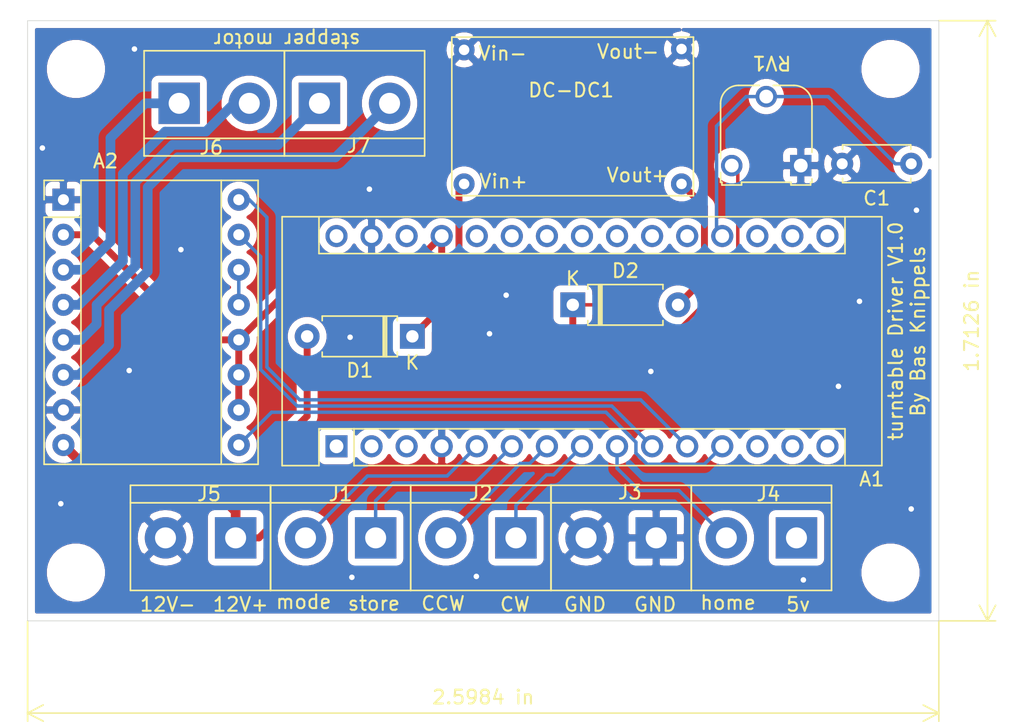
<source format=kicad_pcb>
(kicad_pcb (version 20171130) (host pcbnew "(5.1.6)-1")

  (general
    (thickness 1.6)
    (drawings 18)
    (tracks 128)
    (zones 0)
    (modules 18)
    (nets 39)
  )

  (page A4)
  (layers
    (0 F.Cu signal)
    (31 B.Cu signal)
    (32 B.Adhes user)
    (33 F.Adhes user)
    (34 B.Paste user)
    (35 F.Paste user)
    (36 B.SilkS user)
    (37 F.SilkS user)
    (38 B.Mask user)
    (39 F.Mask user)
    (40 Dwgs.User user)
    (41 Cmts.User user)
    (42 Eco1.User user)
    (43 Eco2.User user)
    (44 Edge.Cuts user)
    (45 Margin user)
    (46 B.CrtYd user)
    (47 F.CrtYd user)
    (48 B.Fab user)
    (49 F.Fab user hide)
  )

  (setup
    (last_trace_width 0.5)
    (user_trace_width 0.5)
    (user_trace_width 0.7)
    (user_trace_width 1)
    (trace_clearance 0.2)
    (zone_clearance 0.508)
    (zone_45_only no)
    (trace_min 0.2)
    (via_size 0.8)
    (via_drill 0.4)
    (via_min_size 0.4)
    (via_min_drill 0.3)
    (uvia_size 0.3)
    (uvia_drill 0.1)
    (uvias_allowed no)
    (uvia_min_size 0.2)
    (uvia_min_drill 0.1)
    (edge_width 0.05)
    (segment_width 0.2)
    (pcb_text_width 0.3)
    (pcb_text_size 1.5 1.5)
    (mod_edge_width 0.12)
    (mod_text_size 1 1)
    (mod_text_width 0.15)
    (pad_size 1.524 1.524)
    (pad_drill 0.762)
    (pad_to_mask_clearance 0.05)
    (aux_axis_origin 0 0)
    (visible_elements 7FFFFFFF)
    (pcbplotparams
      (layerselection 0x010fc_ffffffff)
      (usegerberextensions false)
      (usegerberattributes true)
      (usegerberadvancedattributes true)
      (creategerberjobfile true)
      (excludeedgelayer true)
      (linewidth 0.100000)
      (plotframeref false)
      (viasonmask false)
      (mode 1)
      (useauxorigin false)
      (hpglpennumber 1)
      (hpglpenspeed 20)
      (hpglpendiameter 15.000000)
      (psnegative false)
      (psa4output false)
      (plotreference true)
      (plotvalue true)
      (plotinvisibletext false)
      (padsonsilk false)
      (subtractmaskfromsilk false)
      (outputformat 1)
      (mirror false)
      (drillshape 0)
      (scaleselection 1)
      (outputdirectory ""))
  )

  (net 0 "")
  (net 1 "Net-(A1-Pad16)")
  (net 2 "Net-(A1-Pad15)")
  (net 3 "Net-(A1-Pad30)")
  (net 4 "Net-(A1-Pad14)")
  (net 5 GND)
  (net 6 "Net-(A1-Pad13)")
  (net 7 "Net-(A1-Pad28)")
  (net 8 /enable)
  (net 9 +5V)
  (net 10 /step)
  (net 11 "Net-(A1-Pad26)")
  (net 12 /dir)
  (net 13 "Net-(A1-Pad25)")
  (net 14 /sensor)
  (net 15 "Net-(A1-Pad24)")
  (net 16 /CCW)
  (net 17 "Net-(A1-Pad23)")
  (net 18 /CW)
  (net 19 "Net-(A1-Pad22)")
  (net 20 /store)
  (net 21 "Net-(A1-Pad21)")
  (net 22 /mode)
  (net 23 "Net-(A1-Pad20)")
  (net 24 "Net-(A1-Pad19)")
  (net 25 "Net-(A1-Pad3)")
  (net 26 "Net-(A1-Pad18)")
  (net 27 "Net-(A1-Pad2)")
  (net 28 "Net-(A1-Pad17)")
  (net 29 "Net-(A1-Pad1)")
  (net 30 +12V)
  (net 31 "Net-(A2-Pad13)")
  (net 32 "Net-(A2-Pad6)")
  (net 33 "Net-(A2-Pad5)")
  (net 34 "Net-(A2-Pad4)")
  (net 35 "Net-(A2-Pad3)")
  (net 36 "Net-(D1-Pad1)")
  (net 37 "Net-(D2-Pad2)")
  (net 38 /5v)

  (net_class Default "This is the default net class."
    (clearance 0.2)
    (trace_width 0.25)
    (via_dia 0.8)
    (via_drill 0.4)
    (uvia_dia 0.3)
    (uvia_drill 0.1)
    (add_net +12V)
    (add_net +5V)
    (add_net /5v)
    (add_net /CCW)
    (add_net /CW)
    (add_net /dir)
    (add_net /enable)
    (add_net /mode)
    (add_net /sensor)
    (add_net /step)
    (add_net /store)
    (add_net GND)
    (add_net "Net-(A1-Pad1)")
    (add_net "Net-(A1-Pad13)")
    (add_net "Net-(A1-Pad14)")
    (add_net "Net-(A1-Pad15)")
    (add_net "Net-(A1-Pad16)")
    (add_net "Net-(A1-Pad17)")
    (add_net "Net-(A1-Pad18)")
    (add_net "Net-(A1-Pad19)")
    (add_net "Net-(A1-Pad2)")
    (add_net "Net-(A1-Pad20)")
    (add_net "Net-(A1-Pad21)")
    (add_net "Net-(A1-Pad22)")
    (add_net "Net-(A1-Pad23)")
    (add_net "Net-(A1-Pad24)")
    (add_net "Net-(A1-Pad25)")
    (add_net "Net-(A1-Pad26)")
    (add_net "Net-(A1-Pad28)")
    (add_net "Net-(A1-Pad3)")
    (add_net "Net-(A1-Pad30)")
    (add_net "Net-(A2-Pad13)")
    (add_net "Net-(A2-Pad3)")
    (add_net "Net-(A2-Pad4)")
    (add_net "Net-(A2-Pad5)")
    (add_net "Net-(A2-Pad6)")
    (add_net "Net-(D1-Pad1)")
    (add_net "Net-(D2-Pad2)")
  )

  (module Capacitor_THT:C_Disc_D4.7mm_W2.5mm_P5.00mm (layer F.Cu) (tedit 5AE50EF0) (tstamp 60D6AD15)
    (at 113.0935 63.5 180)
    (descr "C, Disc series, Radial, pin pitch=5.00mm, , diameter*width=4.7*2.5mm^2, Capacitor, http://www.vishay.com/docs/45233/krseries.pdf")
    (tags "C Disc series Radial pin pitch 5.00mm  diameter 4.7mm width 2.5mm Capacitor")
    (path /60DCC004)
    (fp_text reference C1 (at 2.5 -2.5) (layer F.SilkS)
      (effects (font (size 1 1) (thickness 0.15)))
    )
    (fp_text value C (at 2.5 2.5) (layer F.Fab)
      (effects (font (size 1 1) (thickness 0.15)))
    )
    (fp_line (start 6.05 -1.5) (end -1.05 -1.5) (layer F.CrtYd) (width 0.05))
    (fp_line (start 6.05 1.5) (end 6.05 -1.5) (layer F.CrtYd) (width 0.05))
    (fp_line (start -1.05 1.5) (end 6.05 1.5) (layer F.CrtYd) (width 0.05))
    (fp_line (start -1.05 -1.5) (end -1.05 1.5) (layer F.CrtYd) (width 0.05))
    (fp_line (start 4.97 1.055) (end 4.97 1.37) (layer F.SilkS) (width 0.12))
    (fp_line (start 4.97 -1.37) (end 4.97 -1.055) (layer F.SilkS) (width 0.12))
    (fp_line (start 0.03 1.055) (end 0.03 1.37) (layer F.SilkS) (width 0.12))
    (fp_line (start 0.03 -1.37) (end 0.03 -1.055) (layer F.SilkS) (width 0.12))
    (fp_line (start 0.03 1.37) (end 4.97 1.37) (layer F.SilkS) (width 0.12))
    (fp_line (start 0.03 -1.37) (end 4.97 -1.37) (layer F.SilkS) (width 0.12))
    (fp_line (start 4.85 -1.25) (end 0.15 -1.25) (layer F.Fab) (width 0.1))
    (fp_line (start 4.85 1.25) (end 4.85 -1.25) (layer F.Fab) (width 0.1))
    (fp_line (start 0.15 1.25) (end 4.85 1.25) (layer F.Fab) (width 0.1))
    (fp_line (start 0.15 -1.25) (end 0.15 1.25) (layer F.Fab) (width 0.1))
    (fp_text user %R (at 2.5 0) (layer F.Fab)
      (effects (font (size 0.94 0.94) (thickness 0.141)))
    )
    (pad 2 thru_hole circle (at 5 0 180) (size 1.6 1.6) (drill 0.8) (layers *.Cu *.Mask)
      (net 5 GND))
    (pad 1 thru_hole circle (at 0 0 180) (size 1.6 1.6) (drill 0.8) (layers *.Cu *.Mask)
      (net 24 "Net-(A1-Pad19)"))
    (model ${KISYS3DMOD}/Capacitor_THT.3dshapes/C_Disc_D4.7mm_W2.5mm_P5.00mm.wrl
      (at (xyz 0 0 0))
      (scale (xyz 1 1 1))
      (rotate (xyz 0 0 0))
    )
  )

  (module Potentiometer_THT:Potentiometer_Runtron_RM-065_Vertical (layer F.Cu) (tedit 5BF6754C) (tstamp 60D68955)
    (at 105.095 63.6295 180)
    (descr "Potentiometer, vertical, Trimmer, RM-065 http://www.runtron.com/down/PDF%20Datasheet/Carbon%20Film%20Potentiometer/RM065%20RM063.pdf")
    (tags "Potentiometer Trimmer RM-065")
    (path /60DA002A)
    (fp_text reference RV1 (at 2.098 7.432 180 unlocked) (layer F.SilkS)
      (effects (font (size 1 1) (thickness 0.15)))
    )
    (fp_text value R_POT (at 2.6 7.4) (layer F.Fab)
      (effects (font (size 1 1) (thickness 0.15)))
    )
    (fp_line (start -0.71 -1.41) (end 0.71 -1.41) (layer F.SilkS) (width 0.12))
    (fp_line (start 0.71 -1.21) (end 4.29 -1.21) (layer F.SilkS) (width 0.12))
    (fp_line (start 4.29 -1.21) (end 4.29 -1.41) (layer F.SilkS) (width 0.12))
    (fp_line (start 4.29 -1.41) (end 5.71 -1.41) (layer F.SilkS) (width 0.12))
    (fp_line (start 5.71 -1.41) (end 5.71 -1.21) (layer F.SilkS) (width 0.12))
    (fp_line (start 1.99 5.81) (end 0.5 5.81) (layer F.SilkS) (width 0.12))
    (fp_line (start -0.81 4.5) (end -0.81 0.96) (layer F.SilkS) (width 0.12))
    (fp_line (start 5.81 0.52) (end 5.81 4.5) (layer F.SilkS) (width 0.12))
    (fp_line (start 4.5 5.81) (end 3.01 5.81) (layer F.SilkS) (width 0.12))
    (fp_line (start 0.5 5.7) (end 4.5 5.7) (layer F.Fab) (width 0.1))
    (fp_line (start 5.7 4.5) (end 5.7 -1.1) (layer F.Fab) (width 0.1))
    (fp_line (start -0.7 4.5) (end -0.7 -1.1) (layer F.Fab) (width 0.1))
    (fp_line (start -0.6 -1.1) (end -0.6 -1.3) (layer F.Fab) (width 0.1))
    (fp_line (start -0.6 -1.3) (end 0.6 -1.3) (layer F.Fab) (width 0.1))
    (fp_line (start 0.6 -1.3) (end 0.6 -1.1) (layer F.Fab) (width 0.1))
    (fp_line (start 5.6 -1.1) (end 5.6 -1.3) (layer F.Fab) (width 0.1))
    (fp_line (start 5.6 -1.3) (end 4.41 -1.3) (layer F.Fab) (width 0.1))
    (fp_line (start 4.4 -1.3) (end 4.4 -1.1) (layer F.Fab) (width 0.1))
    (fp_line (start 5.7 -1.1) (end -0.7 -1.1) (layer F.Fab) (width 0.1))
    (fp_line (start 6.05 6.03) (end -1.05 6.03) (layer F.CrtYd) (width 0.05))
    (fp_line (start 6.03 6.05) (end 6.03 -1.55) (layer F.CrtYd) (width 0.05))
    (fp_line (start -1.03 -1.55) (end -1.03 6.05) (layer F.CrtYd) (width 0.05))
    (fp_line (start -1.03 -1.55) (end 6.03 -1.55) (layer F.CrtYd) (width 0.05))
    (fp_circle (center 2.5 2.5) (end 5.5 2.5) (layer F.Fab) (width 0.1))
    (fp_line (start 0.71 -1.21) (end 0.71 -1.41) (layer F.SilkS) (width 0.12))
    (fp_line (start -0.71 -1.41) (end -0.71 -1.21) (layer F.SilkS) (width 0.12))
    (fp_line (start -0.71 -1.21) (end -0.81 -1.21) (layer F.SilkS) (width 0.12))
    (fp_line (start -0.81 -1.21) (end -0.81 -0.96) (layer F.SilkS) (width 0.12))
    (fp_line (start 5.71 -1.21) (end 5.81 -1.21) (layer F.SilkS) (width 0.12))
    (fp_line (start 5.81 -1.21) (end 5.81 -0.52) (layer F.SilkS) (width 0.12))
    (fp_text user %R (at 2.5 2.5) (layer F.Fab)
      (effects (font (size 1 1) (thickness 0.15)))
    )
    (fp_arc (start 4.5 4.5) (end 4.5 5.7) (angle -90) (layer F.Fab) (width 0.1))
    (fp_arc (start 0.5 4.5) (end -0.7 4.5) (angle -90) (layer F.Fab) (width 0.1))
    (fp_arc (start 0.5 4.5) (end -0.81 4.5) (angle -90) (layer F.SilkS) (width 0.12))
    (fp_arc (start 4.5 4.5) (end 4.5 5.81) (angle -90) (layer F.SilkS) (width 0.12))
    (pad 2 thru_hole circle (at 2.5 5 180) (size 1.55 1.55) (drill 1) (layers *.Cu *.Mask)
      (net 24 "Net-(A1-Pad19)"))
    (pad 1 thru_hole rect (at 0 0 180) (size 1.55 1.55) (drill 1) (layers *.Cu *.Mask)
      (net 5 GND))
    (pad 3 thru_hole circle (at 5 0 180) (size 1.55 1.55) (drill 1) (layers *.Cu *.Mask)
      (net 9 +5V))
    (model ${KISYS3DMOD}/Potentiometer_THT.3dshapes/Potentiometer_Runtron_RM-065_Vertical.wrl
      (at (xyz 0 0 0))
      (scale (xyz 1 1 1))
      (rotate (xyz 0 0 0))
    )
  )

  (module MountingHole:MountingHole_3.2mm_M3 (layer F.Cu) (tedit 56D1B4CB) (tstamp 60D68C18)
    (at 111.595 93.1295 90)
    (descr "Mounting Hole 3.2mm, no annular, M3")
    (tags "mounting hole 3.2mm no annular m3")
    (attr virtual)
    (fp_text reference REF** (at 0 -4.2 90) (layer F.Fab)
      (effects (font (size 1 1) (thickness 0.15)))
    )
    (fp_text value MountingHole_3.2mm_M3 (at 0 4.2 90) (layer F.Fab)
      (effects (font (size 1 1) (thickness 0.15)))
    )
    (fp_circle (center 0 0) (end 3.45 0) (layer F.CrtYd) (width 0.05))
    (fp_circle (center 0 0) (end 3.2 0) (layer Cmts.User) (width 0.15))
    (fp_text user %R (at 0.3 0 90) (layer F.Fab)
      (effects (font (size 1 1) (thickness 0.15)))
    )
    (pad 1 np_thru_hole circle (at 0 0 90) (size 3.2 3.2) (drill 3.2) (layers *.Cu *.Mask))
  )

  (module MountingHole:MountingHole_3.2mm_M3 (layer F.Cu) (tedit 56D1B4CB) (tstamp 60D68C18)
    (at 52.595 93.1295 90)
    (descr "Mounting Hole 3.2mm, no annular, M3")
    (tags "mounting hole 3.2mm no annular m3")
    (attr virtual)
    (fp_text reference REF** (at 0 -4.2 90) (layer F.Fab)
      (effects (font (size 1 1) (thickness 0.15)))
    )
    (fp_text value MountingHole_3.2mm_M3 (at 0 4.2 90) (layer F.Fab)
      (effects (font (size 1 1) (thickness 0.15)))
    )
    (fp_circle (center 0 0) (end 3.45 0) (layer F.CrtYd) (width 0.05))
    (fp_circle (center 0 0) (end 3.2 0) (layer Cmts.User) (width 0.15))
    (fp_text user %R (at 0.3 0 90) (layer F.Fab)
      (effects (font (size 1 1) (thickness 0.15)))
    )
    (pad 1 np_thru_hole circle (at 0 0 90) (size 3.2 3.2) (drill 3.2) (layers *.Cu *.Mask))
  )

  (module MountingHole:MountingHole_3.2mm_M3 (layer F.Cu) (tedit 56D1B4CB) (tstamp 60D68C18)
    (at 52.595 56.6295 90)
    (descr "Mounting Hole 3.2mm, no annular, M3")
    (tags "mounting hole 3.2mm no annular m3")
    (attr virtual)
    (fp_text reference REF** (at 0 -4.2 90) (layer F.Fab)
      (effects (font (size 1 1) (thickness 0.15)))
    )
    (fp_text value MountingHole_3.2mm_M3 (at 0 4.2 90) (layer F.Fab)
      (effects (font (size 1 1) (thickness 0.15)))
    )
    (fp_circle (center 0 0) (end 3.45 0) (layer F.CrtYd) (width 0.05))
    (fp_circle (center 0 0) (end 3.2 0) (layer Cmts.User) (width 0.15))
    (fp_text user %R (at 0.3 0 90) (layer F.Fab)
      (effects (font (size 1 1) (thickness 0.15)))
    )
    (pad 1 np_thru_hole circle (at 0 0 90) (size 3.2 3.2) (drill 3.2) (layers *.Cu *.Mask))
  )

  (module MountingHole:MountingHole_3.2mm_M3 (layer F.Cu) (tedit 56D1B4CB) (tstamp 60D68C00)
    (at 111.595 56.6295 90)
    (descr "Mounting Hole 3.2mm, no annular, M3")
    (tags "mounting hole 3.2mm no annular m3")
    (attr virtual)
    (fp_text reference REF** (at 0 -4.2 90) (layer F.Fab)
      (effects (font (size 1 1) (thickness 0.15)))
    )
    (fp_text value MountingHole_3.2mm_M3 (at 0 4.2 90) (layer F.Fab)
      (effects (font (size 1 1) (thickness 0.15)))
    )
    (fp_circle (center 0 0) (end 3.45 0) (layer F.CrtYd) (width 0.05))
    (fp_circle (center 0 0) (end 3.2 0) (layer Cmts.User) (width 0.15))
    (fp_text user %R (at 0.3 0 90) (layer F.Fab)
      (effects (font (size 1 1) (thickness 0.15)))
    )
    (pad 1 np_thru_hole circle (at 0 0 90) (size 3.2 3.2) (drill 3.2) (layers *.Cu *.Mask))
  )

  (module TerminalBlock:TerminalBlock_bornier-2_P5.08mm (layer F.Cu) (tedit 59FF03AB) (tstamp 60D6892B)
    (at 70.231 59.1185)
    (descr "simple 2-pin terminal block, pitch 5.08mm, revamped version of bornier2")
    (tags "terminal block bornier2")
    (path /60D787CC)
    (fp_text reference J7 (at 2.839 3.076) (layer F.SilkS)
      (effects (font (size 1 1) (thickness 0.15)))
    )
    (fp_text value Screw_Terminal_01x02 (at 2.54 5.08) (layer F.Fab)
      (effects (font (size 1 1) (thickness 0.15)))
    )
    (fp_line (start 7.79 4) (end -2.71 4) (layer F.CrtYd) (width 0.05))
    (fp_line (start 7.79 4) (end 7.79 -4) (layer F.CrtYd) (width 0.05))
    (fp_line (start -2.71 -4) (end -2.71 4) (layer F.CrtYd) (width 0.05))
    (fp_line (start -2.71 -4) (end 7.79 -4) (layer F.CrtYd) (width 0.05))
    (fp_line (start -2.54 3.81) (end 7.62 3.81) (layer F.SilkS) (width 0.12))
    (fp_line (start -2.54 -3.81) (end -2.54 3.81) (layer F.SilkS) (width 0.12))
    (fp_line (start 7.62 -3.81) (end -2.54 -3.81) (layer F.SilkS) (width 0.12))
    (fp_line (start 7.62 3.81) (end 7.62 -3.81) (layer F.SilkS) (width 0.12))
    (fp_line (start 7.62 2.54) (end -2.54 2.54) (layer F.SilkS) (width 0.12))
    (fp_line (start 7.54 -3.75) (end -2.46 -3.75) (layer F.Fab) (width 0.1))
    (fp_line (start 7.54 3.75) (end 7.54 -3.75) (layer F.Fab) (width 0.1))
    (fp_line (start -2.46 3.75) (end 7.54 3.75) (layer F.Fab) (width 0.1))
    (fp_line (start -2.46 -3.75) (end -2.46 3.75) (layer F.Fab) (width 0.1))
    (fp_line (start -2.41 2.55) (end 7.49 2.55) (layer F.Fab) (width 0.1))
    (fp_text user %R (at 2.54 0) (layer F.Fab)
      (effects (font (size 1 1) (thickness 0.15)))
    )
    (pad 2 thru_hole circle (at 5.08 0) (size 3 3) (drill 1.52) (layers *.Cu *.Mask)
      (net 32 "Net-(A2-Pad6)"))
    (pad 1 thru_hole rect (at 0 0) (size 3 3) (drill 1.52) (layers *.Cu *.Mask)
      (net 33 "Net-(A2-Pad5)"))
    (model ${KISYS3DMOD}/TerminalBlock.3dshapes/TerminalBlock_bornier-2_P5.08mm.wrl
      (offset (xyz 2.539999961853027 0 0))
      (scale (xyz 1 1 1))
      (rotate (xyz 0 0 0))
    )
  )

  (module TerminalBlock:TerminalBlock_bornier-2_P5.08mm (layer F.Cu) (tedit 59FF03AB) (tstamp 60D68916)
    (at 60.071 59.1185)
    (descr "simple 2-pin terminal block, pitch 5.08mm, revamped version of bornier2")
    (tags "terminal block bornier2")
    (path /60D7983D)
    (fp_text reference J6 (at 2.329 3.203) (layer F.SilkS)
      (effects (font (size 1 1) (thickness 0.15)))
    )
    (fp_text value Screw_Terminal_01x02 (at 2.54 5.08) (layer F.Fab)
      (effects (font (size 1 1) (thickness 0.15)))
    )
    (fp_line (start 7.79 4) (end -2.71 4) (layer F.CrtYd) (width 0.05))
    (fp_line (start 7.79 4) (end 7.79 -4) (layer F.CrtYd) (width 0.05))
    (fp_line (start -2.71 -4) (end -2.71 4) (layer F.CrtYd) (width 0.05))
    (fp_line (start -2.71 -4) (end 7.79 -4) (layer F.CrtYd) (width 0.05))
    (fp_line (start -2.54 3.81) (end 7.62 3.81) (layer F.SilkS) (width 0.12))
    (fp_line (start -2.54 -3.81) (end -2.54 3.81) (layer F.SilkS) (width 0.12))
    (fp_line (start 7.62 -3.81) (end -2.54 -3.81) (layer F.SilkS) (width 0.12))
    (fp_line (start 7.62 3.81) (end 7.62 -3.81) (layer F.SilkS) (width 0.12))
    (fp_line (start 7.62 2.54) (end -2.54 2.54) (layer F.SilkS) (width 0.12))
    (fp_line (start 7.54 -3.75) (end -2.46 -3.75) (layer F.Fab) (width 0.1))
    (fp_line (start 7.54 3.75) (end 7.54 -3.75) (layer F.Fab) (width 0.1))
    (fp_line (start -2.46 3.75) (end 7.54 3.75) (layer F.Fab) (width 0.1))
    (fp_line (start -2.46 -3.75) (end -2.46 3.75) (layer F.Fab) (width 0.1))
    (fp_line (start -2.41 2.55) (end 7.49 2.55) (layer F.Fab) (width 0.1))
    (fp_text user %R (at 2.54 0) (layer F.Fab)
      (effects (font (size 1 1) (thickness 0.15)))
    )
    (pad 2 thru_hole circle (at 5.08 0) (size 3 3) (drill 1.52) (layers *.Cu *.Mask)
      (net 34 "Net-(A2-Pad4)"))
    (pad 1 thru_hole rect (at 0 0) (size 3 3) (drill 1.52) (layers *.Cu *.Mask)
      (net 35 "Net-(A2-Pad3)"))
    (model ${KISYS3DMOD}/TerminalBlock.3dshapes/TerminalBlock_bornier-2_P5.08mm.wrl
      (offset (xyz 2.539999961853027 0 0))
      (scale (xyz 1 1 1))
      (rotate (xyz 0 0 0))
    )
  )

  (module TerminalBlock:TerminalBlock_bornier-2_P5.08mm (layer F.Cu) (tedit 59FF03AB) (tstamp 60D68901)
    (at 64.162 90.6145 180)
    (descr "simple 2-pin terminal block, pitch 5.08mm, revamped version of bornier2")
    (tags "terminal block bornier2")
    (path /60D67A7B)
    (fp_text reference J5 (at 1.924 3.175) (layer F.SilkS)
      (effects (font (size 1 1) (thickness 0.15)))
    )
    (fp_text value Screw_Terminal_01x02 (at 2.54 5.08) (layer F.Fab)
      (effects (font (size 1 1) (thickness 0.15)))
    )
    (fp_line (start 7.79 4) (end -2.71 4) (layer F.CrtYd) (width 0.05))
    (fp_line (start 7.79 4) (end 7.79 -4) (layer F.CrtYd) (width 0.05))
    (fp_line (start -2.71 -4) (end -2.71 4) (layer F.CrtYd) (width 0.05))
    (fp_line (start -2.71 -4) (end 7.79 -4) (layer F.CrtYd) (width 0.05))
    (fp_line (start -2.54 3.81) (end 7.62 3.81) (layer F.SilkS) (width 0.12))
    (fp_line (start -2.54 -3.81) (end -2.54 3.81) (layer F.SilkS) (width 0.12))
    (fp_line (start 7.62 -3.81) (end -2.54 -3.81) (layer F.SilkS) (width 0.12))
    (fp_line (start 7.62 3.81) (end 7.62 -3.81) (layer F.SilkS) (width 0.12))
    (fp_line (start 7.62 2.54) (end -2.54 2.54) (layer F.SilkS) (width 0.12))
    (fp_line (start 7.54 -3.75) (end -2.46 -3.75) (layer F.Fab) (width 0.1))
    (fp_line (start 7.54 3.75) (end 7.54 -3.75) (layer F.Fab) (width 0.1))
    (fp_line (start -2.46 3.75) (end 7.54 3.75) (layer F.Fab) (width 0.1))
    (fp_line (start -2.46 -3.75) (end -2.46 3.75) (layer F.Fab) (width 0.1))
    (fp_line (start -2.41 2.55) (end 7.49 2.55) (layer F.Fab) (width 0.1))
    (fp_text user %R (at 2.54 0) (layer F.Fab)
      (effects (font (size 1 1) (thickness 0.15)))
    )
    (pad 2 thru_hole circle (at 5.08 0 180) (size 3 3) (drill 1.52) (layers *.Cu *.Mask)
      (net 5 GND))
    (pad 1 thru_hole rect (at 0 0 180) (size 3 3) (drill 1.52) (layers *.Cu *.Mask)
      (net 30 +12V))
    (model ${KISYS3DMOD}/TerminalBlock.3dshapes/TerminalBlock_bornier-2_P5.08mm.wrl
      (offset (xyz 2.539999961853027 0 0))
      (scale (xyz 1 1 1))
      (rotate (xyz 0 0 0))
    )
  )

  (module TerminalBlock:TerminalBlock_bornier-2_P5.08mm (layer F.Cu) (tedit 59FF03AB) (tstamp 60D688EC)
    (at 104.783 90.6145 180)
    (descr "simple 2-pin terminal block, pitch 5.08mm, revamped version of bornier2")
    (tags "terminal block bornier2")
    (path /60D6778E)
    (fp_text reference J4 (at 2.032 3.175) (layer F.SilkS)
      (effects (font (size 1 1) (thickness 0.15)))
    )
    (fp_text value Screw_Terminal_01x02 (at 2.54 5.08) (layer F.Fab)
      (effects (font (size 1 1) (thickness 0.15)))
    )
    (fp_line (start 7.79 4) (end -2.71 4) (layer F.CrtYd) (width 0.05))
    (fp_line (start 7.79 4) (end 7.79 -4) (layer F.CrtYd) (width 0.05))
    (fp_line (start -2.71 -4) (end -2.71 4) (layer F.CrtYd) (width 0.05))
    (fp_line (start -2.71 -4) (end 7.79 -4) (layer F.CrtYd) (width 0.05))
    (fp_line (start -2.54 3.81) (end 7.62 3.81) (layer F.SilkS) (width 0.12))
    (fp_line (start -2.54 -3.81) (end -2.54 3.81) (layer F.SilkS) (width 0.12))
    (fp_line (start 7.62 -3.81) (end -2.54 -3.81) (layer F.SilkS) (width 0.12))
    (fp_line (start 7.62 3.81) (end 7.62 -3.81) (layer F.SilkS) (width 0.12))
    (fp_line (start 7.62 2.54) (end -2.54 2.54) (layer F.SilkS) (width 0.12))
    (fp_line (start 7.54 -3.75) (end -2.46 -3.75) (layer F.Fab) (width 0.1))
    (fp_line (start 7.54 3.75) (end 7.54 -3.75) (layer F.Fab) (width 0.1))
    (fp_line (start -2.46 3.75) (end 7.54 3.75) (layer F.Fab) (width 0.1))
    (fp_line (start -2.46 -3.75) (end -2.46 3.75) (layer F.Fab) (width 0.1))
    (fp_line (start -2.41 2.55) (end 7.49 2.55) (layer F.Fab) (width 0.1))
    (fp_text user %R (at 2.54 0) (layer F.Fab)
      (effects (font (size 1 1) (thickness 0.15)))
    )
    (pad 2 thru_hole circle (at 5.08 0 180) (size 3 3) (drill 1.52) (layers *.Cu *.Mask)
      (net 14 /sensor))
    (pad 1 thru_hole rect (at 0 0 180) (size 3 3) (drill 1.52) (layers *.Cu *.Mask)
      (net 38 /5v))
    (model ${KISYS3DMOD}/TerminalBlock.3dshapes/TerminalBlock_bornier-2_P5.08mm.wrl
      (offset (xyz 2.539999961853027 0 0))
      (scale (xyz 1 1 1))
      (rotate (xyz 0 0 0))
    )
  )

  (module TerminalBlock:TerminalBlock_bornier-2_P5.08mm (layer F.Cu) (tedit 59FF03AB) (tstamp 60D688D7)
    (at 94.623 90.6145 180)
    (descr "simple 2-pin terminal block, pitch 5.08mm, revamped version of bornier2")
    (tags "terminal block bornier2")
    (path /60D673B5)
    (fp_text reference J3 (at 1.905 3.302) (layer F.SilkS)
      (effects (font (size 1 1) (thickness 0.15)))
    )
    (fp_text value Screw_Terminal_01x02 (at 2.54 5.08) (layer F.Fab)
      (effects (font (size 1 1) (thickness 0.15)))
    )
    (fp_line (start 7.79 4) (end -2.71 4) (layer F.CrtYd) (width 0.05))
    (fp_line (start 7.79 4) (end 7.79 -4) (layer F.CrtYd) (width 0.05))
    (fp_line (start -2.71 -4) (end -2.71 4) (layer F.CrtYd) (width 0.05))
    (fp_line (start -2.71 -4) (end 7.79 -4) (layer F.CrtYd) (width 0.05))
    (fp_line (start -2.54 3.81) (end 7.62 3.81) (layer F.SilkS) (width 0.12))
    (fp_line (start -2.54 -3.81) (end -2.54 3.81) (layer F.SilkS) (width 0.12))
    (fp_line (start 7.62 -3.81) (end -2.54 -3.81) (layer F.SilkS) (width 0.12))
    (fp_line (start 7.62 3.81) (end 7.62 -3.81) (layer F.SilkS) (width 0.12))
    (fp_line (start 7.62 2.54) (end -2.54 2.54) (layer F.SilkS) (width 0.12))
    (fp_line (start 7.54 -3.75) (end -2.46 -3.75) (layer F.Fab) (width 0.1))
    (fp_line (start 7.54 3.75) (end 7.54 -3.75) (layer F.Fab) (width 0.1))
    (fp_line (start -2.46 3.75) (end 7.54 3.75) (layer F.Fab) (width 0.1))
    (fp_line (start -2.46 -3.75) (end -2.46 3.75) (layer F.Fab) (width 0.1))
    (fp_line (start -2.41 2.55) (end 7.49 2.55) (layer F.Fab) (width 0.1))
    (fp_text user %R (at 2.54 0) (layer F.Fab)
      (effects (font (size 1 1) (thickness 0.15)))
    )
    (pad 2 thru_hole circle (at 5.08 0 180) (size 3 3) (drill 1.52) (layers *.Cu *.Mask)
      (net 5 GND))
    (pad 1 thru_hole rect (at 0 0 180) (size 3 3) (drill 1.52) (layers *.Cu *.Mask)
      (net 5 GND))
    (model ${KISYS3DMOD}/TerminalBlock.3dshapes/TerminalBlock_bornier-2_P5.08mm.wrl
      (offset (xyz 2.539999961853027 0 0))
      (scale (xyz 1 1 1))
      (rotate (xyz 0 0 0))
    )
  )

  (module TerminalBlock:TerminalBlock_bornier-2_P5.08mm (layer F.Cu) (tedit 59FF03AB) (tstamp 60D688C2)
    (at 84.463 90.6145 180)
    (descr "simple 2-pin terminal block, pitch 5.08mm, revamped version of bornier2")
    (tags "terminal block bornier2")
    (path /60D66C5C)
    (fp_text reference J2 (at 2.548 3.2385) (layer F.SilkS)
      (effects (font (size 1 1) (thickness 0.15)))
    )
    (fp_text value Screw_Terminal_01x02 (at 2.54 5.08) (layer F.Fab)
      (effects (font (size 1 1) (thickness 0.15)))
    )
    (fp_line (start 7.79 4) (end -2.71 4) (layer F.CrtYd) (width 0.05))
    (fp_line (start 7.79 4) (end 7.79 -4) (layer F.CrtYd) (width 0.05))
    (fp_line (start -2.71 -4) (end -2.71 4) (layer F.CrtYd) (width 0.05))
    (fp_line (start -2.71 -4) (end 7.79 -4) (layer F.CrtYd) (width 0.05))
    (fp_line (start -2.54 3.81) (end 7.62 3.81) (layer F.SilkS) (width 0.12))
    (fp_line (start -2.54 -3.81) (end -2.54 3.81) (layer F.SilkS) (width 0.12))
    (fp_line (start 7.62 -3.81) (end -2.54 -3.81) (layer F.SilkS) (width 0.12))
    (fp_line (start 7.62 3.81) (end 7.62 -3.81) (layer F.SilkS) (width 0.12))
    (fp_line (start 7.62 2.54) (end -2.54 2.54) (layer F.SilkS) (width 0.12))
    (fp_line (start 7.54 -3.75) (end -2.46 -3.75) (layer F.Fab) (width 0.1))
    (fp_line (start 7.54 3.75) (end 7.54 -3.75) (layer F.Fab) (width 0.1))
    (fp_line (start -2.46 3.75) (end 7.54 3.75) (layer F.Fab) (width 0.1))
    (fp_line (start -2.46 -3.75) (end -2.46 3.75) (layer F.Fab) (width 0.1))
    (fp_line (start -2.41 2.55) (end 7.49 2.55) (layer F.Fab) (width 0.1))
    (fp_text user %R (at 2.54 0) (layer F.Fab)
      (effects (font (size 1 1) (thickness 0.15)))
    )
    (pad 2 thru_hole circle (at 5.08 0 180) (size 3 3) (drill 1.52) (layers *.Cu *.Mask)
      (net 16 /CCW))
    (pad 1 thru_hole rect (at 0 0 180) (size 3 3) (drill 1.52) (layers *.Cu *.Mask)
      (net 18 /CW))
    (model ${KISYS3DMOD}/TerminalBlock.3dshapes/TerminalBlock_bornier-2_P5.08mm.wrl
      (offset (xyz 2.539999961853027 0 0))
      (scale (xyz 1 1 1))
      (rotate (xyz 0 0 0))
    )
  )

  (module TerminalBlock:TerminalBlock_bornier-2_P5.08mm (layer F.Cu) (tedit 59FF03AB) (tstamp 60D688AD)
    (at 74.303 90.6145 180)
    (descr "simple 2-pin terminal block, pitch 5.08mm, revamped version of bornier2")
    (tags "terminal block bornier2")
    (path /60D655EF)
    (fp_text reference J1 (at 2.54 3.175) (layer F.SilkS)
      (effects (font (size 1 1) (thickness 0.15)))
    )
    (fp_text value Screw_Terminal_01x02 (at 2.54 5.08) (layer F.Fab)
      (effects (font (size 1 1) (thickness 0.15)))
    )
    (fp_line (start 7.79 4) (end -2.71 4) (layer F.CrtYd) (width 0.05))
    (fp_line (start 7.79 4) (end 7.79 -4) (layer F.CrtYd) (width 0.05))
    (fp_line (start -2.71 -4) (end -2.71 4) (layer F.CrtYd) (width 0.05))
    (fp_line (start -2.71 -4) (end 7.79 -4) (layer F.CrtYd) (width 0.05))
    (fp_line (start -2.54 3.81) (end 7.62 3.81) (layer F.SilkS) (width 0.12))
    (fp_line (start -2.54 -3.81) (end -2.54 3.81) (layer F.SilkS) (width 0.12))
    (fp_line (start 7.62 -3.81) (end -2.54 -3.81) (layer F.SilkS) (width 0.12))
    (fp_line (start 7.62 3.81) (end 7.62 -3.81) (layer F.SilkS) (width 0.12))
    (fp_line (start 7.62 2.54) (end -2.54 2.54) (layer F.SilkS) (width 0.12))
    (fp_line (start 7.54 -3.75) (end -2.46 -3.75) (layer F.Fab) (width 0.1))
    (fp_line (start 7.54 3.75) (end 7.54 -3.75) (layer F.Fab) (width 0.1))
    (fp_line (start -2.46 3.75) (end 7.54 3.75) (layer F.Fab) (width 0.1))
    (fp_line (start -2.46 -3.75) (end -2.46 3.75) (layer F.Fab) (width 0.1))
    (fp_line (start -2.41 2.55) (end 7.49 2.55) (layer F.Fab) (width 0.1))
    (fp_text user %R (at 2.54 0) (layer F.Fab)
      (effects (font (size 1 1) (thickness 0.15)))
    )
    (pad 2 thru_hole circle (at 5.08 0 180) (size 3 3) (drill 1.52) (layers *.Cu *.Mask)
      (net 22 /mode))
    (pad 1 thru_hole rect (at 0 0 180) (size 3 3) (drill 1.52) (layers *.Cu *.Mask)
      (net 20 /store))
    (model ${KISYS3DMOD}/TerminalBlock.3dshapes/TerminalBlock_bornier-2_P5.08mm.wrl
      (offset (xyz 2.539999961853027 0 0))
      (scale (xyz 1 1 1))
      (rotate (xyz 0 0 0))
    )
  )

  (module Arduino:DcDc-Banggood (layer F.Cu) (tedit 6087EBFB) (tstamp 60D68898)
    (at 87.8205 59.817 180)
    (path /60D64C96)
    (fp_text reference DC-DC1 (at -0.635 1.651) (layer F.SilkS)
      (effects (font (size 1 1) (thickness 0.15)))
    )
    (fp_text value DcDc-Banggood (at 0 -0.5) (layer F.Fab)
      (effects (font (size 1 1) (thickness 0.15)))
    )
    (fp_line (start -9.5 -6) (end 8 -6) (layer F.SilkS) (width 0.12))
    (fp_line (start 8 -6) (end 8 5.5) (layer F.SilkS) (width 0.12))
    (fp_line (start 8 5.5) (end -9.5 5.5) (layer F.SilkS) (width 0.12))
    (fp_line (start -9.5 5.5) (end -9.5 -6) (layer F.SilkS) (width 0.12))
    (fp_text user Vout- (at -4.7625 4.445) (layer F.SilkS)
      (effects (font (size 1 1) (thickness 0.15)))
    )
    (fp_text user Vin- (at 4.318 4.318) (layer F.SilkS)
      (effects (font (size 1 1) (thickness 0.15)))
    )
    (fp_text user Vin+ (at 4.2545 -4.953) (layer F.SilkS)
      (effects (font (size 1 1) (thickness 0.15)))
    )
    (fp_text user Vout+ (at -5.461 -4.5085) (layer F.SilkS)
      (effects (font (size 1 1) (thickness 0.15)))
    )
    (pad 4 thru_hole circle (at -8.636 4.6355 180) (size 1.524 1.524) (drill 0.762) (layers *.Cu *.Mask)
      (net 5 GND))
    (pad 3 thru_hole circle (at -8.636 -5.1435 180) (size 1.524 1.524) (drill 0.762) (layers *.Cu *.Mask)
      (net 37 "Net-(D2-Pad2)"))
    (pad 2 thru_hole circle (at 7.112 4.572 180) (size 1.524 1.524) (drill 0.762) (layers *.Cu *.Mask)
      (net 5 GND))
    (pad 1 thru_hole circle (at 7.112 -5.1435 180) (size 1.524 1.524) (drill 0.762) (layers *.Cu *.Mask)
      (net 36 "Net-(D1-Pad1)"))
  )

  (module Diode_THT:D_A-405_P7.62mm_Horizontal (layer F.Cu) (tedit 5AE50CD5) (tstamp 60D68888)
    (at 88.5825 73.7235)
    (descr "Diode, A-405 series, Axial, Horizontal, pin pitch=7.62mm, , length*diameter=5.2*2.7mm^2, , http://www.diodes.com/_files/packages/A-405.pdf")
    (tags "Diode A-405 series Axial Horizontal pin pitch 7.62mm  length 5.2mm diameter 2.7mm")
    (path /60D829D3)
    (fp_text reference D2 (at 3.81 -2.47) (layer F.SilkS)
      (effects (font (size 1 1) (thickness 0.15)))
    )
    (fp_text value D (at 3.81 2.47) (layer F.Fab)
      (effects (font (size 1 1) (thickness 0.15)))
    )
    (fp_line (start 8.77 -1.6) (end -1.15 -1.6) (layer F.CrtYd) (width 0.05))
    (fp_line (start 8.77 1.6) (end 8.77 -1.6) (layer F.CrtYd) (width 0.05))
    (fp_line (start -1.15 1.6) (end 8.77 1.6) (layer F.CrtYd) (width 0.05))
    (fp_line (start -1.15 -1.6) (end -1.15 1.6) (layer F.CrtYd) (width 0.05))
    (fp_line (start 1.87 -1.47) (end 1.87 1.47) (layer F.SilkS) (width 0.12))
    (fp_line (start 2.11 -1.47) (end 2.11 1.47) (layer F.SilkS) (width 0.12))
    (fp_line (start 1.99 -1.47) (end 1.99 1.47) (layer F.SilkS) (width 0.12))
    (fp_line (start 6.53 1.47) (end 6.53 1.14) (layer F.SilkS) (width 0.12))
    (fp_line (start 1.09 1.47) (end 6.53 1.47) (layer F.SilkS) (width 0.12))
    (fp_line (start 1.09 1.14) (end 1.09 1.47) (layer F.SilkS) (width 0.12))
    (fp_line (start 6.53 -1.47) (end 6.53 -1.14) (layer F.SilkS) (width 0.12))
    (fp_line (start 1.09 -1.47) (end 6.53 -1.47) (layer F.SilkS) (width 0.12))
    (fp_line (start 1.09 -1.14) (end 1.09 -1.47) (layer F.SilkS) (width 0.12))
    (fp_line (start 1.89 -1.35) (end 1.89 1.35) (layer F.Fab) (width 0.1))
    (fp_line (start 2.09 -1.35) (end 2.09 1.35) (layer F.Fab) (width 0.1))
    (fp_line (start 1.99 -1.35) (end 1.99 1.35) (layer F.Fab) (width 0.1))
    (fp_line (start 7.62 0) (end 6.41 0) (layer F.Fab) (width 0.1))
    (fp_line (start 0 0) (end 1.21 0) (layer F.Fab) (width 0.1))
    (fp_line (start 6.41 -1.35) (end 1.21 -1.35) (layer F.Fab) (width 0.1))
    (fp_line (start 6.41 1.35) (end 6.41 -1.35) (layer F.Fab) (width 0.1))
    (fp_line (start 1.21 1.35) (end 6.41 1.35) (layer F.Fab) (width 0.1))
    (fp_line (start 1.21 -1.35) (end 1.21 1.35) (layer F.Fab) (width 0.1))
    (fp_text user K (at 0 -1.9) (layer F.SilkS)
      (effects (font (size 1 1) (thickness 0.15)))
    )
    (fp_text user K (at 0 -1.9) (layer F.Fab)
      (effects (font (size 1 1) (thickness 0.15)))
    )
    (fp_text user %R (at 4.2 0) (layer F.Fab)
      (effects (font (size 1 1) (thickness 0.15)))
    )
    (pad 2 thru_hole oval (at 7.62 0) (size 1.8 1.8) (drill 0.9) (layers *.Cu *.Mask)
      (net 37 "Net-(D2-Pad2)"))
    (pad 1 thru_hole rect (at 0 0) (size 1.8 1.8) (drill 0.9) (layers *.Cu *.Mask)
      (net 9 +5V))
    (model ${KISYS3DMOD}/Diode_THT.3dshapes/D_A-405_P7.62mm_Horizontal.wrl
      (at (xyz 0 0 0))
      (scale (xyz 1 1 1))
      (rotate (xyz 0 0 0))
    )
  )

  (module Diode_THT:D_A-405_P7.62mm_Horizontal (layer F.Cu) (tedit 5AE50CD5) (tstamp 60D68869)
    (at 76.962 76.0095 180)
    (descr "Diode, A-405 series, Axial, Horizontal, pin pitch=7.62mm, , length*diameter=5.2*2.7mm^2, , http://www.diodes.com/_files/packages/A-405.pdf")
    (tags "Diode A-405 series Axial Horizontal pin pitch 7.62mm  length 5.2mm diameter 2.7mm")
    (path /60D80C3A)
    (fp_text reference D1 (at 3.81 -2.47) (layer F.SilkS)
      (effects (font (size 1 1) (thickness 0.15)))
    )
    (fp_text value D (at 3.81 2.47) (layer F.Fab)
      (effects (font (size 1 1) (thickness 0.15)))
    )
    (fp_line (start 8.77 -1.6) (end -1.15 -1.6) (layer F.CrtYd) (width 0.05))
    (fp_line (start 8.77 1.6) (end 8.77 -1.6) (layer F.CrtYd) (width 0.05))
    (fp_line (start -1.15 1.6) (end 8.77 1.6) (layer F.CrtYd) (width 0.05))
    (fp_line (start -1.15 -1.6) (end -1.15 1.6) (layer F.CrtYd) (width 0.05))
    (fp_line (start 1.87 -1.47) (end 1.87 1.47) (layer F.SilkS) (width 0.12))
    (fp_line (start 2.11 -1.47) (end 2.11 1.47) (layer F.SilkS) (width 0.12))
    (fp_line (start 1.99 -1.47) (end 1.99 1.47) (layer F.SilkS) (width 0.12))
    (fp_line (start 6.53 1.47) (end 6.53 1.14) (layer F.SilkS) (width 0.12))
    (fp_line (start 1.09 1.47) (end 6.53 1.47) (layer F.SilkS) (width 0.12))
    (fp_line (start 1.09 1.14) (end 1.09 1.47) (layer F.SilkS) (width 0.12))
    (fp_line (start 6.53 -1.47) (end 6.53 -1.14) (layer F.SilkS) (width 0.12))
    (fp_line (start 1.09 -1.47) (end 6.53 -1.47) (layer F.SilkS) (width 0.12))
    (fp_line (start 1.09 -1.14) (end 1.09 -1.47) (layer F.SilkS) (width 0.12))
    (fp_line (start 1.89 -1.35) (end 1.89 1.35) (layer F.Fab) (width 0.1))
    (fp_line (start 2.09 -1.35) (end 2.09 1.35) (layer F.Fab) (width 0.1))
    (fp_line (start 1.99 -1.35) (end 1.99 1.35) (layer F.Fab) (width 0.1))
    (fp_line (start 7.62 0) (end 6.41 0) (layer F.Fab) (width 0.1))
    (fp_line (start 0 0) (end 1.21 0) (layer F.Fab) (width 0.1))
    (fp_line (start 6.41 -1.35) (end 1.21 -1.35) (layer F.Fab) (width 0.1))
    (fp_line (start 6.41 1.35) (end 6.41 -1.35) (layer F.Fab) (width 0.1))
    (fp_line (start 1.21 1.35) (end 6.41 1.35) (layer F.Fab) (width 0.1))
    (fp_line (start 1.21 -1.35) (end 1.21 1.35) (layer F.Fab) (width 0.1))
    (fp_text user K (at 0 -1.9) (layer F.SilkS)
      (effects (font (size 1 1) (thickness 0.15)))
    )
    (fp_text user K (at 0 -1.9) (layer F.Fab)
      (effects (font (size 1 1) (thickness 0.15)))
    )
    (fp_text user %R (at 4.2 0) (layer F.Fab)
      (effects (font (size 1 1) (thickness 0.15)))
    )
    (pad 2 thru_hole oval (at 7.62 0 180) (size 1.8 1.8) (drill 0.9) (layers *.Cu *.Mask)
      (net 30 +12V))
    (pad 1 thru_hole rect (at 0 0 180) (size 1.8 1.8) (drill 0.9) (layers *.Cu *.Mask)
      (net 36 "Net-(D1-Pad1)"))
    (model ${KISYS3DMOD}/Diode_THT.3dshapes/D_A-405_P7.62mm_Horizontal.wrl
      (at (xyz 0 0 0))
      (scale (xyz 1 1 1))
      (rotate (xyz 0 0 0))
    )
  )

  (module Module:Pololu_Breakout-16_15.2x20.3mm (layer F.Cu) (tedit 58AB602C) (tstamp 60D6884A)
    (at 51.689 66.1035)
    (descr "Pololu Breakout 16-pin 15.2x20.3mm 0.6x0.8\\")
    (tags "Pololu Breakout")
    (path /60D63D1E)
    (fp_text reference A2 (at 3.048 -2.794) (layer F.SilkS)
      (effects (font (size 1 1) (thickness 0.15)))
    )
    (fp_text value Pololu_Breakout_A4988 (at 6.35 20.17) (layer F.Fab)
      (effects (font (size 1 1) (thickness 0.15)))
    )
    (fp_line (start 14.21 19.3) (end -1.53 19.3) (layer F.CrtYd) (width 0.05))
    (fp_line (start 14.21 19.3) (end 14.21 -1.52) (layer F.CrtYd) (width 0.05))
    (fp_line (start -1.53 -1.52) (end -1.53 19.3) (layer F.CrtYd) (width 0.05))
    (fp_line (start -1.53 -1.52) (end 14.21 -1.52) (layer F.CrtYd) (width 0.05))
    (fp_line (start -1.27 19.05) (end -1.27 0) (layer F.Fab) (width 0.1))
    (fp_line (start 13.97 19.05) (end -1.27 19.05) (layer F.Fab) (width 0.1))
    (fp_line (start 13.97 -1.27) (end 13.97 19.05) (layer F.Fab) (width 0.1))
    (fp_line (start 0 -1.27) (end 13.97 -1.27) (layer F.Fab) (width 0.1))
    (fp_line (start -1.27 0) (end 0 -1.27) (layer F.Fab) (width 0.1))
    (fp_line (start 14.1 -1.4) (end 1.27 -1.4) (layer F.SilkS) (width 0.12))
    (fp_line (start 14.1 19.18) (end 14.1 -1.4) (layer F.SilkS) (width 0.12))
    (fp_line (start -1.4 19.18) (end 14.1 19.18) (layer F.SilkS) (width 0.12))
    (fp_line (start -1.4 1.27) (end -1.4 19.18) (layer F.SilkS) (width 0.12))
    (fp_line (start 1.27 1.27) (end -1.4 1.27) (layer F.SilkS) (width 0.12))
    (fp_line (start 1.27 -1.4) (end 1.27 1.27) (layer F.SilkS) (width 0.12))
    (fp_line (start -1.4 -1.4) (end -1.4 0) (layer F.SilkS) (width 0.12))
    (fp_line (start 0 -1.4) (end -1.4 -1.4) (layer F.SilkS) (width 0.12))
    (fp_line (start 1.27 1.27) (end 1.27 19.18) (layer F.SilkS) (width 0.12))
    (fp_line (start 11.43 -1.4) (end 11.43 19.18) (layer F.SilkS) (width 0.12))
    (fp_text user %R (at 6.35 0) (layer F.Fab)
      (effects (font (size 1 1) (thickness 0.15)))
    )
    (pad 16 thru_hole oval (at 12.7 0) (size 1.6 1.6) (drill 0.8) (layers *.Cu *.Mask)
      (net 12 /dir))
    (pad 8 thru_hole oval (at 0 17.78) (size 1.6 1.6) (drill 0.8) (layers *.Cu *.Mask)
      (net 30 +12V))
    (pad 15 thru_hole oval (at 12.7 2.54) (size 1.6 1.6) (drill 0.8) (layers *.Cu *.Mask)
      (net 10 /step))
    (pad 7 thru_hole oval (at 0 15.24) (size 1.6 1.6) (drill 0.8) (layers *.Cu *.Mask)
      (net 5 GND))
    (pad 14 thru_hole oval (at 12.7 5.08) (size 1.6 1.6) (drill 0.8) (layers *.Cu *.Mask)
      (net 31 "Net-(A2-Pad13)"))
    (pad 6 thru_hole oval (at 0 12.7) (size 1.6 1.6) (drill 0.8) (layers *.Cu *.Mask)
      (net 32 "Net-(A2-Pad6)"))
    (pad 13 thru_hole oval (at 12.7 7.62) (size 1.6 1.6) (drill 0.8) (layers *.Cu *.Mask)
      (net 31 "Net-(A2-Pad13)"))
    (pad 5 thru_hole oval (at 0 10.16) (size 1.6 1.6) (drill 0.8) (layers *.Cu *.Mask)
      (net 33 "Net-(A2-Pad5)"))
    (pad 12 thru_hole oval (at 12.7 10.16) (size 1.6 1.6) (drill 0.8) (layers *.Cu *.Mask)
      (net 9 +5V))
    (pad 4 thru_hole oval (at 0 7.62) (size 1.6 1.6) (drill 0.8) (layers *.Cu *.Mask)
      (net 34 "Net-(A2-Pad4)"))
    (pad 11 thru_hole oval (at 12.7 12.7) (size 1.6 1.6) (drill 0.8) (layers *.Cu *.Mask)
      (net 9 +5V))
    (pad 3 thru_hole oval (at 0 5.08) (size 1.6 1.6) (drill 0.8) (layers *.Cu *.Mask)
      (net 35 "Net-(A2-Pad3)"))
    (pad 10 thru_hole oval (at 12.7 15.24) (size 1.6 1.6) (drill 0.8) (layers *.Cu *.Mask)
      (net 9 +5V))
    (pad 2 thru_hole oval (at 0 2.54) (size 1.6 1.6) (drill 0.8) (layers *.Cu *.Mask)
      (net 9 +5V))
    (pad 9 thru_hole oval (at 12.7 17.78) (size 1.6 1.6) (drill 0.8) (layers *.Cu *.Mask)
      (net 8 /enable))
    (pad 1 thru_hole rect (at 0 0) (size 1.6 1.6) (drill 0.8) (layers *.Cu *.Mask)
      (net 5 GND))
    (model ${KISYS3DMOD}/Module.3dshapes/Pololu_Breakout-16_15.2x20.3mm.wrl
      (at (xyz 0 0 0))
      (scale (xyz 1 1 1))
      (rotate (xyz 0 0 0))
    )
  )

  (module Module:Arduino_Nano (layer F.Cu) (tedit 58ACAF70) (tstamp 60D68822)
    (at 71.468 83.9785 90)
    (descr "Arduino Nano, http://www.mouser.com/pdfdocs/Gravitech_Arduino_Nano3_0.pdf")
    (tags "Arduino Nano")
    (path /60D62773)
    (fp_text reference A1 (at -2.3815 38.768 180) (layer F.SilkS)
      (effects (font (size 1 1) (thickness 0.15)))
    )
    (fp_text value Arduino_Nano_v3.x (at 8.89 19.05) (layer F.Fab)
      (effects (font (size 1 1) (thickness 0.15)))
    )
    (fp_line (start 16.75 42.16) (end -1.53 42.16) (layer F.CrtYd) (width 0.05))
    (fp_line (start 16.75 42.16) (end 16.75 -4.06) (layer F.CrtYd) (width 0.05))
    (fp_line (start -1.53 -4.06) (end -1.53 42.16) (layer F.CrtYd) (width 0.05))
    (fp_line (start -1.53 -4.06) (end 16.75 -4.06) (layer F.CrtYd) (width 0.05))
    (fp_line (start 16.51 -3.81) (end 16.51 39.37) (layer F.Fab) (width 0.1))
    (fp_line (start 0 -3.81) (end 16.51 -3.81) (layer F.Fab) (width 0.1))
    (fp_line (start -1.27 -2.54) (end 0 -3.81) (layer F.Fab) (width 0.1))
    (fp_line (start -1.27 39.37) (end -1.27 -2.54) (layer F.Fab) (width 0.1))
    (fp_line (start 16.51 39.37) (end -1.27 39.37) (layer F.Fab) (width 0.1))
    (fp_line (start 16.64 -3.94) (end -1.4 -3.94) (layer F.SilkS) (width 0.12))
    (fp_line (start 16.64 39.5) (end 16.64 -3.94) (layer F.SilkS) (width 0.12))
    (fp_line (start -1.4 39.5) (end 16.64 39.5) (layer F.SilkS) (width 0.12))
    (fp_line (start 3.81 41.91) (end 3.81 31.75) (layer F.Fab) (width 0.1))
    (fp_line (start 11.43 41.91) (end 3.81 41.91) (layer F.Fab) (width 0.1))
    (fp_line (start 11.43 31.75) (end 11.43 41.91) (layer F.Fab) (width 0.1))
    (fp_line (start 3.81 31.75) (end 11.43 31.75) (layer F.Fab) (width 0.1))
    (fp_line (start 1.27 36.83) (end -1.4 36.83) (layer F.SilkS) (width 0.12))
    (fp_line (start 1.27 1.27) (end 1.27 36.83) (layer F.SilkS) (width 0.12))
    (fp_line (start 1.27 1.27) (end -1.4 1.27) (layer F.SilkS) (width 0.12))
    (fp_line (start 13.97 36.83) (end 16.64 36.83) (layer F.SilkS) (width 0.12))
    (fp_line (start 13.97 -1.27) (end 13.97 36.83) (layer F.SilkS) (width 0.12))
    (fp_line (start 13.97 -1.27) (end 16.64 -1.27) (layer F.SilkS) (width 0.12))
    (fp_line (start -1.4 -3.94) (end -1.4 -1.27) (layer F.SilkS) (width 0.12))
    (fp_line (start -1.4 1.27) (end -1.4 39.5) (layer F.SilkS) (width 0.12))
    (fp_line (start 1.27 -1.27) (end -1.4 -1.27) (layer F.SilkS) (width 0.12))
    (fp_line (start 1.27 1.27) (end 1.27 -1.27) (layer F.SilkS) (width 0.12))
    (fp_text user %R (at 6.35 19.05) (layer F.Fab)
      (effects (font (size 1 1) (thickness 0.15)))
    )
    (pad 16 thru_hole oval (at 15.24 35.56 90) (size 1.6 1.6) (drill 1) (layers *.Cu *.Mask)
      (net 1 "Net-(A1-Pad16)"))
    (pad 15 thru_hole oval (at 0 35.56 90) (size 1.6 1.6) (drill 1) (layers *.Cu *.Mask)
      (net 2 "Net-(A1-Pad15)"))
    (pad 30 thru_hole oval (at 15.24 0 90) (size 1.6 1.6) (drill 1) (layers *.Cu *.Mask)
      (net 3 "Net-(A1-Pad30)"))
    (pad 14 thru_hole oval (at 0 33.02 90) (size 1.6 1.6) (drill 1) (layers *.Cu *.Mask)
      (net 4 "Net-(A1-Pad14)"))
    (pad 29 thru_hole oval (at 15.24 2.54 90) (size 1.6 1.6) (drill 1) (layers *.Cu *.Mask)
      (net 5 GND))
    (pad 13 thru_hole oval (at 0 30.48 90) (size 1.6 1.6) (drill 1) (layers *.Cu *.Mask)
      (net 6 "Net-(A1-Pad13)"))
    (pad 28 thru_hole oval (at 15.24 5.08 90) (size 1.6 1.6) (drill 1) (layers *.Cu *.Mask)
      (net 7 "Net-(A1-Pad28)"))
    (pad 12 thru_hole oval (at 0 27.94 90) (size 1.6 1.6) (drill 1) (layers *.Cu *.Mask)
      (net 8 /enable))
    (pad 27 thru_hole oval (at 15.24 7.62 90) (size 1.6 1.6) (drill 1) (layers *.Cu *.Mask)
      (net 9 +5V))
    (pad 11 thru_hole oval (at 0 25.4 90) (size 1.6 1.6) (drill 1) (layers *.Cu *.Mask)
      (net 12 /dir))
    (pad 26 thru_hole oval (at 15.24 10.16 90) (size 1.6 1.6) (drill 1) (layers *.Cu *.Mask)
      (net 11 "Net-(A1-Pad26)"))
    (pad 10 thru_hole oval (at 0 22.86 90) (size 1.6 1.6) (drill 1) (layers *.Cu *.Mask)
      (net 10 /step))
    (pad 25 thru_hole oval (at 15.24 12.7 90) (size 1.6 1.6) (drill 1) (layers *.Cu *.Mask)
      (net 13 "Net-(A1-Pad25)"))
    (pad 9 thru_hole oval (at 0 20.32 90) (size 1.6 1.6) (drill 1) (layers *.Cu *.Mask)
      (net 14 /sensor))
    (pad 24 thru_hole oval (at 15.24 15.24 90) (size 1.6 1.6) (drill 1) (layers *.Cu *.Mask)
      (net 15 "Net-(A1-Pad24)"))
    (pad 8 thru_hole oval (at 0 17.78 90) (size 1.6 1.6) (drill 1) (layers *.Cu *.Mask)
      (net 18 /CW))
    (pad 23 thru_hole oval (at 15.24 17.78 90) (size 1.6 1.6) (drill 1) (layers *.Cu *.Mask)
      (net 17 "Net-(A1-Pad23)"))
    (pad 7 thru_hole oval (at 0 15.24 90) (size 1.6 1.6) (drill 1) (layers *.Cu *.Mask)
      (net 16 /CCW))
    (pad 22 thru_hole oval (at 15.24 20.32 90) (size 1.6 1.6) (drill 1) (layers *.Cu *.Mask)
      (net 19 "Net-(A1-Pad22)"))
    (pad 6 thru_hole oval (at 0 12.7 90) (size 1.6 1.6) (drill 1) (layers *.Cu *.Mask)
      (net 20 /store))
    (pad 21 thru_hole oval (at 15.24 22.86 90) (size 1.6 1.6) (drill 1) (layers *.Cu *.Mask)
      (net 21 "Net-(A1-Pad21)"))
    (pad 5 thru_hole oval (at 0 10.16 90) (size 1.6 1.6) (drill 1) (layers *.Cu *.Mask)
      (net 22 /mode))
    (pad 20 thru_hole oval (at 15.24 25.4 90) (size 1.6 1.6) (drill 1) (layers *.Cu *.Mask)
      (net 23 "Net-(A1-Pad20)"))
    (pad 4 thru_hole oval (at 0 7.62 90) (size 1.6 1.6) (drill 1) (layers *.Cu *.Mask)
      (net 5 GND))
    (pad 19 thru_hole oval (at 15.24 27.94 90) (size 1.6 1.6) (drill 1) (layers *.Cu *.Mask)
      (net 24 "Net-(A1-Pad19)"))
    (pad 3 thru_hole oval (at 0 5.08 90) (size 1.6 1.6) (drill 1) (layers *.Cu *.Mask)
      (net 25 "Net-(A1-Pad3)"))
    (pad 18 thru_hole oval (at 15.24 30.48 90) (size 1.6 1.6) (drill 1) (layers *.Cu *.Mask)
      (net 26 "Net-(A1-Pad18)"))
    (pad 2 thru_hole oval (at 0 2.54 90) (size 1.6 1.6) (drill 1) (layers *.Cu *.Mask)
      (net 27 "Net-(A1-Pad2)"))
    (pad 17 thru_hole oval (at 15.24 33.02 90) (size 1.6 1.6) (drill 1) (layers *.Cu *.Mask)
      (net 28 "Net-(A1-Pad17)"))
    (pad 1 thru_hole rect (at 0 0 90) (size 1.6 1.6) (drill 1) (layers *.Cu *.Mask)
      (net 29 "Net-(A1-Pad1)"))
    (model ${KISYS3DMOD}/Module.3dshapes/Arduino_Nano_WithMountingHoles.wrl
      (at (xyz 0 0 0))
      (scale (xyz 1 1 1))
      (rotate (xyz 0 0 0))
    )
  )

  (gr_text "turntable Driver V1.0\nBy Bas Knippels" (at 112.776 75.6285 90) (layer F.SilkS)
    (effects (font (size 1 1) (thickness 0.15)))
  )
  (dimension 66 (width 0.12) (layer F.SilkS)
    (gr_text "66.000 mm" (at 82.095 104.5845) (layer F.SilkS)
      (effects (font (size 1 1) (thickness 0.15)))
    )
    (feature1 (pts (xy 49.095 96.6295) (xy 49.095 103.900921)))
    (feature2 (pts (xy 115.095 96.6295) (xy 115.095 103.900921)))
    (crossbar (pts (xy 115.095 103.3145) (xy 49.095 103.3145)))
    (arrow1a (pts (xy 49.095 103.3145) (xy 50.221504 102.728079)))
    (arrow1b (pts (xy 49.095 103.3145) (xy 50.221504 103.900921)))
    (arrow2a (pts (xy 115.095 103.3145) (xy 113.968496 102.728079)))
    (arrow2b (pts (xy 115.095 103.3145) (xy 113.968496 103.900921)))
  )
  (dimension 43.5 (width 0.12) (layer F.SilkS)
    (gr_text "43.500 mm" (at 119.887999 74.8795 90) (layer F.SilkS)
      (effects (font (size 1 1) (thickness 0.15)))
    )
    (feature1 (pts (xy 115.095 53.1295) (xy 119.20442 53.1295)))
    (feature2 (pts (xy 115.095 96.6295) (xy 119.20442 96.6295)))
    (crossbar (pts (xy 118.617999 96.6295) (xy 118.617999 53.1295)))
    (arrow1a (pts (xy 118.617999 53.1295) (xy 119.20442 54.256004)))
    (arrow1b (pts (xy 118.617999 53.1295) (xy 118.031578 54.256004)))
    (arrow2a (pts (xy 118.617999 96.6295) (xy 119.20442 95.502996)))
    (arrow2b (pts (xy 118.617999 96.6295) (xy 118.031578 95.502996)))
  )
  (gr_text "stepper motor" (at 67.8815 54.5465 180) (layer F.SilkS)
    (effects (font (size 1 1) (thickness 0.15)))
  )
  (gr_text store (at 74.176 95.377) (layer F.SilkS)
    (effects (font (size 1 1) (thickness 0.15)))
  )
  (gr_text mode (at 69.088 95.25) (layer F.SilkS)
    (effects (font (size 1 1) (thickness 0.15)))
  )
  (gr_text 5v (at 104.902 95.4405) (layer F.SilkS)
    (effects (font (size 1 1) (thickness 0.15)))
  )
  (gr_text home (at 99.83 95.3135) (layer F.SilkS)
    (effects (font (size 1 1) (thickness 0.15)))
  )
  (gr_text CW (at 84.3915 95.4405) (layer F.SilkS)
    (effects (font (size 1 1) (thickness 0.15)))
  )
  (gr_text CCW (at 79.1845 95.377) (layer F.SilkS)
    (effects (font (size 1 1) (thickness 0.15)))
  )
  (gr_text GND (at 89.4715 95.4405) (layer F.SilkS) (tstamp 60D6957B)
    (effects (font (size 1 1) (thickness 0.15)))
  )
  (gr_text GND (at 94.5515 95.4405) (layer F.SilkS) (tstamp 60D6957B)
    (effects (font (size 1 1) (thickness 0.15)))
  )
  (gr_text 12V- (at 59.2455 95.4405) (layer F.SilkS)
    (effects (font (size 1 1) (thickness 0.15)))
  )
  (gr_text 12V+ (at 64.524 95.4405) (layer F.SilkS)
    (effects (font (size 1 1) (thickness 0.15)))
  )
  (gr_line (start 49.095 53.1295) (end 49.095 96.6295) (layer Edge.Cuts) (width 0.05) (tstamp 60D69312))
  (gr_line (start 115.095 53.1295) (end 49.095 53.1295) (layer Edge.Cuts) (width 0.05))
  (gr_line (start 115.095 96.6295) (end 115.095 53.1295) (layer Edge.Cuts) (width 0.05))
  (gr_line (start 49.095 96.6295) (end 115.095 96.6295) (layer Edge.Cuts) (width 0.05))

  (via (at 56.8325 55.1815) (size 0.8) (drill 0.4) (layers F.Cu B.Cu) (net 5))
  (via (at 56.4515 78.486) (size 0.8) (drill 0.4) (layers F.Cu B.Cu) (net 5))
  (via (at 60.198 69.723) (size 0.8) (drill 0.4) (layers F.Cu B.Cu) (net 5))
  (via (at 73.8505 65.3415) (size 0.8) (drill 0.4) (layers F.Cu B.Cu) (net 5))
  (via (at 72.4535 76.073) (size 0.8) (drill 0.4) (layers F.Cu B.Cu) (net 5))
  (via (at 82.55 75.819) (size 0.8) (drill 0.4) (layers F.Cu B.Cu) (net 5))
  (via (at 94.234 78.5495) (size 0.8) (drill 0.4) (layers F.Cu B.Cu) (net 5))
  (via (at 107.823 79.629) (size 0.8) (drill 0.4) (layers F.Cu B.Cu) (net 5))
  (via (at 109.347 73.4695) (size 0.8) (drill 0.4) (layers F.Cu B.Cu) (net 5))
  (via (at 113.4745 66.8655) (size 0.8) (drill 0.4) (layers F.Cu B.Cu) (net 5))
  (via (at 113.0935 88.519) (size 0.8) (drill 0.4) (layers F.Cu B.Cu) (net 5))
  (via (at 105.283 93.6625) (size 0.8) (drill 0.4) (layers F.Cu B.Cu) (net 5))
  (via (at 81.5975 93.4085) (size 0.8) (drill 0.4) (layers F.Cu B.Cu) (net 5))
  (via (at 72.5805 93.472) (size 0.8) (drill 0.4) (layers F.Cu B.Cu) (net 5))
  (via (at 51.4985 88.138) (size 0.8) (drill 0.4) (layers F.Cu B.Cu) (net 5))
  (via (at 50.165 62.357) (size 0.8) (drill 0.4) (layers F.Cu B.Cu) (net 5))
  (via (at 83.7565 73.025) (size 0.8) (drill 0.4) (layers F.Cu B.Cu) (net 5))
  (segment (start 64.389 83.8835) (end 66.76474 81.50776) (width 0.25) (layer B.Cu) (net 8))
  (segment (start 90.982262 81.50776) (end 93.1545 83.679998) (width 0.25) (layer B.Cu) (net 8))
  (segment (start 66.76474 81.50776) (end 90.982262 81.50776) (width 0.25) (layer B.Cu) (net 8))
  (segment (start 93.1545 84.470002) (end 93.964998 85.2805) (width 0.25) (layer B.Cu) (net 8))
  (segment (start 93.1545 83.679998) (end 93.1545 84.470002) (width 0.25) (layer B.Cu) (net 8))
  (segment (start 98.106 85.2805) (end 99.408 83.9785) (width 0.25) (layer B.Cu) (net 8))
  (segment (start 93.964998 85.2805) (end 98.106 85.2805) (width 0.25) (layer B.Cu) (net 8))
  (segment (start 64.389 81.3435) (end 64.389 76.2635) (width 0.5) (layer F.Cu) (net 9))
  (segment (start 64.389 76.2635) (end 61.4045 76.2635) (width 0.5) (layer F.Cu) (net 9))
  (segment (start 53.7845 68.6435) (end 51.689 68.6435) (width 0.5) (layer F.Cu) (net 9))
  (segment (start 61.4045 76.2635) (end 53.7845 68.6435) (width 0.5) (layer F.Cu) (net 9))
  (segment (start 64.389 76.2635) (end 68.8975 71.755) (width 0.5) (layer F.Cu) (net 9))
  (segment (start 76.0715 71.755) (end 79.088 68.7385) (width 0.5) (layer F.Cu) (net 9))
  (segment (start 68.8975 71.755) (end 76.0715 71.755) (width 0.5) (layer F.Cu) (net 9))
  (segment (start 88.5825 75.2475) (end 88.5825 73.7235) (width 0.5) (layer F.Cu) (net 9))
  (segment (start 84.709 79.121) (end 88.5825 75.2475) (width 0.5) (layer F.Cu) (net 9))
  (segment (start 100.533001 71.206001) (end 96.428002 75.311) (width 0.25) (layer F.Cu) (net 9))
  (segment (start 100.095 63.6295) (end 100.533001 64.067501) (width 0.25) (layer F.Cu) (net 9))
  (segment (start 100.533001 64.067501) (end 100.533001 71.206001) (width 0.25) (layer F.Cu) (net 9))
  (segment (start 96.428002 75.311) (end 92.7735 75.311) (width 0.25) (layer F.Cu) (net 9))
  (segment (start 91.186 73.7235) (end 88.5825 73.7235) (width 0.25) (layer F.Cu) (net 9))
  (segment (start 92.7735 75.311) (end 91.186 73.7235) (width 0.25) (layer F.Cu) (net 9))
  (segment (start 79.088 68.7385) (end 79.088 71.9785) (width 0.5) (layer F.Cu) (net 9))
  (segment (start 79.088 71.9785) (end 76.962 74.1045) (width 0.5) (layer F.Cu) (net 9))
  (segment (start 76.962 74.1045) (end 75.6285 74.1045) (width 0.5) (layer F.Cu) (net 9))
  (segment (start 75.6285 74.1045) (end 74.4855 75.2475) (width 0.5) (layer F.Cu) (net 9))
  (segment (start 74.4855 76.6445) (end 76.962 79.121) (width 0.5) (layer F.Cu) (net 9))
  (segment (start 74.4855 75.2475) (end 74.4855 76.6445) (width 0.5) (layer F.Cu) (net 9))
  (segment (start 76.962 79.121) (end 84.709 79.121) (width 0.5) (layer F.Cu) (net 9))
  (segment (start 64.389 68.6435) (end 65.9765 70.231) (width 0.25) (layer B.Cu) (net 10))
  (segment (start 65.9765 70.231) (end 65.9765 78.4225) (width 0.25) (layer B.Cu) (net 10))
  (segment (start 94.328 83.9785) (end 91.40725 81.05775) (width 0.25) (layer B.Cu) (net 10))
  (segment (start 65.9765 78.4225) (end 68.61175 81.05775) (width 0.25) (layer B.Cu) (net 10))
  (segment (start 91.40725 81.05775) (end 68.61175 81.05775) (width 0.25) (layer B.Cu) (net 10))
  (segment (start 96.868 83.9785) (end 93.49724 80.60774) (width 0.25) (layer B.Cu) (net 12))
  (segment (start 93.49724 80.60774) (end 68.79815 80.60774) (width 0.25) (layer B.Cu) (net 12))
  (segment (start 68.79815 80.60774) (end 66.42651 78.2361) (width 0.25) (layer B.Cu) (net 12))
  (segment (start 66.42651 78.2361) (end 66.42651 67.37901) (width 0.25) (layer B.Cu) (net 12) (tstamp 60D6BC11))
  (segment (start 65.151 66.1035) (end 64.389 66.1035) (width 0.25) (layer B.Cu) (net 12))
  (segment (start 66.42651 67.37901) (end 65.151 66.1035) (width 0.25) (layer B.Cu) (net 12))
  (segment (start 99.703 90.6145) (end 96.274 87.1855) (width 0.25) (layer B.Cu) (net 14))
  (segment (start 96.274 87.1855) (end 93.4085 87.1855) (width 0.25) (layer B.Cu) (net 14))
  (segment (start 91.788 85.565) (end 91.788 83.9785) (width 0.25) (layer B.Cu) (net 14))
  (segment (start 93.4085 87.1855) (end 91.788 85.565) (width 0.25) (layer B.Cu) (net 14))
  (segment (start 79.383 90.6145) (end 84.7805 85.217) (width 0.25) (layer B.Cu) (net 16))
  (segment (start 85.4695 85.217) (end 86.708 83.9785) (width 0.25) (layer B.Cu) (net 16))
  (segment (start 84.7805 85.217) (end 85.4695 85.217) (width 0.25) (layer B.Cu) (net 16))
  (segment (start 89.248 83.9785) (end 87.184 86.0425) (width 0.25) (layer B.Cu) (net 18))
  (segment (start 87.184 86.0425) (end 86.6775 86.0425) (width 0.25) (layer B.Cu) (net 18))
  (segment (start 84.463 88.257) (end 84.463 90.6145) (width 0.25) (layer B.Cu) (net 18))
  (segment (start 86.6775 86.0425) (end 84.463 88.257) (width 0.25) (layer B.Cu) (net 18))
  (segment (start 84.168 83.9785) (end 81.517 86.6295) (width 0.25) (layer B.Cu) (net 20))
  (segment (start 81.517 86.6295) (end 75.595 86.6295) (width 0.25) (layer B.Cu) (net 20))
  (segment (start 74.303 87.9215) (end 74.303 90.6145) (width 0.25) (layer B.Cu) (net 20))
  (segment (start 75.595 86.6295) (end 74.303 87.9215) (width 0.25) (layer B.Cu) (net 20))
  (segment (start 69.223 90.6145) (end 73.708 86.1295) (width 0.25) (layer B.Cu) (net 22))
  (segment (start 79.477 86.1295) (end 81.628 83.9785) (width 0.25) (layer B.Cu) (net 22))
  (segment (start 73.708 86.1295) (end 79.477 86.1295) (width 0.25) (layer B.Cu) (net 22))
  (segment (start 98.994999 68.325499) (end 98.994999 60.771001) (width 0.25) (layer B.Cu) (net 24))
  (segment (start 99.408 68.7385) (end 98.994999 68.325499) (width 0.25) (layer B.Cu) (net 24))
  (segment (start 101.1365 58.6295) (end 102.595 58.6295) (width 0.25) (layer B.Cu) (net 24))
  (segment (start 98.994999 60.771001) (end 101.1365 58.6295) (width 0.25) (layer B.Cu) (net 24))
  (segment (start 113.0935 63.5) (end 111.9505 63.5) (width 0.25) (layer B.Cu) (net 24))
  (segment (start 107.08 58.6295) (end 102.595 58.6295) (width 0.25) (layer B.Cu) (net 24))
  (segment (start 111.9505 63.5) (end 107.08 58.6295) (width 0.25) (layer B.Cu) (net 24))
  (segment (start 64.162 90.6145) (end 64.162 88.6965) (width 0.7) (layer F.Cu) (net 30))
  (segment (start 64.162 88.6965) (end 61.095 85.6295) (width 0.7) (layer F.Cu) (net 30))
  (segment (start 53.435 85.6295) (end 51.689 83.8835) (width 0.7) (layer F.Cu) (net 30))
  (segment (start 61.095 85.6295) (end 53.435 85.6295) (width 0.7) (layer F.Cu) (net 30))
  (segment (start 64.162 90.6145) (end 65.8495 90.6145) (width 0.5) (layer F.Cu) (net 30))
  (segment (start 65.8495 90.6145) (end 67.056 89.408) (width 0.5) (layer F.Cu) (net 30))
  (segment (start 67.056 84.074) (end 69.342 81.788) (width 0.5) (layer F.Cu) (net 30))
  (segment (start 69.342 76.0095) (end 69.342 81.788) (width 0.5) (layer F.Cu) (net 30))
  (segment (start 67.056 89.408) (end 67.056 84.074) (width 0.5) (layer F.Cu) (net 30))
  (segment (start 64.389 73.7235) (end 64.389 71.1835) (width 0.25) (layer B.Cu) (net 31))
  (segment (start 54.99501 76.62886) (end 54.99501 74.094472) (width 0.7) (layer B.Cu) (net 32))
  (segment (start 51.689 78.8035) (end 52.82037 78.8035) (width 0.7) (layer B.Cu) (net 32))
  (segment (start 52.82037 78.8035) (end 54.99501 76.62886) (width 0.7) (layer B.Cu) (net 32))
  (segment (start 54.99501 74.094472) (end 57.795028 71.294452) (width 0.7) (layer B.Cu) (net 32))
  (segment (start 57.795028 71.294452) (end 57.795028 65.202278) (width 0.7) (layer B.Cu) (net 32))
  (segment (start 59.967796 63.02951) (end 71.39999 63.02951) (width 0.7) (layer B.Cu) (net 32))
  (segment (start 71.39999 63.02951) (end 75.311 59.1185) (width 0.7) (layer B.Cu) (net 32))
  (segment (start 57.795028 65.202278) (end 59.967796 63.02951) (width 0.7) (layer B.Cu) (net 32))
  (segment (start 70.231 59.1185) (end 67.22 62.1295) (width 0.7) (layer B.Cu) (net 33))
  (segment (start 59.595 62.1295) (end 56.89502 64.82948) (width 0.7) (layer B.Cu) (net 33))
  (segment (start 67.22 62.1295) (end 59.595 62.1295) (width 0.7) (layer B.Cu) (net 33))
  (segment (start 56.895019 70.921657) (end 54.095 73.721676) (width 0.7) (layer B.Cu) (net 33))
  (segment (start 56.89502 64.82948) (end 56.895019 70.921657) (width 0.7) (layer B.Cu) (net 33))
  (segment (start 54.095 73.721676) (end 54.095 75.1295) (width 0.7) (layer B.Cu) (net 33))
  (segment (start 52.961 76.2635) (end 51.689 76.2635) (width 0.7) (layer B.Cu) (net 33))
  (segment (start 54.095 75.1295) (end 52.961 76.2635) (width 0.7) (layer B.Cu) (net 33))
  (segment (start 52.82037 73.7235) (end 55.99501 70.54886) (width 0.7) (layer B.Cu) (net 34))
  (segment (start 51.689 73.7235) (end 52.82037 73.7235) (width 0.7) (layer B.Cu) (net 34))
  (segment (start 55.99501 70.54886) (end 55.99501 64.22949) (width 0.7) (layer B.Cu) (net 34))
  (segment (start 55.99501 64.22949) (end 59.055999 61.168501) (width 0.7) (layer B.Cu) (net 34))
  (segment (start 62.011001 61.168501) (end 64.061002 59.1185) (width 0.7) (layer B.Cu) (net 34))
  (segment (start 64.061002 59.1185) (end 65.151 59.1185) (width 0.7) (layer B.Cu) (net 34))
  (segment (start 59.055999 61.168501) (end 62.011001 61.168501) (width 0.7) (layer B.Cu) (net 34))
  (segment (start 60.071 59.1185) (end 57.606 59.1185) (width 0.7) (layer B.Cu) (net 35))
  (segment (start 57.606 59.1185) (end 55.095 61.6295) (width 0.7) (layer B.Cu) (net 35))
  (segment (start 55.095 61.6295) (end 55.095 69.1295) (width 0.7) (layer B.Cu) (net 35))
  (segment (start 53.041 71.1835) (end 51.689 71.1835) (width 0.7) (layer B.Cu) (net 35))
  (segment (start 55.095 69.1295) (end 53.041 71.1835) (width 0.7) (layer B.Cu) (net 35))
  (segment (start 76.962 76.0095) (end 80.338001 72.633499) (width 0.5) (layer F.Cu) (net 36))
  (segment (start 80.338001 68.061499) (end 80.338001 65.330999) (width 0.5) (layer F.Cu) (net 36))
  (segment (start 80.338001 65.330999) (end 80.7085 64.9605) (width 0.5) (layer F.Cu) (net 36))
  (segment (start 80.338001 72.633499) (end 80.338001 68.061499) (width 0.5) (layer F.Cu) (net 36))
  (segment (start 96.2025 73.7235) (end 98.118001 71.807999) (width 0.5) (layer F.Cu) (net 37))
  (segment (start 98.118001 66.622001) (end 98.118001 67.384001) (width 0.5) (layer F.Cu) (net 37))
  (segment (start 96.4565 64.9605) (end 98.118001 66.622001) (width 0.5) (layer F.Cu) (net 37))
  (segment (start 98.118001 71.807999) (end 98.118001 67.384001) (width 0.5) (layer F.Cu) (net 37))

  (zone (net 5) (net_name GND) (layer B.Cu) (tstamp 60D746C2) (hatch edge 0.508)
    (connect_pads (clearance 0.508))
    (min_thickness 0.254)
    (fill yes (arc_segments 32) (thermal_gap 0.508) (thermal_bridge_width 0.508))
    (polygon
      (pts
        (xy 116.595 51.6295) (xy 116.595 98.1295) (xy 47.095 98.1295) (xy 47.095 52.1295)
      )
    )
    (filled_polygon
      (pts
        (xy 96.112367 53.820578) (xy 95.853477 53.913864) (xy 95.73752 53.975844) (xy 95.67054 54.215935) (xy 96.4565 55.001895)
        (xy 97.24246 54.215935) (xy 97.17548 53.975844) (xy 96.926452 53.858744) (xy 96.659365 53.792477) (xy 96.595865 53.7895)
        (xy 114.435001 53.7895) (xy 114.435001 62.988835) (xy 114.36518 62.820273) (xy 114.208137 62.585241) (xy 114.008259 62.385363)
        (xy 113.773227 62.22832) (xy 113.512074 62.120147) (xy 113.234835 62.065) (xy 112.952165 62.065) (xy 112.674926 62.120147)
        (xy 112.413773 62.22832) (xy 112.178741 62.385363) (xy 112.044703 62.519401) (xy 107.643804 58.118503) (xy 107.620001 58.089499)
        (xy 107.504276 57.994526) (xy 107.372247 57.923954) (xy 107.228986 57.880497) (xy 107.117333 57.8695) (xy 107.117322 57.8695)
        (xy 107.08 57.865824) (xy 107.042678 57.8695) (xy 103.782976 57.8695) (xy 103.690218 57.730678) (xy 103.493822 57.534282)
        (xy 103.262885 57.379975) (xy 103.006282 57.273686) (xy 102.733873 57.2195) (xy 102.456127 57.2195) (xy 102.183718 57.273686)
        (xy 101.927115 57.379975) (xy 101.696178 57.534282) (xy 101.499782 57.730678) (xy 101.407024 57.8695) (xy 101.173825 57.8695)
        (xy 101.1365 57.865824) (xy 101.099175 57.8695) (xy 101.099167 57.8695) (xy 100.987514 57.880497) (xy 100.844253 57.923954)
        (xy 100.712224 57.994526) (xy 100.596499 58.089499) (xy 100.572701 58.118497) (xy 98.483997 60.207202) (xy 98.454999 60.231)
        (xy 98.431201 60.259998) (xy 98.4312 60.259999) (xy 98.360025 60.346725) (xy 98.289453 60.478755) (xy 98.281125 60.506211)
        (xy 98.247028 60.618618) (xy 98.245997 60.622016) (xy 98.231323 60.771001) (xy 98.235 60.808333) (xy 98.234999 67.911089)
        (xy 98.138 68.056259) (xy 97.982637 67.823741) (xy 97.782759 67.623863) (xy 97.547727 67.46682) (xy 97.286574 67.358647)
        (xy 97.009335 67.3035) (xy 96.726665 67.3035) (xy 96.449426 67.358647) (xy 96.188273 67.46682) (xy 95.953241 67.623863)
        (xy 95.753363 67.823741) (xy 95.598 68.056259) (xy 95.442637 67.823741) (xy 95.242759 67.623863) (xy 95.007727 67.46682)
        (xy 94.746574 67.358647) (xy 94.469335 67.3035) (xy 94.186665 67.3035) (xy 93.909426 67.358647) (xy 93.648273 67.46682)
        (xy 93.413241 67.623863) (xy 93.213363 67.823741) (xy 93.058 68.056259) (xy 92.902637 67.823741) (xy 92.702759 67.623863)
        (xy 92.467727 67.46682) (xy 92.206574 67.358647) (xy 91.929335 67.3035) (xy 91.646665 67.3035) (xy 91.369426 67.358647)
        (xy 91.108273 67.46682) (xy 90.873241 67.623863) (xy 90.673363 67.823741) (xy 90.518 68.056259) (xy 90.362637 67.823741)
        (xy 90.162759 67.623863) (xy 89.927727 67.46682) (xy 89.666574 67.358647) (xy 89.389335 67.3035) (xy 89.106665 67.3035)
        (xy 88.829426 67.358647) (xy 88.568273 67.46682) (xy 88.333241 67.623863) (xy 88.133363 67.823741) (xy 87.978 68.056259)
        (xy 87.822637 67.823741) (xy 87.622759 67.623863) (xy 87.387727 67.46682) (xy 87.126574 67.358647) (xy 86.849335 67.3035)
        (xy 86.566665 67.3035) (xy 86.289426 67.358647) (xy 86.028273 67.46682) (xy 85.793241 67.623863) (xy 85.593363 67.823741)
        (xy 85.438 68.056259) (xy 85.282637 67.823741) (xy 85.082759 67.623863) (xy 84.847727 67.46682) (xy 84.586574 67.358647)
        (xy 84.309335 67.3035) (xy 84.026665 67.3035) (xy 83.749426 67.358647) (xy 83.488273 67.46682) (xy 83.253241 67.623863)
        (xy 83.053363 67.823741) (xy 82.898 68.056259) (xy 82.742637 67.823741) (xy 82.542759 67.623863) (xy 82.307727 67.46682)
        (xy 82.046574 67.358647) (xy 81.769335 67.3035) (xy 81.486665 67.3035) (xy 81.209426 67.358647) (xy 80.948273 67.46682)
        (xy 80.713241 67.623863) (xy 80.513363 67.823741) (xy 80.358 68.056259) (xy 80.202637 67.823741) (xy 80.002759 67.623863)
        (xy 79.767727 67.46682) (xy 79.506574 67.358647) (xy 79.229335 67.3035) (xy 78.946665 67.3035) (xy 78.669426 67.358647)
        (xy 78.408273 67.46682) (xy 78.173241 67.623863) (xy 77.973363 67.823741) (xy 77.818 68.056259) (xy 77.662637 67.823741)
        (xy 77.462759 67.623863) (xy 77.227727 67.46682) (xy 76.966574 67.358647) (xy 76.689335 67.3035) (xy 76.406665 67.3035)
        (xy 76.129426 67.358647) (xy 75.868273 67.46682) (xy 75.633241 67.623863) (xy 75.433363 67.823741) (xy 75.27632 68.058773)
        (xy 75.271933 68.069365) (xy 75.160385 67.883369) (xy 74.971414 67.674981) (xy 74.74542 67.507463) (xy 74.491087 67.387254)
        (xy 74.357039 67.346596) (xy 74.135 67.468585) (xy 74.135 68.6115) (xy 74.155 68.6115) (xy 74.155 68.8655)
        (xy 74.135 68.8655) (xy 74.135 70.008415) (xy 74.357039 70.130404) (xy 74.491087 70.089746) (xy 74.74542 69.969537)
        (xy 74.971414 69.802019) (xy 75.160385 69.593631) (xy 75.271933 69.407635) (xy 75.27632 69.418227) (xy 75.433363 69.653259)
        (xy 75.633241 69.853137) (xy 75.868273 70.01018) (xy 76.129426 70.118353) (xy 76.406665 70.1735) (xy 76.689335 70.1735)
        (xy 76.966574 70.118353) (xy 77.227727 70.01018) (xy 77.462759 69.853137) (xy 77.662637 69.653259) (xy 77.818 69.420741)
        (xy 77.973363 69.653259) (xy 78.173241 69.853137) (xy 78.408273 70.01018) (xy 78.669426 70.118353) (xy 78.946665 70.1735)
        (xy 79.229335 70.1735) (xy 79.506574 70.118353) (xy 79.767727 70.01018) (xy 80.002759 69.853137) (xy 80.202637 69.653259)
        (xy 80.358 69.420741) (xy 80.513363 69.653259) (xy 80.713241 69.853137) (xy 80.948273 70.01018) (xy 81.209426 70.118353)
        (xy 81.486665 70.1735) (xy 81.769335 70.1735) (xy 82.046574 70.118353) (xy 82.307727 70.01018) (xy 82.542759 69.853137)
        (xy 82.742637 69.653259) (xy 82.898 69.420741) (xy 83.053363 69.653259) (xy 83.253241 69.853137) (xy 83.488273 70.01018)
        (xy 83.749426 70.118353) (xy 84.026665 70.1735) (xy 84.309335 70.1735) (xy 84.586574 70.118353) (xy 84.847727 70.01018)
        (xy 85.082759 69.853137) (xy 85.282637 69.653259) (xy 85.438 69.420741) (xy 85.593363 69.653259) (xy 85.793241 69.853137)
        (xy 86.028273 70.01018) (xy 86.289426 70.118353) (xy 86.566665 70.1735) (xy 86.849335 70.1735) (xy 87.126574 70.118353)
        (xy 87.387727 70.01018) (xy 87.622759 69.853137) (xy 87.822637 69.653259) (xy 87.978 69.420741) (xy 88.133363 69.653259)
        (xy 88.333241 69.853137) (xy 88.568273 70.01018) (xy 88.829426 70.118353) (xy 89.106665 70.1735) (xy 89.389335 70.1735)
        (xy 89.666574 70.118353) (xy 89.927727 70.01018) (xy 90.162759 69.853137) (xy 90.362637 69.653259) (xy 90.518 69.420741)
        (xy 90.673363 69.653259) (xy 90.873241 69.853137) (xy 91.108273 70.01018) (xy 91.369426 70.118353) (xy 91.646665 70.1735)
        (xy 91.929335 70.1735) (xy 92.206574 70.118353) (xy 92.467727 70.01018) (xy 92.702759 69.853137) (xy 92.902637 69.653259)
        (xy 93.058 69.420741) (xy 93.213363 69.653259) (xy 93.413241 69.853137) (xy 93.648273 70.01018) (xy 93.909426 70.118353)
        (xy 94.186665 70.1735) (xy 94.469335 70.1735) (xy 94.746574 70.118353) (xy 95.007727 70.01018) (xy 95.242759 69.853137)
        (xy 95.442637 69.653259) (xy 95.598 69.420741) (xy 95.753363 69.653259) (xy 95.953241 69.853137) (xy 96.188273 70.01018)
        (xy 96.449426 70.118353) (xy 96.726665 70.1735) (xy 97.009335 70.1735) (xy 97.286574 70.118353) (xy 97.547727 70.01018)
        (xy 97.782759 69.853137) (xy 97.982637 69.653259) (xy 98.138 69.420741) (xy 98.293363 69.653259) (xy 98.493241 69.853137)
        (xy 98.728273 70.01018) (xy 98.989426 70.118353) (xy 99.266665 70.1735) (xy 99.549335 70.1735) (xy 99.826574 70.118353)
        (xy 100.087727 70.01018) (xy 100.322759 69.853137) (xy 100.522637 69.653259) (xy 100.678 69.420741) (xy 100.833363 69.653259)
        (xy 101.033241 69.853137) (xy 101.268273 70.01018) (xy 101.529426 70.118353) (xy 101.806665 70.1735) (xy 102.089335 70.1735)
        (xy 102.366574 70.118353) (xy 102.627727 70.01018) (xy 102.862759 69.853137) (xy 103.062637 69.653259) (xy 103.218 69.420741)
        (xy 103.373363 69.653259) (xy 103.573241 69.853137) (xy 103.808273 70.01018) (xy 104.069426 70.118353) (xy 104.346665 70.1735)
        (xy 104.629335 70.1735) (xy 104.906574 70.118353) (xy 105.167727 70.01018) (xy 105.402759 69.853137) (xy 105.602637 69.653259)
        (xy 105.758 69.420741) (xy 105.913363 69.653259) (xy 106.113241 69.853137) (xy 106.348273 70.01018) (xy 106.609426 70.118353)
        (xy 106.886665 70.1735) (xy 107.169335 70.1735) (xy 107.446574 70.118353) (xy 107.707727 70.01018) (xy 107.942759 69.853137)
        (xy 108.142637 69.653259) (xy 108.29968 69.418227) (xy 108.407853 69.157074) (xy 108.463 68.879835) (xy 108.463 68.597165)
        (xy 108.407853 68.319926) (xy 108.29968 68.058773) (xy 108.142637 67.823741) (xy 107.942759 67.623863) (xy 107.707727 67.46682)
        (xy 107.446574 67.358647) (xy 107.169335 67.3035) (xy 106.886665 67.3035) (xy 106.609426 67.358647) (xy 106.348273 67.46682)
        (xy 106.113241 67.623863) (xy 105.913363 67.823741) (xy 105.758 68.056259) (xy 105.602637 67.823741) (xy 105.402759 67.623863)
        (xy 105.167727 67.46682) (xy 104.906574 67.358647) (xy 104.629335 67.3035) (xy 104.346665 67.3035) (xy 104.069426 67.358647)
        (xy 103.808273 67.46682) (xy 103.573241 67.623863) (xy 103.373363 67.823741) (xy 103.218 68.056259) (xy 103.062637 67.823741)
        (xy 102.862759 67.623863) (xy 102.627727 67.46682) (xy 102.366574 67.358647) (xy 102.089335 67.3035) (xy 101.806665 67.3035)
        (xy 101.529426 67.358647) (xy 101.268273 67.46682) (xy 101.033241 67.623863) (xy 100.833363 67.823741) (xy 100.678 68.056259)
        (xy 100.522637 67.823741) (xy 100.322759 67.623863) (xy 100.087727 67.46682) (xy 99.826574 67.358647) (xy 99.754999 67.34441)
        (xy 99.754999 64.999493) (xy 99.956127 65.0395) (xy 100.233873 65.0395) (xy 100.506282 64.985314) (xy 100.762885 64.879025)
        (xy 100.993822 64.724718) (xy 101.190218 64.528322) (xy 101.272953 64.4045) (xy 103.681928 64.4045) (xy 103.694188 64.528982)
        (xy 103.730498 64.64868) (xy 103.789463 64.758994) (xy 103.868815 64.855685) (xy 103.965506 64.935037) (xy 104.07582 64.994002)
        (xy 104.195518 65.030312) (xy 104.32 65.042572) (xy 104.80925 65.0395) (xy 104.968 64.88075) (xy 104.968 63.7565)
        (xy 105.222 63.7565) (xy 105.222 64.88075) (xy 105.38075 65.0395) (xy 105.87 65.042572) (xy 105.994482 65.030312)
        (xy 106.11418 64.994002) (xy 106.224494 64.935037) (xy 106.321185 64.855685) (xy 106.400537 64.758994) (xy 106.459502 64.64868)
        (xy 106.495812 64.528982) (xy 106.499385 64.492702) (xy 107.280403 64.492702) (xy 107.351986 64.736671) (xy 107.607496 64.857571)
        (xy 107.881684 64.9263) (xy 108.164012 64.940217) (xy 108.44363 64.898787) (xy 108.709792 64.803603) (xy 108.835014 64.736671)
        (xy 108.906597 64.492702) (xy 108.0935 63.679605) (xy 107.280403 64.492702) (xy 106.499385 64.492702) (xy 106.508072 64.4045)
        (xy 106.505 63.91525) (xy 106.34625 63.7565) (xy 105.222 63.7565) (xy 104.968 63.7565) (xy 103.84375 63.7565)
        (xy 103.685 63.91525) (xy 103.681928 64.4045) (xy 101.272953 64.4045) (xy 101.344525 64.297385) (xy 101.450814 64.040782)
        (xy 101.505 63.768373) (xy 101.505 63.570512) (xy 106.653283 63.570512) (xy 106.694713 63.85013) (xy 106.789897 64.116292)
        (xy 106.856829 64.241514) (xy 107.100798 64.313097) (xy 107.913895 63.5) (xy 108.273105 63.5) (xy 109.086202 64.313097)
        (xy 109.330171 64.241514) (xy 109.451071 63.986004) (xy 109.5198 63.711816) (xy 109.533717 63.429488) (xy 109.492287 63.14987)
        (xy 109.397103 62.883708) (xy 109.330171 62.758486) (xy 109.086202 62.686903) (xy 108.273105 63.5) (xy 107.913895 63.5)
        (xy 107.100798 62.686903) (xy 106.856829 62.758486) (xy 106.735929 63.013996) (xy 106.6672 63.288184) (xy 106.653283 63.570512)
        (xy 101.505 63.570512) (xy 101.505 63.490627) (xy 101.450814 63.218218) (xy 101.344525 62.961615) (xy 101.272954 62.8545)
        (xy 103.681928 62.8545) (xy 103.685 63.34375) (xy 103.84375 63.5025) (xy 104.968 63.5025) (xy 104.968 62.37825)
        (xy 105.222 62.37825) (xy 105.222 63.5025) (xy 106.34625 63.5025) (xy 106.505 63.34375) (xy 106.508072 62.8545)
        (xy 106.495812 62.730018) (xy 106.459502 62.61032) (xy 106.404435 62.507298) (xy 107.280403 62.507298) (xy 108.0935 63.320395)
        (xy 108.906597 62.507298) (xy 108.835014 62.263329) (xy 108.579504 62.142429) (xy 108.305316 62.0737) (xy 108.022988 62.059783)
        (xy 107.74337 62.101213) (xy 107.477208 62.196397) (xy 107.351986 62.263329) (xy 107.280403 62.507298) (xy 106.404435 62.507298)
        (xy 106.400537 62.500006) (xy 106.321185 62.403315) (xy 106.224494 62.323963) (xy 106.11418 62.264998) (xy 105.994482 62.228688)
        (xy 105.87 62.216428) (xy 105.38075 62.2195) (xy 105.222 62.37825) (xy 104.968 62.37825) (xy 104.80925 62.2195)
        (xy 104.32 62.216428) (xy 104.195518 62.228688) (xy 104.07582 62.264998) (xy 103.965506 62.323963) (xy 103.868815 62.403315)
        (xy 103.789463 62.500006) (xy 103.730498 62.61032) (xy 103.694188 62.730018) (xy 103.681928 62.8545) (xy 101.272954 62.8545)
        (xy 101.190218 62.730678) (xy 100.993822 62.534282) (xy 100.762885 62.379975) (xy 100.506282 62.273686) (xy 100.233873 62.2195)
        (xy 99.956127 62.2195) (xy 99.754999 62.259507) (xy 99.754999 61.085802) (xy 101.424759 59.416043) (xy 101.499782 59.528322)
        (xy 101.696178 59.724718) (xy 101.927115 59.879025) (xy 102.183718 59.985314) (xy 102.456127 60.0395) (xy 102.733873 60.0395)
        (xy 103.006282 59.985314) (xy 103.262885 59.879025) (xy 103.493822 59.724718) (xy 103.690218 59.528322) (xy 103.782976 59.3895)
        (xy 106.765199 59.3895) (xy 111.386701 64.011003) (xy 111.410499 64.040001) (xy 111.439497 64.063799) (xy 111.526223 64.134974)
        (xy 111.612537 64.18111) (xy 111.658253 64.205546) (xy 111.801514 64.249003) (xy 111.8728 64.256024) (xy 111.978863 64.414759)
        (xy 112.178741 64.614637) (xy 112.413773 64.77168) (xy 112.674926 64.879853) (xy 112.952165 64.935) (xy 113.234835 64.935)
        (xy 113.512074 64.879853) (xy 113.773227 64.77168) (xy 114.008259 64.614637) (xy 114.208137 64.414759) (xy 114.36518 64.179727)
        (xy 114.435001 64.011165) (xy 114.435 95.9695) (xy 49.755 95.9695) (xy 49.755 92.909372) (xy 50.36 92.909372)
        (xy 50.36 93.349628) (xy 50.44589 93.781425) (xy 50.614369 94.188169) (xy 50.858962 94.554229) (xy 51.170271 94.865538)
        (xy 51.536331 95.110131) (xy 51.943075 95.27861) (xy 52.374872 95.3645) (xy 52.815128 95.3645) (xy 53.246925 95.27861)
        (xy 53.653669 95.110131) (xy 54.019729 94.865538) (xy 54.331038 94.554229) (xy 54.575631 94.188169) (xy 54.74411 93.781425)
        (xy 54.83 93.349628) (xy 54.83 92.909372) (xy 109.36 92.909372) (xy 109.36 93.349628) (xy 109.44589 93.781425)
        (xy 109.614369 94.188169) (xy 109.858962 94.554229) (xy 110.170271 94.865538) (xy 110.536331 95.110131) (xy 110.943075 95.27861)
        (xy 111.374872 95.3645) (xy 111.815128 95.3645) (xy 112.246925 95.27861) (xy 112.653669 95.110131) (xy 113.019729 94.865538)
        (xy 113.331038 94.554229) (xy 113.575631 94.188169) (xy 113.74411 93.781425) (xy 113.83 93.349628) (xy 113.83 92.909372)
        (xy 113.74411 92.477575) (xy 113.575631 92.070831) (xy 113.331038 91.704771) (xy 113.019729 91.393462) (xy 112.653669 91.148869)
        (xy 112.246925 90.98039) (xy 111.815128 90.8945) (xy 111.374872 90.8945) (xy 110.943075 90.98039) (xy 110.536331 91.148869)
        (xy 110.170271 91.393462) (xy 109.858962 91.704771) (xy 109.614369 92.070831) (xy 109.44589 92.477575) (xy 109.36 92.909372)
        (xy 54.83 92.909372) (xy 54.74411 92.477575) (xy 54.590262 92.106153) (xy 57.769952 92.106153) (xy 57.925962 92.421714)
        (xy 58.300745 92.61252) (xy 58.705551 92.726544) (xy 59.124824 92.759402) (xy 59.542451 92.709834) (xy 59.942383 92.579743)
        (xy 60.238038 92.421714) (xy 60.394048 92.106153) (xy 59.082 90.794105) (xy 57.769952 92.106153) (xy 54.590262 92.106153)
        (xy 54.575631 92.070831) (xy 54.331038 91.704771) (xy 54.019729 91.393462) (xy 53.653669 91.148869) (xy 53.246925 90.98039)
        (xy 52.815128 90.8945) (xy 52.374872 90.8945) (xy 51.943075 90.98039) (xy 51.536331 91.148869) (xy 51.170271 91.393462)
        (xy 50.858962 91.704771) (xy 50.614369 92.070831) (xy 50.44589 92.477575) (xy 50.36 92.909372) (xy 49.755 92.909372)
        (xy 49.755 90.657324) (xy 56.937098 90.657324) (xy 56.986666 91.074951) (xy 57.116757 91.474883) (xy 57.274786 91.770538)
        (xy 57.590347 91.926548) (xy 58.902395 90.6145) (xy 59.261605 90.6145) (xy 60.573653 91.926548) (xy 60.889214 91.770538)
        (xy 61.08002 91.395755) (xy 61.194044 90.990949) (xy 61.226902 90.571676) (xy 61.177334 90.154049) (xy 61.047243 89.754117)
        (xy 60.889214 89.458462) (xy 60.573653 89.302452) (xy 59.261605 90.6145) (xy 58.902395 90.6145) (xy 57.590347 89.302452)
        (xy 57.274786 89.458462) (xy 57.08398 89.833245) (xy 56.969956 90.238051) (xy 56.937098 90.657324) (xy 49.755 90.657324)
        (xy 49.755 89.122847) (xy 57.769952 89.122847) (xy 59.082 90.434895) (xy 60.394048 89.122847) (xy 60.389922 89.1145)
        (xy 62.023928 89.1145) (xy 62.023928 92.1145) (xy 62.036188 92.238982) (xy 62.072498 92.35868) (xy 62.131463 92.468994)
        (xy 62.210815 92.565685) (xy 62.307506 92.645037) (xy 62.41782 92.704002) (xy 62.537518 92.740312) (xy 62.662 92.752572)
        (xy 65.662 92.752572) (xy 65.786482 92.740312) (xy 65.90618 92.704002) (xy 66.016494 92.645037) (xy 66.113185 92.565685)
        (xy 66.192537 92.468994) (xy 66.251502 92.35868) (xy 66.287812 92.238982) (xy 66.300072 92.1145) (xy 66.300072 89.1145)
        (xy 66.287812 88.990018) (xy 66.251502 88.87032) (xy 66.192537 88.760006) (xy 66.113185 88.663315) (xy 66.016494 88.583963)
        (xy 65.90618 88.524998) (xy 65.786482 88.488688) (xy 65.662 88.476428) (xy 62.662 88.476428) (xy 62.537518 88.488688)
        (xy 62.41782 88.524998) (xy 62.307506 88.583963) (xy 62.210815 88.663315) (xy 62.131463 88.760006) (xy 62.072498 88.87032)
        (xy 62.036188 88.990018) (xy 62.023928 89.1145) (xy 60.389922 89.1145) (xy 60.238038 88.807286) (xy 59.863255 88.61648)
        (xy 59.458449 88.502456) (xy 59.039176 88.469598) (xy 58.621549 88.519166) (xy 58.221617 88.649257) (xy 57.925962 88.807286)
        (xy 57.769952 89.122847) (xy 49.755 89.122847) (xy 49.755 83.742165) (xy 50.254 83.742165) (xy 50.254 84.024835)
        (xy 50.309147 84.302074) (xy 50.41732 84.563227) (xy 50.574363 84.798259) (xy 50.774241 84.998137) (xy 51.009273 85.15518)
        (xy 51.270426 85.263353) (xy 51.547665 85.3185) (xy 51.830335 85.3185) (xy 52.107574 85.263353) (xy 52.368727 85.15518)
        (xy 52.603759 84.998137) (xy 52.803637 84.798259) (xy 52.96068 84.563227) (xy 53.068853 84.302074) (xy 53.124 84.024835)
        (xy 53.124 83.742165) (xy 53.068853 83.464926) (xy 52.96068 83.203773) (xy 52.803637 82.968741) (xy 52.603759 82.768863)
        (xy 52.368727 82.61182) (xy 52.358135 82.607433) (xy 52.544131 82.495885) (xy 52.752519 82.306914) (xy 52.920037 82.08092)
        (xy 53.040246 81.826587) (xy 53.080904 81.692539) (xy 52.958915 81.4705) (xy 51.816 81.4705) (xy 51.816 81.4905)
        (xy 51.562 81.4905) (xy 51.562 81.4705) (xy 50.419085 81.4705) (xy 50.297096 81.692539) (xy 50.337754 81.826587)
        (xy 50.457963 82.08092) (xy 50.625481 82.306914) (xy 50.833869 82.495885) (xy 51.019865 82.607433) (xy 51.009273 82.61182)
        (xy 50.774241 82.768863) (xy 50.574363 82.968741) (xy 50.41732 83.203773) (xy 50.309147 83.464926) (xy 50.254 83.742165)
        (xy 49.755 83.742165) (xy 49.755 66.9035) (xy 50.250928 66.9035) (xy 50.263188 67.027982) (xy 50.299498 67.14768)
        (xy 50.358463 67.257994) (xy 50.437815 67.354685) (xy 50.534506 67.434037) (xy 50.64482 67.493002) (xy 50.764518 67.529312)
        (xy 50.772961 67.530143) (xy 50.574363 67.728741) (xy 50.41732 67.963773) (xy 50.309147 68.224926) (xy 50.254 68.502165)
        (xy 50.254 68.784835) (xy 50.309147 69.062074) (xy 50.41732 69.323227) (xy 50.574363 69.558259) (xy 50.774241 69.758137)
        (xy 51.006759 69.9135) (xy 50.774241 70.068863) (xy 50.574363 70.268741) (xy 50.41732 70.503773) (xy 50.309147 70.764926)
        (xy 50.254 71.042165) (xy 50.254 71.324835) (xy 50.309147 71.602074) (xy 50.41732 71.863227) (xy 50.574363 72.098259)
        (xy 50.774241 72.298137) (xy 51.006759 72.4535) (xy 50.774241 72.608863) (xy 50.574363 72.808741) (xy 50.41732 73.043773)
        (xy 50.309147 73.304926) (xy 50.254 73.582165) (xy 50.254 73.864835) (xy 50.309147 74.142074) (xy 50.41732 74.403227)
        (xy 50.574363 74.638259) (xy 50.774241 74.838137) (xy 51.006759 74.9935) (xy 50.774241 75.148863) (xy 50.574363 75.348741)
        (xy 50.41732 75.583773) (xy 50.309147 75.844926) (xy 50.254 76.122165) (xy 50.254 76.404835) (xy 50.309147 76.682074)
        (xy 50.41732 76.943227) (xy 50.574363 77.178259) (xy 50.774241 77.378137) (xy 51.006759 77.5335) (xy 50.774241 77.688863)
        (xy 50.574363 77.888741) (xy 50.41732 78.123773) (xy 50.309147 78.384926) (xy 50.254 78.662165) (xy 50.254 78.944835)
        (xy 50.309147 79.222074) (xy 50.41732 79.483227) (xy 50.574363 79.718259) (xy 50.774241 79.918137) (xy 51.009273 80.07518)
        (xy 51.019865 80.079567) (xy 50.833869 80.191115) (xy 50.625481 80.380086) (xy 50.457963 80.60608) (xy 50.337754 80.860413)
        (xy 50.297096 80.994461) (xy 50.419085 81.2165) (xy 51.562 81.2165) (xy 51.562 81.1965) (xy 51.816 81.1965)
        (xy 51.816 81.2165) (xy 52.958915 81.2165) (xy 53.080904 80.994461) (xy 53.040246 80.860413) (xy 52.920037 80.60608)
        (xy 52.752519 80.380086) (xy 52.544131 80.191115) (xy 52.358135 80.079567) (xy 52.368727 80.07518) (xy 52.603759 79.918137)
        (xy 52.733396 79.7885) (xy 52.77199 79.7885) (xy 52.82037 79.793265) (xy 52.86875 79.7885) (xy 53.013464 79.774247)
        (xy 53.199137 79.717924) (xy 53.370254 79.62646) (xy 53.52024 79.50337) (xy 53.551086 79.465784) (xy 55.657294 77.359576)
        (xy 55.69488 77.32873) (xy 55.81797 77.178744) (xy 55.909434 77.007627) (xy 55.965757 76.821954) (xy 55.98001 76.67724)
        (xy 55.98001 76.677239) (xy 55.984775 76.628861) (xy 55.98001 76.580481) (xy 55.98001 74.502471) (xy 58.457312 72.025168)
        (xy 58.494898 71.994322) (xy 58.617988 71.844336) (xy 58.709452 71.673219) (xy 58.765775 71.487546) (xy 58.780028 71.342832)
        (xy 58.780028 71.342831) (xy 58.784793 71.294452) (xy 58.780028 71.246072) (xy 58.780028 65.962165) (xy 62.954 65.962165)
        (xy 62.954 66.244835) (xy 63.009147 66.522074) (xy 63.11732 66.783227) (xy 63.274363 67.018259) (xy 63.474241 67.218137)
        (xy 63.706759 67.3735) (xy 63.474241 67.528863) (xy 63.274363 67.728741) (xy 63.11732 67.963773) (xy 63.009147 68.224926)
        (xy 62.954 68.502165) (xy 62.954 68.784835) (xy 63.009147 69.062074) (xy 63.11732 69.323227) (xy 63.274363 69.558259)
        (xy 63.474241 69.758137) (xy 63.706759 69.9135) (xy 63.474241 70.068863) (xy 63.274363 70.268741) (xy 63.11732 70.503773)
        (xy 63.009147 70.764926) (xy 62.954 71.042165) (xy 62.954 71.324835) (xy 63.009147 71.602074) (xy 63.11732 71.863227)
        (xy 63.274363 72.098259) (xy 63.474241 72.298137) (xy 63.629001 72.401544) (xy 63.629 72.505456) (xy 63.474241 72.608863)
        (xy 63.274363 72.808741) (xy 63.11732 73.043773) (xy 63.009147 73.304926) (xy 62.954 73.582165) (xy 62.954 73.864835)
        (xy 63.009147 74.142074) (xy 63.11732 74.403227) (xy 63.274363 74.638259) (xy 63.474241 74.838137) (xy 63.706759 74.9935)
        (xy 63.474241 75.148863) (xy 63.274363 75.348741) (xy 63.11732 75.583773) (xy 63.009147 75.844926) (xy 62.954 76.122165)
        (xy 62.954 76.404835) (xy 63.009147 76.682074) (xy 63.11732 76.943227) (xy 63.274363 77.178259) (xy 63.474241 77.378137)
        (xy 63.706759 77.5335) (xy 63.474241 77.688863) (xy 63.274363 77.888741) (xy 63.11732 78.123773) (xy 63.009147 78.384926)
        (xy 62.954 78.662165) (xy 62.954 78.944835) (xy 63.009147 79.222074) (xy 63.11732 79.483227) (xy 63.274363 79.718259)
        (xy 63.474241 79.918137) (xy 63.706759 80.0735) (xy 63.474241 80.228863) (xy 63.274363 80.428741) (xy 63.11732 80.663773)
        (xy 63.009147 80.924926) (xy 62.954 81.202165) (xy 62.954 81.484835) (xy 63.009147 81.762074) (xy 63.11732 82.023227)
        (xy 63.274363 82.258259) (xy 63.474241 82.458137) (xy 63.706759 82.6135) (xy 63.474241 82.768863) (xy 63.274363 82.968741)
        (xy 63.11732 83.203773) (xy 63.009147 83.464926) (xy 62.954 83.742165) (xy 62.954 84.024835) (xy 63.009147 84.302074)
        (xy 63.11732 84.563227) (xy 63.274363 84.798259) (xy 63.474241 84.998137) (xy 63.709273 85.15518) (xy 63.970426 85.263353)
        (xy 64.247665 85.3185) (xy 64.530335 85.3185) (xy 64.807574 85.263353) (xy 65.068727 85.15518) (xy 65.303759 84.998137)
        (xy 65.503637 84.798259) (xy 65.66068 84.563227) (xy 65.768853 84.302074) (xy 65.824 84.024835) (xy 65.824 83.742165)
        (xy 65.787688 83.559614) (xy 67.079542 82.26776) (xy 90.667461 82.26776) (xy 91.107222 82.707522) (xy 90.873241 82.863863)
        (xy 90.673363 83.063741) (xy 90.518 83.296259) (xy 90.362637 83.063741) (xy 90.162759 82.863863) (xy 89.927727 82.70682)
        (xy 89.666574 82.598647) (xy 89.389335 82.5435) (xy 89.106665 82.5435) (xy 88.829426 82.598647) (xy 88.568273 82.70682)
        (xy 88.333241 82.863863) (xy 88.133363 83.063741) (xy 87.978 83.296259) (xy 87.822637 83.063741) (xy 87.622759 82.863863)
        (xy 87.387727 82.70682) (xy 87.126574 82.598647) (xy 86.849335 82.5435) (xy 86.566665 82.5435) (xy 86.289426 82.598647)
        (xy 86.028273 82.70682) (xy 85.793241 82.863863) (xy 85.593363 83.063741) (xy 85.438 83.296259) (xy 85.282637 83.063741)
        (xy 85.082759 82.863863) (xy 84.847727 82.70682) (xy 84.586574 82.598647) (xy 84.309335 82.5435) (xy 84.026665 82.5435)
        (xy 83.749426 82.598647) (xy 83.488273 82.70682) (xy 83.253241 82.863863) (xy 83.053363 83.063741) (xy 82.898 83.296259)
        (xy 82.742637 83.063741) (xy 82.542759 82.863863) (xy 82.307727 82.70682) (xy 82.046574 82.598647) (xy 81.769335 82.5435)
        (xy 81.486665 82.5435) (xy 81.209426 82.598647) (xy 80.948273 82.70682) (xy 80.713241 82.863863) (xy 80.513363 83.063741)
        (xy 80.35632 83.298773) (xy 80.351933 83.309365) (xy 80.240385 83.123369) (xy 80.051414 82.914981) (xy 79.82542 82.747463)
        (xy 79.571087 82.627254) (xy 79.437039 82.586596) (xy 79.215 82.708585) (xy 79.215 83.8515) (xy 79.235 83.8515)
        (xy 79.235 84.1055) (xy 79.215 84.1055) (xy 79.215 84.1255) (xy 78.961 84.1255) (xy 78.961 84.1055)
        (xy 78.941 84.1055) (xy 78.941 83.8515) (xy 78.961 83.8515) (xy 78.961 82.708585) (xy 78.738961 82.586596)
        (xy 78.604913 82.627254) (xy 78.35058 82.747463) (xy 78.124586 82.914981) (xy 77.935615 83.123369) (xy 77.824067 83.309365)
        (xy 77.81968 83.298773) (xy 77.662637 83.063741) (xy 77.462759 82.863863) (xy 77.227727 82.70682) (xy 76.966574 82.598647)
        (xy 76.689335 82.5435) (xy 76.406665 82.5435) (xy 76.129426 82.598647) (xy 75.868273 82.70682) (xy 75.633241 82.863863)
        (xy 75.433363 83.063741) (xy 75.278 83.296259) (xy 75.122637 83.063741) (xy 74.922759 82.863863) (xy 74.687727 82.70682)
        (xy 74.426574 82.598647) (xy 74.149335 82.5435) (xy 73.866665 82.5435) (xy 73.589426 82.598647) (xy 73.328273 82.70682)
        (xy 73.093241 82.863863) (xy 72.894643 83.062461) (xy 72.893812 83.054018) (xy 72.857502 82.93432) (xy 72.798537 82.824006)
        (xy 72.719185 82.727315) (xy 72.622494 82.647963) (xy 72.51218 82.588998) (xy 72.392482 82.552688) (xy 72.268 82.540428)
        (xy 70.668 82.540428) (xy 70.543518 82.552688) (xy 70.42382 82.588998) (xy 70.313506 82.647963) (xy 70.216815 82.727315)
        (xy 70.137463 82.824006) (xy 70.078498 82.93432) (xy 70.042188 83.054018) (xy 70.029928 83.1785) (xy 70.029928 84.7785)
        (xy 70.042188 84.902982) (xy 70.078498 85.02268) (xy 70.137463 85.132994) (xy 70.216815 85.229685) (xy 70.313506 85.309037)
        (xy 70.42382 85.368002) (xy 70.543518 85.404312) (xy 70.668 85.416572) (xy 72.268 85.416572) (xy 72.392482 85.404312)
        (xy 72.51218 85.368002) (xy 72.622494 85.309037) (xy 72.719185 85.229685) (xy 72.798537 85.132994) (xy 72.857502 85.02268)
        (xy 72.893812 84.902982) (xy 72.894643 84.894539) (xy 73.093241 85.093137) (xy 73.328273 85.25018) (xy 73.589426 85.358353)
        (xy 73.653811 85.37116) (xy 73.559014 85.380497) (xy 73.415753 85.423954) (xy 73.283724 85.494526) (xy 73.167999 85.589499)
        (xy 73.144201 85.618497) (xy 70.097059 88.66564) (xy 69.845756 88.561547) (xy 69.433279 88.4795) (xy 69.012721 88.4795)
        (xy 68.600244 88.561547) (xy 68.211698 88.722488) (xy 67.862017 88.956137) (xy 67.564637 89.253517) (xy 67.330988 89.603198)
        (xy 67.170047 89.991744) (xy 67.088 90.404221) (xy 67.088 90.824779) (xy 67.170047 91.237256) (xy 67.330988 91.625802)
        (xy 67.564637 91.975483) (xy 67.862017 92.272863) (xy 68.211698 92.506512) (xy 68.600244 92.667453) (xy 69.012721 92.7495)
        (xy 69.433279 92.7495) (xy 69.845756 92.667453) (xy 70.234302 92.506512) (xy 70.583983 92.272863) (xy 70.881363 91.975483)
        (xy 71.115012 91.625802) (xy 71.275953 91.237256) (xy 71.358 90.824779) (xy 71.358 90.404221) (xy 71.275953 89.991744)
        (xy 71.17186 89.740441) (xy 74.022802 86.8895) (xy 74.260199 86.8895) (xy 73.792003 87.357696) (xy 73.762999 87.381499)
        (xy 73.707871 87.448674) (xy 73.668026 87.497224) (xy 73.597455 87.629253) (xy 73.597454 87.629254) (xy 73.553997 87.772515)
        (xy 73.543 87.884168) (xy 73.543 87.884178) (xy 73.539324 87.9215) (xy 73.543 87.958823) (xy 73.543 88.476428)
        (xy 72.803 88.476428) (xy 72.678518 88.488688) (xy 72.55882 88.524998) (xy 72.448506 88.583963) (xy 72.351815 88.663315)
        (xy 72.272463 88.760006) (xy 72.213498 88.87032) (xy 72.177188 88.990018) (xy 72.164928 89.1145) (xy 72.164928 92.1145)
        (xy 72.177188 92.238982) (xy 72.213498 92.35868) (xy 72.272463 92.468994) (xy 72.351815 92.565685) (xy 72.448506 92.645037)
        (xy 72.55882 92.704002) (xy 72.678518 92.740312) (xy 72.803 92.752572) (xy 75.803 92.752572) (xy 75.927482 92.740312)
        (xy 76.04718 92.704002) (xy 76.157494 92.645037) (xy 76.254185 92.565685) (xy 76.333537 92.468994) (xy 76.392502 92.35868)
        (xy 76.428812 92.238982) (xy 76.441072 92.1145) (xy 76.441072 89.1145) (xy 76.428812 88.990018) (xy 76.392502 88.87032)
        (xy 76.333537 88.760006) (xy 76.254185 88.663315) (xy 76.157494 88.583963) (xy 76.04718 88.524998) (xy 75.927482 88.488688)
        (xy 75.803 88.476428) (xy 75.063 88.476428) (xy 75.063 88.236301) (xy 75.909802 87.3895) (xy 81.479678 87.3895)
        (xy 81.517 87.393176) (xy 81.530891 87.391808) (xy 80.257059 88.66564) (xy 80.005756 88.561547) (xy 79.593279 88.4795)
        (xy 79.172721 88.4795) (xy 78.760244 88.561547) (xy 78.371698 88.722488) (xy 78.022017 88.956137) (xy 77.724637 89.253517)
        (xy 77.490988 89.603198) (xy 77.330047 89.991744) (xy 77.248 90.404221) (xy 77.248 90.824779) (xy 77.330047 91.237256)
        (xy 77.490988 91.625802) (xy 77.724637 91.975483) (xy 78.022017 92.272863) (xy 78.371698 92.506512) (xy 78.760244 92.667453)
        (xy 79.172721 92.7495) (xy 79.593279 92.7495) (xy 80.005756 92.667453) (xy 80.394302 92.506512) (xy 80.743983 92.272863)
        (xy 81.041363 91.975483) (xy 81.275012 91.625802) (xy 81.435953 91.237256) (xy 81.518 90.824779) (xy 81.518 90.404221)
        (xy 81.435953 89.991744) (xy 81.33186 89.740441) (xy 85.095302 85.977) (xy 85.432178 85.977) (xy 85.4695 85.980676)
        (xy 85.506822 85.977) (xy 85.506833 85.977) (xy 85.618486 85.966003) (xy 85.705629 85.939569) (xy 83.952003 87.693196)
        (xy 83.922999 87.716999) (xy 83.877439 87.772515) (xy 83.828026 87.832724) (xy 83.796852 87.891046) (xy 83.757454 87.964754)
        (xy 83.713997 88.108015) (xy 83.703 88.219668) (xy 83.703 88.219678) (xy 83.699324 88.257) (xy 83.703 88.294323)
        (xy 83.703 88.476428) (xy 82.963 88.476428) (xy 82.838518 88.488688) (xy 82.71882 88.524998) (xy 82.608506 88.583963)
        (xy 82.511815 88.663315) (xy 82.432463 88.760006) (xy 82.373498 88.87032) (xy 82.337188 88.990018) (xy 82.324928 89.1145)
        (xy 82.324928 92.1145) (xy 82.337188 92.238982) (xy 82.373498 92.35868) (xy 82.432463 92.468994) (xy 82.511815 92.565685)
        (xy 82.608506 92.645037) (xy 82.71882 92.704002) (xy 82.838518 92.740312) (xy 82.963 92.752572) (xy 85.963 92.752572)
        (xy 86.087482 92.740312) (xy 86.20718 92.704002) (xy 86.317494 92.645037) (xy 86.414185 92.565685) (xy 86.493537 92.468994)
        (xy 86.552502 92.35868) (xy 86.588812 92.238982) (xy 86.601072 92.1145) (xy 86.601072 92.106153) (xy 88.230952 92.106153)
        (xy 88.386962 92.421714) (xy 88.761745 92.61252) (xy 89.166551 92.726544) (xy 89.585824 92.759402) (xy 90.003451 92.709834)
        (xy 90.403383 92.579743) (xy 90.699038 92.421714) (xy 90.850921 92.1145) (xy 92.484928 92.1145) (xy 92.497188 92.238982)
        (xy 92.533498 92.35868) (xy 92.592463 92.468994) (xy 92.671815 92.565685) (xy 92.768506 92.645037) (xy 92.87882 92.704002)
        (xy 92.998518 92.740312) (xy 93.123 92.752572) (xy 94.33725 92.7495) (xy 94.496 92.59075) (xy 94.496 90.7415)
        (xy 94.75 90.7415) (xy 94.75 92.59075) (xy 94.90875 92.7495) (xy 96.123 92.752572) (xy 96.247482 92.740312)
        (xy 96.36718 92.704002) (xy 96.477494 92.645037) (xy 96.574185 92.565685) (xy 96.653537 92.468994) (xy 96.712502 92.35868)
        (xy 96.748812 92.238982) (xy 96.761072 92.1145) (xy 96.758 90.90025) (xy 96.59925 90.7415) (xy 94.75 90.7415)
        (xy 94.496 90.7415) (xy 92.64675 90.7415) (xy 92.488 90.90025) (xy 92.484928 92.1145) (xy 90.850921 92.1145)
        (xy 90.855048 92.106153) (xy 89.543 90.794105) (xy 88.230952 92.106153) (xy 86.601072 92.106153) (xy 86.601072 90.657324)
        (xy 87.398098 90.657324) (xy 87.447666 91.074951) (xy 87.577757 91.474883) (xy 87.735786 91.770538) (xy 88.051347 91.926548)
        (xy 89.363395 90.6145) (xy 89.722605 90.6145) (xy 91.034653 91.926548) (xy 91.350214 91.770538) (xy 91.54102 91.395755)
        (xy 91.655044 90.990949) (xy 91.687902 90.571676) (xy 91.638334 90.154049) (xy 91.508243 89.754117) (xy 91.350214 89.458462)
        (xy 91.034653 89.302452) (xy 89.722605 90.6145) (xy 89.363395 90.6145) (xy 88.051347 89.302452) (xy 87.735786 89.458462)
        (xy 87.54498 89.833245) (xy 87.430956 90.238051) (xy 87.398098 90.657324) (xy 86.601072 90.657324) (xy 86.601072 89.122847)
        (xy 88.230952 89.122847) (xy 89.543 90.434895) (xy 90.855048 89.122847) (xy 90.850922 89.1145) (xy 92.484928 89.1145)
        (xy 92.488 90.32875) (xy 92.64675 90.4875) (xy 94.496 90.4875) (xy 94.496 88.63825) (xy 94.75 88.63825)
        (xy 94.75 90.4875) (xy 96.59925 90.4875) (xy 96.758 90.32875) (xy 96.761072 89.1145) (xy 96.748812 88.990018)
        (xy 96.712502 88.87032) (xy 96.653537 88.760006) (xy 96.574185 88.663315) (xy 96.477494 88.583963) (xy 96.36718 88.524998)
        (xy 96.247482 88.488688) (xy 96.123 88.476428) (xy 94.90875 88.4795) (xy 94.75 88.63825) (xy 94.496 88.63825)
        (xy 94.33725 88.4795) (xy 93.123 88.476428) (xy 92.998518 88.488688) (xy 92.87882 88.524998) (xy 92.768506 88.583963)
        (xy 92.671815 88.663315) (xy 92.592463 88.760006) (xy 92.533498 88.87032) (xy 92.497188 88.990018) (xy 92.484928 89.1145)
        (xy 90.850922 89.1145) (xy 90.699038 88.807286) (xy 90.324255 88.61648) (xy 89.919449 88.502456) (xy 89.500176 88.469598)
        (xy 89.082549 88.519166) (xy 88.682617 88.649257) (xy 88.386962 88.807286) (xy 88.230952 89.122847) (xy 86.601072 89.122847)
        (xy 86.601072 89.1145) (xy 86.588812 88.990018) (xy 86.552502 88.87032) (xy 86.493537 88.760006) (xy 86.414185 88.663315)
        (xy 86.317494 88.583963) (xy 86.20718 88.524998) (xy 86.087482 88.488688) (xy 85.963 88.476428) (xy 85.318373 88.476428)
        (xy 86.992302 86.8025) (xy 87.146678 86.8025) (xy 87.184 86.806176) (xy 87.221322 86.8025) (xy 87.221333 86.8025)
        (xy 87.332986 86.791503) (xy 87.476247 86.748046) (xy 87.608276 86.677474) (xy 87.724001 86.582501) (xy 87.747804 86.553497)
        (xy 88.924114 85.377188) (xy 89.106665 85.4135) (xy 89.389335 85.4135) (xy 89.666574 85.358353) (xy 89.927727 85.25018)
        (xy 90.162759 85.093137) (xy 90.362637 84.893259) (xy 90.518 84.660741) (xy 90.673363 84.893259) (xy 90.873241 85.093137)
        (xy 91.028 85.196544) (xy 91.028 85.527677) (xy 91.024324 85.565) (xy 91.028 85.602322) (xy 91.028 85.602332)
        (xy 91.038997 85.713985) (xy 91.071308 85.820501) (xy 91.082454 85.857246) (xy 91.153026 85.989276) (xy 91.157335 85.994526)
        (xy 91.247999 86.105001) (xy 91.277003 86.128804) (xy 92.8447 87.696502) (xy 92.868499 87.725501) (xy 92.897497 87.749299)
        (xy 92.984223 87.820474) (xy 93.103383 87.884167) (xy 93.116253 87.891046) (xy 93.259514 87.934503) (xy 93.371167 87.9455)
        (xy 93.371176 87.9455) (xy 93.408499 87.949176) (xy 93.445822 87.9455) (xy 95.959199 87.9455) (xy 97.75414 89.740441)
        (xy 97.650047 89.991744) (xy 97.568 90.404221) (xy 97.568 90.824779) (xy 97.650047 91.237256) (xy 97.810988 91.625802)
        (xy 98.044637 91.975483) (xy 98.342017 92.272863) (xy 98.691698 92.506512) (xy 99.080244 92.667453) (xy 99.492721 92.7495)
        (xy 99.913279 92.7495) (xy 100.325756 92.667453) (xy 100.714302 92.506512) (xy 101.063983 92.272863) (xy 101.361363 91.975483)
        (xy 101.595012 91.625802) (xy 101.755953 91.237256) (xy 101.838 90.824779) (xy 101.838 90.404221) (xy 101.755953 89.991744)
        (xy 101.595012 89.603198) (xy 101.361363 89.253517) (xy 101.222346 89.1145) (xy 102.644928 89.1145) (xy 102.644928 92.1145)
        (xy 102.657188 92.238982) (xy 102.693498 92.35868) (xy 102.752463 92.468994) (xy 102.831815 92.565685) (xy 102.928506 92.645037)
        (xy 103.03882 92.704002) (xy 103.158518 92.740312) (xy 103.283 92.752572) (xy 106.283 92.752572) (xy 106.407482 92.740312)
        (xy 106.52718 92.704002) (xy 106.637494 92.645037) (xy 106.734185 92.565685) (xy 106.813537 92.468994) (xy 106.872502 92.35868)
        (xy 106.908812 92.238982) (xy 106.921072 92.1145) (xy 106.921072 89.1145) (xy 106.908812 88.990018) (xy 106.872502 88.87032)
        (xy 106.813537 88.760006) (xy 106.734185 88.663315) (xy 106.637494 88.583963) (xy 106.52718 88.524998) (xy 106.407482 88.488688)
        (xy 106.283 88.476428) (xy 103.283 88.476428) (xy 103.158518 88.488688) (xy 103.03882 88.524998) (xy 102.928506 88.583963)
        (xy 102.831815 88.663315) (xy 102.752463 88.760006) (xy 102.693498 88.87032) (xy 102.657188 88.990018) (xy 102.644928 89.1145)
        (xy 101.222346 89.1145) (xy 101.063983 88.956137) (xy 100.714302 88.722488) (xy 100.325756 88.561547) (xy 99.913279 88.4795)
        (xy 99.492721 88.4795) (xy 99.080244 88.561547) (xy 98.828941 88.66564) (xy 96.837804 86.674503) (xy 96.814001 86.645499)
        (xy 96.698276 86.550526) (xy 96.566247 86.479954) (xy 96.422986 86.436497) (xy 96.311333 86.4255) (xy 96.311322 86.4255)
        (xy 96.274 86.421824) (xy 96.236678 86.4255) (xy 93.723302 86.4255) (xy 92.548 85.250199) (xy 92.548 85.196543)
        (xy 92.702759 85.093137) (xy 92.702796 85.0931) (xy 93.401199 85.791502) (xy 93.424997 85.820501) (xy 93.540722 85.915474)
        (xy 93.672751 85.986046) (xy 93.816012 86.029503) (xy 93.927665 86.0405) (xy 93.927674 86.0405) (xy 93.964997 86.044176)
        (xy 94.00232 86.0405) (xy 98.068678 86.0405) (xy 98.106 86.044176) (xy 98.143322 86.0405) (xy 98.143333 86.0405)
        (xy 98.254986 86.029503) (xy 98.398247 85.986046) (xy 98.530276 85.915474) (xy 98.646001 85.820501) (xy 98.669804 85.791497)
        (xy 99.084114 85.377188) (xy 99.266665 85.4135) (xy 99.549335 85.4135) (xy 99.826574 85.358353) (xy 100.087727 85.25018)
        (xy 100.322759 85.093137) (xy 100.522637 84.893259) (xy 100.678 84.660741) (xy 100.833363 84.893259) (xy 101.033241 85.093137)
        (xy 101.268273 85.25018) (xy 101.529426 85.358353) (xy 101.806665 85.4135) (xy 102.089335 85.4135) (xy 102.366574 85.358353)
        (xy 102.627727 85.25018) (xy 102.862759 85.093137) (xy 103.062637 84.893259) (xy 103.218 84.660741) (xy 103.373363 84.893259)
        (xy 103.573241 85.093137) (xy 103.808273 85.25018) (xy 104.069426 85.358353) (xy 104.346665 85.4135) (xy 104.629335 85.4135)
        (xy 104.906574 85.358353) (xy 105.167727 85.25018) (xy 105.402759 85.093137) (xy 105.602637 84.893259) (xy 105.758 84.660741)
        (xy 105.913363 84.893259) (xy 106.113241 85.093137) (xy 106.348273 85.25018) (xy 106.609426 85.358353) (xy 106.886665 85.4135)
        (xy 107.169335 85.4135) (xy 107.446574 85.358353) (xy 107.707727 85.25018) (xy 107.942759 85.093137) (xy 108.142637 84.893259)
        (xy 108.29968 84.658227) (xy 108.407853 84.397074) (xy 108.463 84.119835) (xy 108.463 83.837165) (xy 108.407853 83.559926)
        (xy 108.29968 83.298773) (xy 108.142637 83.063741) (xy 107.942759 82.863863) (xy 107.707727 82.70682) (xy 107.446574 82.598647)
        (xy 107.169335 82.5435) (xy 106.886665 82.5435) (xy 106.609426 82.598647) (xy 106.348273 82.70682) (xy 106.113241 82.863863)
        (xy 105.913363 83.063741) (xy 105.758 83.296259) (xy 105.602637 83.063741) (xy 105.402759 82.863863) (xy 105.167727 82.70682)
        (xy 104.906574 82.598647) (xy 104.629335 82.5435) (xy 104.346665 82.5435) (xy 104.069426 82.598647) (xy 103.808273 82.70682)
        (xy 103.573241 82.863863) (xy 103.373363 83.063741) (xy 103.218 83.296259) (xy 103.062637 83.063741) (xy 102.862759 82.863863)
        (xy 102.627727 82.70682) (xy 102.366574 82.598647) (xy 102.089335 82.5435) (xy 101.806665 82.5435) (xy 101.529426 82.598647)
        (xy 101.268273 82.70682) (xy 101.033241 82.863863) (xy 100.833363 83.063741) (xy 100.678 83.296259) (xy 100.522637 83.063741)
        (xy 100.322759 82.863863) (xy 100.087727 82.70682) (xy 99.826574 82.598647) (xy 99.549335 82.5435) (xy 99.266665 82.5435)
        (xy 98.989426 82.598647) (xy 98.728273 82.70682) (xy 98.493241 82.863863) (xy 98.293363 83.063741) (xy 98.138 83.296259)
        (xy 97.982637 83.063741) (xy 97.782759 82.863863) (xy 97.547727 82.70682) (xy 97.286574 82.598647) (xy 97.009335 82.5435)
        (xy 96.726665 82.5435) (xy 96.544114 82.579812) (xy 94.061044 80.096743) (xy 94.037241 80.067739) (xy 93.921516 79.972766)
        (xy 93.789487 79.902194) (xy 93.646226 79.858737) (xy 93.534573 79.84774) (xy 93.534562 79.84774) (xy 93.49724 79.844064)
        (xy 93.459918 79.84774) (xy 69.112953 79.84774) (xy 67.18651 77.921299) (xy 67.18651 75.858316) (xy 67.807 75.858316)
        (xy 67.807 76.160684) (xy 67.865989 76.457243) (xy 67.981701 76.736595) (xy 68.149688 76.988005) (xy 68.363495 77.201812)
        (xy 68.614905 77.369799) (xy 68.894257 77.485511) (xy 69.190816 77.5445) (xy 69.493184 77.5445) (xy 69.789743 77.485511)
        (xy 70.069095 77.369799) (xy 70.320505 77.201812) (xy 70.534312 76.988005) (xy 70.702299 76.736595) (xy 70.818011 76.457243)
        (xy 70.877 76.160684) (xy 70.877 75.858316) (xy 70.818011 75.561757) (xy 70.702299 75.282405) (xy 70.586768 75.1095)
        (xy 75.423928 75.1095) (xy 75.423928 76.9095) (xy 75.436188 77.033982) (xy 75.472498 77.15368) (xy 75.531463 77.263994)
        (xy 75.610815 77.360685) (xy 75.707506 77.440037) (xy 75.81782 77.499002) (xy 75.937518 77.535312) (xy 76.062 77.547572)
        (xy 77.862 77.547572) (xy 77.986482 77.535312) (xy 78.10618 77.499002) (xy 78.216494 77.440037) (xy 78.313185 77.360685)
        (xy 78.392537 77.263994) (xy 78.451502 77.15368) (xy 78.487812 77.033982) (xy 78.500072 76.9095) (xy 78.500072 75.1095)
        (xy 78.487812 74.985018) (xy 78.451502 74.86532) (xy 78.392537 74.755006) (xy 78.313185 74.658315) (xy 78.216494 74.578963)
        (xy 78.10618 74.519998) (xy 77.986482 74.483688) (xy 77.862 74.471428) (xy 76.062 74.471428) (xy 75.937518 74.483688)
        (xy 75.81782 74.519998) (xy 75.707506 74.578963) (xy 75.610815 74.658315) (xy 75.531463 74.755006) (xy 75.472498 74.86532)
        (xy 75.436188 74.985018) (xy 75.423928 75.1095) (xy 70.586768 75.1095) (xy 70.534312 75.030995) (xy 70.320505 74.817188)
        (xy 70.069095 74.649201) (xy 69.789743 74.533489) (xy 69.493184 74.4745) (xy 69.190816 74.4745) (xy 68.894257 74.533489)
        (xy 68.614905 74.649201) (xy 68.363495 74.817188) (xy 68.149688 75.030995) (xy 67.981701 75.282405) (xy 67.865989 75.561757)
        (xy 67.807 75.858316) (xy 67.18651 75.858316) (xy 67.18651 72.8235) (xy 87.044428 72.8235) (xy 87.044428 74.6235)
        (xy 87.056688 74.747982) (xy 87.092998 74.86768) (xy 87.151963 74.977994) (xy 87.231315 75.074685) (xy 87.328006 75.154037)
        (xy 87.43832 75.213002) (xy 87.558018 75.249312) (xy 87.6825 75.261572) (xy 89.4825 75.261572) (xy 89.606982 75.249312)
        (xy 89.72668 75.213002) (xy 89.836994 75.154037) (xy 89.933685 75.074685) (xy 90.013037 74.977994) (xy 90.072002 74.86768)
        (xy 90.108312 74.747982) (xy 90.120572 74.6235) (xy 90.120572 73.572316) (xy 94.6675 73.572316) (xy 94.6675 73.874684)
        (xy 94.726489 74.171243) (xy 94.842201 74.450595) (xy 95.010188 74.702005) (xy 95.223995 74.915812) (xy 95.475405 75.083799)
        (xy 95.754757 75.199511) (xy 96.051316 75.2585) (xy 96.353684 75.2585) (xy 96.650243 75.199511) (xy 96.929595 75.083799)
        (xy 97.181005 74.915812) (xy 97.394812 74.702005) (xy 97.562799 74.450595) (xy 97.678511 74.171243) (xy 97.7375 73.874684)
        (xy 97.7375 73.572316) (xy 97.678511 73.275757) (xy 97.562799 72.996405) (xy 97.394812 72.744995) (xy 97.181005 72.531188)
        (xy 96.929595 72.363201) (xy 96.650243 72.247489) (xy 96.353684 72.1885) (xy 96.051316 72.1885) (xy 95.754757 72.247489)
        (xy 95.475405 72.363201) (xy 95.223995 72.531188) (xy 95.010188 72.744995) (xy 94.842201 72.996405) (xy 94.726489 73.275757)
        (xy 94.6675 73.572316) (xy 90.120572 73.572316) (xy 90.120572 72.8235) (xy 90.108312 72.699018) (xy 90.072002 72.57932)
        (xy 90.013037 72.469006) (xy 89.933685 72.372315) (xy 89.836994 72.292963) (xy 89.72668 72.233998) (xy 89.606982 72.197688)
        (xy 89.4825 72.185428) (xy 87.6825 72.185428) (xy 87.558018 72.197688) (xy 87.43832 72.233998) (xy 87.328006 72.292963)
        (xy 87.231315 72.372315) (xy 87.151963 72.469006) (xy 87.092998 72.57932) (xy 87.056688 72.699018) (xy 87.044428 72.8235)
        (xy 67.18651 72.8235) (xy 67.18651 68.597165) (xy 70.033 68.597165) (xy 70.033 68.879835) (xy 70.088147 69.157074)
        (xy 70.19632 69.418227) (xy 70.353363 69.653259) (xy 70.553241 69.853137) (xy 70.788273 70.01018) (xy 71.049426 70.118353)
        (xy 71.326665 70.1735) (xy 71.609335 70.1735) (xy 71.886574 70.118353) (xy 72.147727 70.01018) (xy 72.382759 69.853137)
        (xy 72.582637 69.653259) (xy 72.73968 69.418227) (xy 72.744067 69.407635) (xy 72.855615 69.593631) (xy 73.044586 69.802019)
        (xy 73.27058 69.969537) (xy 73.524913 70.089746) (xy 73.658961 70.130404) (xy 73.881 70.008415) (xy 73.881 68.8655)
        (xy 73.861 68.8655) (xy 73.861 68.6115) (xy 73.881 68.6115) (xy 73.881 67.468585) (xy 73.658961 67.346596)
        (xy 73.524913 67.387254) (xy 73.27058 67.507463) (xy 73.044586 67.674981) (xy 72.855615 67.883369) (xy 72.744067 68.069365)
        (xy 72.73968 68.058773) (xy 72.582637 67.823741) (xy 72.382759 67.623863) (xy 72.147727 67.46682) (xy 71.886574 67.358647)
        (xy 71.609335 67.3035) (xy 71.326665 67.3035) (xy 71.049426 67.358647) (xy 70.788273 67.46682) (xy 70.553241 67.623863)
        (xy 70.353363 67.823741) (xy 70.19632 68.058773) (xy 70.088147 68.319926) (xy 70.033 68.597165) (xy 67.18651 68.597165)
        (xy 67.18651 67.416343) (xy 67.190187 67.37901) (xy 67.175513 67.230024) (xy 67.132056 67.086763) (xy 67.061484 66.954734)
        (xy 66.990309 66.868007) (xy 66.966511 66.839009) (xy 66.937513 66.815211) (xy 65.741718 65.619417) (xy 65.66068 65.423773)
        (xy 65.503637 65.188741) (xy 65.303759 64.988863) (xy 65.068727 64.83182) (xy 65.047212 64.822908) (xy 79.3115 64.822908)
        (xy 79.3115 65.098092) (xy 79.365186 65.36799) (xy 79.470495 65.622227) (xy 79.62338 65.851035) (xy 79.817965 66.04562)
        (xy 80.046773 66.198505) (xy 80.30101 66.303814) (xy 80.570908 66.3575) (xy 80.846092 66.3575) (xy 81.11599 66.303814)
        (xy 81.370227 66.198505) (xy 81.599035 66.04562) (xy 81.79362 65.851035) (xy 81.946505 65.622227) (xy 82.051814 65.36799)
        (xy 82.1055 65.098092) (xy 82.1055 64.822908) (xy 95.0595 64.822908) (xy 95.0595 65.098092) (xy 95.113186 65.36799)
        (xy 95.218495 65.622227) (xy 95.37138 65.851035) (xy 95.565965 66.04562) (xy 95.794773 66.198505) (xy 96.04901 66.303814)
        (xy 96.318908 66.3575) (xy 96.594092 66.3575) (xy 96.86399 66.303814) (xy 97.118227 66.198505) (xy 97.347035 66.04562)
        (xy 97.54162 65.851035) (xy 97.694505 65.622227) (xy 97.799814 65.36799) (xy 97.8535 65.098092) (xy 97.8535 64.822908)
        (xy 97.799814 64.55301) (xy 97.694505 64.298773) (xy 97.54162 64.069965) (xy 97.347035 63.87538) (xy 97.118227 63.722495)
        (xy 96.86399 63.617186) (xy 96.594092 63.5635) (xy 96.318908 63.5635) (xy 96.04901 63.617186) (xy 95.794773 63.722495)
        (xy 95.565965 63.87538) (xy 95.37138 64.069965) (xy 95.218495 64.298773) (xy 95.113186 64.55301) (xy 95.0595 64.822908)
        (xy 82.1055 64.822908) (xy 82.051814 64.55301) (xy 81.946505 64.298773) (xy 81.79362 64.069965) (xy 81.599035 63.87538)
        (xy 81.370227 63.722495) (xy 81.11599 63.617186) (xy 80.846092 63.5635) (xy 80.570908 63.5635) (xy 80.30101 63.617186)
        (xy 80.046773 63.722495) (xy 79.817965 63.87538) (xy 79.62338 64.069965) (xy 79.470495 64.298773) (xy 79.365186 64.55301)
        (xy 79.3115 64.822908) (xy 65.047212 64.822908) (xy 64.807574 64.723647) (xy 64.530335 64.6685) (xy 64.247665 64.6685)
        (xy 63.970426 64.723647) (xy 63.709273 64.83182) (xy 63.474241 64.988863) (xy 63.274363 65.188741) (xy 63.11732 65.423773)
        (xy 63.009147 65.684926) (xy 62.954 65.962165) (xy 58.780028 65.962165) (xy 58.780028 65.610278) (xy 60.375797 64.01451)
        (xy 71.35161 64.01451) (xy 71.39999 64.019275) (xy 71.44837 64.01451) (xy 71.593084 64.000257) (xy 71.778757 63.943934)
        (xy 71.949874 63.85247) (xy 72.09986 63.72938) (xy 72.130706 63.691794) (xy 74.661942 61.160558) (xy 74.688244 61.171453)
        (xy 75.100721 61.2535) (xy 75.521279 61.2535) (xy 75.933756 61.171453) (xy 76.322302 61.010512) (xy 76.671983 60.776863)
        (xy 76.969363 60.479483) (xy 77.203012 60.129802) (xy 77.363953 59.741256) (xy 77.446 59.328779) (xy 77.446 58.908221)
        (xy 77.363953 58.495744) (xy 77.203012 58.107198) (xy 76.969363 57.757517) (xy 76.671983 57.460137) (xy 76.322302 57.226488)
        (xy 75.933756 57.065547) (xy 75.521279 56.9835) (xy 75.100721 56.9835) (xy 74.688244 57.065547) (xy 74.299698 57.226488)
        (xy 73.950017 57.460137) (xy 73.652637 57.757517) (xy 73.418988 58.107198) (xy 73.258047 58.495744) (xy 73.176 58.908221)
        (xy 73.176 59.328779) (xy 73.258047 59.741256) (xy 73.268942 59.767558) (xy 72.363727 60.672773) (xy 72.369072 60.6185)
        (xy 72.369072 57.6185) (xy 72.356812 57.494018) (xy 72.320502 57.37432) (xy 72.261537 57.264006) (xy 72.182185 57.167315)
        (xy 72.085494 57.087963) (xy 71.97518 57.028998) (xy 71.855482 56.992688) (xy 71.731 56.980428) (xy 68.731 56.980428)
        (xy 68.606518 56.992688) (xy 68.48682 57.028998) (xy 68.376506 57.087963) (xy 68.279815 57.167315) (xy 68.200463 57.264006)
        (xy 68.141498 57.37432) (xy 68.105188 57.494018) (xy 68.092928 57.6185) (xy 68.092928 59.863572) (xy 66.812 61.1445)
        (xy 65.838826 61.1445) (xy 66.162302 61.010512) (xy 66.511983 60.776863) (xy 66.809363 60.479483) (xy 67.043012 60.129802)
        (xy 67.203953 59.741256) (xy 67.286 59.328779) (xy 67.286 58.908221) (xy 67.203953 58.495744) (xy 67.043012 58.107198)
        (xy 66.809363 57.757517) (xy 66.511983 57.460137) (xy 66.162302 57.226488) (xy 65.773756 57.065547) (xy 65.361279 56.9835)
        (xy 64.940721 56.9835) (xy 64.528244 57.065547) (xy 64.139698 57.226488) (xy 63.790017 57.460137) (xy 63.492637 57.757517)
        (xy 63.258988 58.107198) (xy 63.098047 58.495744) (xy 63.050196 58.736306) (xy 62.209072 59.57743) (xy 62.209072 57.6185)
        (xy 62.196812 57.494018) (xy 62.160502 57.37432) (xy 62.101537 57.264006) (xy 62.022185 57.167315) (xy 61.925494 57.087963)
        (xy 61.81518 57.028998) (xy 61.695482 56.992688) (xy 61.571 56.980428) (xy 58.571 56.980428) (xy 58.446518 56.992688)
        (xy 58.32682 57.028998) (xy 58.216506 57.087963) (xy 58.119815 57.167315) (xy 58.040463 57.264006) (xy 57.981498 57.37432)
        (xy 57.945188 57.494018) (xy 57.932928 57.6185) (xy 57.932928 58.1335) (xy 57.654379 58.1335) (xy 57.605999 58.128735)
        (xy 57.412905 58.147753) (xy 57.369691 58.160862) (xy 57.227233 58.204076) (xy 57.056116 58.29554) (xy 56.90613 58.41863)
        (xy 56.875284 58.456216) (xy 54.432716 60.898784) (xy 54.39513 60.92963) (xy 54.27204 61.079616) (xy 54.199635 61.215077)
        (xy 54.180576 61.250734) (xy 54.124253 61.436407) (xy 54.105235 61.6295) (xy 54.11 61.67788) (xy 54.110001 68.721498)
        (xy 52.683198 70.148302) (xy 52.603759 70.068863) (xy 52.371241 69.9135) (xy 52.603759 69.758137) (xy 52.803637 69.558259)
        (xy 52.96068 69.323227) (xy 53.068853 69.062074) (xy 53.124 68.784835) (xy 53.124 68.502165) (xy 53.068853 68.224926)
        (xy 52.96068 67.963773) (xy 52.803637 67.728741) (xy 52.605039 67.530143) (xy 52.613482 67.529312) (xy 52.73318 67.493002)
        (xy 52.843494 67.434037) (xy 52.940185 67.354685) (xy 53.019537 67.257994) (xy 53.078502 67.14768) (xy 53.114812 67.027982)
        (xy 53.127072 66.9035) (xy 53.124 66.38925) (xy 52.96525 66.2305) (xy 51.816 66.2305) (xy 51.816 66.2505)
        (xy 51.562 66.2505) (xy 51.562 66.2305) (xy 50.41275 66.2305) (xy 50.254 66.38925) (xy 50.250928 66.9035)
        (xy 49.755 66.9035) (xy 49.755 65.3035) (xy 50.250928 65.3035) (xy 50.254 65.81775) (xy 50.41275 65.9765)
        (xy 51.562 65.9765) (xy 51.562 64.82725) (xy 51.816 64.82725) (xy 51.816 65.9765) (xy 52.96525 65.9765)
        (xy 53.124 65.81775) (xy 53.127072 65.3035) (xy 53.114812 65.179018) (xy 53.078502 65.05932) (xy 53.019537 64.949006)
        (xy 52.940185 64.852315) (xy 52.843494 64.772963) (xy 52.73318 64.713998) (xy 52.613482 64.677688) (xy 52.489 64.665428)
        (xy 51.97475 64.6685) (xy 51.816 64.82725) (xy 51.562 64.82725) (xy 51.40325 64.6685) (xy 50.889 64.665428)
        (xy 50.764518 64.677688) (xy 50.64482 64.713998) (xy 50.534506 64.772963) (xy 50.437815 64.852315) (xy 50.358463 64.949006)
        (xy 50.299498 65.05932) (xy 50.263188 65.179018) (xy 50.250928 65.3035) (xy 49.755 65.3035) (xy 49.755 56.409372)
        (xy 50.36 56.409372) (xy 50.36 56.849628) (xy 50.44589 57.281425) (xy 50.614369 57.688169) (xy 50.858962 58.054229)
        (xy 51.170271 58.365538) (xy 51.536331 58.610131) (xy 51.943075 58.77861) (xy 52.374872 58.8645) (xy 52.815128 58.8645)
        (xy 53.246925 58.77861) (xy 53.653669 58.610131) (xy 54.019729 58.365538) (xy 54.331038 58.054229) (xy 54.575631 57.688169)
        (xy 54.74411 57.281425) (xy 54.83 56.849628) (xy 54.83 56.409372) (xy 54.790455 56.210565) (xy 79.92254 56.210565)
        (xy 79.98952 56.450656) (xy 80.238548 56.567756) (xy 80.505635 56.634023) (xy 80.780517 56.64691) (xy 81.052633 56.605922)
        (xy 81.311523 56.512636) (xy 81.42748 56.450656) (xy 81.49446 56.210565) (xy 81.43096 56.147065) (xy 95.67054 56.147065)
        (xy 95.73752 56.387156) (xy 95.986548 56.504256) (xy 96.253635 56.570523) (xy 96.528517 56.58341) (xy 96.800633 56.542422)
        (xy 97.059523 56.449136) (xy 97.133916 56.409372) (xy 109.36 56.409372) (xy 109.36 56.849628) (xy 109.44589 57.281425)
        (xy 109.614369 57.688169) (xy 109.858962 58.054229) (xy 110.170271 58.365538) (xy 110.536331 58.610131) (xy 110.943075 58.77861)
        (xy 111.374872 58.8645) (xy 111.815128 58.8645) (xy 112.246925 58.77861) (xy 112.653669 58.610131) (xy 113.019729 58.365538)
        (xy 113.331038 58.054229) (xy 113.575631 57.688169) (xy 113.74411 57.281425) (xy 113.83 56.849628) (xy 113.83 56.409372)
        (xy 113.74411 55.977575) (xy 113.575631 55.570831) (xy 113.331038 55.204771) (xy 113.019729 54.893462) (xy 112.653669 54.648869)
        (xy 112.246925 54.48039) (xy 111.815128 54.3945) (xy 111.374872 54.3945) (xy 110.943075 54.48039) (xy 110.536331 54.648869)
        (xy 110.170271 54.893462) (xy 109.858962 55.204771) (xy 109.614369 55.570831) (xy 109.44589 55.977575) (xy 109.36 56.409372)
        (xy 97.133916 56.409372) (xy 97.17548 56.387156) (xy 97.24246 56.147065) (xy 96.4565 55.361105) (xy 95.67054 56.147065)
        (xy 81.43096 56.147065) (xy 80.7085 55.424605) (xy 79.92254 56.210565) (xy 54.790455 56.210565) (xy 54.74411 55.977575)
        (xy 54.575631 55.570831) (xy 54.406039 55.317017) (xy 79.30659 55.317017) (xy 79.347578 55.589133) (xy 79.440864 55.848023)
        (xy 79.502844 55.96398) (xy 79.742935 56.03096) (xy 80.528895 55.245) (xy 80.888105 55.245) (xy 81.674065 56.03096)
        (xy 81.914156 55.96398) (xy 82.031256 55.714952) (xy 82.097523 55.447865) (xy 82.106634 55.253517) (xy 95.05459 55.253517)
        (xy 95.095578 55.525633) (xy 95.188864 55.784523) (xy 95.250844 55.90048) (xy 95.490935 55.96746) (xy 96.276895 55.1815)
        (xy 96.636105 55.1815) (xy 97.422065 55.96746) (xy 97.662156 55.90048) (xy 97.779256 55.651452) (xy 97.845523 55.384365)
        (xy 97.85841 55.109483) (xy 97.817422 54.837367) (xy 97.724136 54.578477) (xy 97.662156 54.46252) (xy 97.422065 54.39554)
        (xy 96.636105 55.1815) (xy 96.276895 55.1815) (xy 95.490935 54.39554) (xy 95.250844 54.46252) (xy 95.133744 54.711548)
        (xy 95.067477 54.978635) (xy 95.05459 55.253517) (xy 82.106634 55.253517) (xy 82.11041 55.172983) (xy 82.069422 54.900867)
        (xy 81.976136 54.641977) (xy 81.914156 54.52602) (xy 81.674065 54.45904) (xy 80.888105 55.245) (xy 80.528895 55.245)
        (xy 79.742935 54.45904) (xy 79.502844 54.52602) (xy 79.385744 54.775048) (xy 79.319477 55.042135) (xy 79.30659 55.317017)
        (xy 54.406039 55.317017) (xy 54.331038 55.204771) (xy 54.019729 54.893462) (xy 53.653669 54.648869) (xy 53.246925 54.48039)
        (xy 52.815128 54.3945) (xy 52.374872 54.3945) (xy 51.943075 54.48039) (xy 51.536331 54.648869) (xy 51.170271 54.893462)
        (xy 50.858962 55.204771) (xy 50.614369 55.570831) (xy 50.44589 55.977575) (xy 50.36 56.409372) (xy 49.755 56.409372)
        (xy 49.755 54.279435) (xy 79.92254 54.279435) (xy 80.7085 55.065395) (xy 81.49446 54.279435) (xy 81.42748 54.039344)
        (xy 81.178452 53.922244) (xy 80.911365 53.855977) (xy 80.636483 53.84309) (xy 80.364367 53.884078) (xy 80.105477 53.977364)
        (xy 79.98952 54.039344) (xy 79.92254 54.279435) (xy 49.755 54.279435) (xy 49.755 53.7895) (xy 96.318691 53.7895)
      )
    )
  )
  (zone (net 5) (net_name GND) (layer F.Cu) (tstamp 60D746BF) (hatch edge 0.508)
    (connect_pads (clearance 0.508))
    (min_thickness 0.254)
    (fill yes (arc_segments 32) (thermal_gap 0.508) (thermal_bridge_width 0.508))
    (polygon
      (pts
        (xy 115.595 52.6295) (xy 115.595 97.1295) (xy 48.595 97.1295) (xy 48.595 52.6295)
      )
    )
    (filled_polygon
      (pts
        (xy 96.112367 53.820578) (xy 95.853477 53.913864) (xy 95.73752 53.975844) (xy 95.67054 54.215935) (xy 96.4565 55.001895)
        (xy 97.24246 54.215935) (xy 97.17548 53.975844) (xy 96.926452 53.858744) (xy 96.659365 53.792477) (xy 96.595865 53.7895)
        (xy 114.435001 53.7895) (xy 114.435001 62.988835) (xy 114.36518 62.820273) (xy 114.208137 62.585241) (xy 114.008259 62.385363)
        (xy 113.773227 62.22832) (xy 113.512074 62.120147) (xy 113.234835 62.065) (xy 112.952165 62.065) (xy 112.674926 62.120147)
        (xy 112.413773 62.22832) (xy 112.178741 62.385363) (xy 111.978863 62.585241) (xy 111.82182 62.820273) (xy 111.713647 63.081426)
        (xy 111.6585 63.358665) (xy 111.6585 63.641335) (xy 111.713647 63.918574) (xy 111.82182 64.179727) (xy 111.978863 64.414759)
        (xy 112.178741 64.614637) (xy 112.413773 64.77168) (xy 112.674926 64.879853) (xy 112.952165 64.935) (xy 113.234835 64.935)
        (xy 113.512074 64.879853) (xy 113.773227 64.77168) (xy 114.008259 64.614637) (xy 114.208137 64.414759) (xy 114.36518 64.179727)
        (xy 114.435001 64.011165) (xy 114.435 95.9695) (xy 49.755 95.9695) (xy 49.755 92.909372) (xy 50.36 92.909372)
        (xy 50.36 93.349628) (xy 50.44589 93.781425) (xy 50.614369 94.188169) (xy 50.858962 94.554229) (xy 51.170271 94.865538)
        (xy 51.536331 95.110131) (xy 51.943075 95.27861) (xy 52.374872 95.3645) (xy 52.815128 95.3645) (xy 53.246925 95.27861)
        (xy 53.653669 95.110131) (xy 54.019729 94.865538) (xy 54.331038 94.554229) (xy 54.575631 94.188169) (xy 54.74411 93.781425)
        (xy 54.83 93.349628) (xy 54.83 92.909372) (xy 109.36 92.909372) (xy 109.36 93.349628) (xy 109.44589 93.781425)
        (xy 109.614369 94.188169) (xy 109.858962 94.554229) (xy 110.170271 94.865538) (xy 110.536331 95.110131) (xy 110.943075 95.27861)
        (xy 111.374872 95.3645) (xy 111.815128 95.3645) (xy 112.246925 95.27861) (xy 112.653669 95.110131) (xy 113.019729 94.865538)
        (xy 113.331038 94.554229) (xy 113.575631 94.188169) (xy 113.74411 93.781425) (xy 113.83 93.349628) (xy 113.83 92.909372)
        (xy 113.74411 92.477575) (xy 113.575631 92.070831) (xy 113.331038 91.704771) (xy 113.019729 91.393462) (xy 112.653669 91.148869)
        (xy 112.246925 90.98039) (xy 111.815128 90.8945) (xy 111.374872 90.8945) (xy 110.943075 90.98039) (xy 110.536331 91.148869)
        (xy 110.170271 91.393462) (xy 109.858962 91.704771) (xy 109.614369 92.070831) (xy 109.44589 92.477575) (xy 109.36 92.909372)
        (xy 54.83 92.909372) (xy 54.74411 92.477575) (xy 54.590262 92.106153) (xy 57.769952 92.106153) (xy 57.925962 92.421714)
        (xy 58.300745 92.61252) (xy 58.705551 92.726544) (xy 59.124824 92.759402) (xy 59.542451 92.709834) (xy 59.942383 92.579743)
        (xy 60.238038 92.421714) (xy 60.394048 92.106153) (xy 59.082 90.794105) (xy 57.769952 92.106153) (xy 54.590262 92.106153)
        (xy 54.575631 92.070831) (xy 54.331038 91.704771) (xy 54.019729 91.393462) (xy 53.653669 91.148869) (xy 53.246925 90.98039)
        (xy 52.815128 90.8945) (xy 52.374872 90.8945) (xy 51.943075 90.98039) (xy 51.536331 91.148869) (xy 51.170271 91.393462)
        (xy 50.858962 91.704771) (xy 50.614369 92.070831) (xy 50.44589 92.477575) (xy 50.36 92.909372) (xy 49.755 92.909372)
        (xy 49.755 90.657324) (xy 56.937098 90.657324) (xy 56.986666 91.074951) (xy 57.116757 91.474883) (xy 57.274786 91.770538)
        (xy 57.590347 91.926548) (xy 58.902395 90.6145) (xy 59.261605 90.6145) (xy 60.573653 91.926548) (xy 60.889214 91.770538)
        (xy 61.08002 91.395755) (xy 61.194044 90.990949) (xy 61.226902 90.571676) (xy 61.177334 90.154049) (xy 61.047243 89.754117)
        (xy 60.889214 89.458462) (xy 60.573653 89.302452) (xy 59.261605 90.6145) (xy 58.902395 90.6145) (xy 57.590347 89.302452)
        (xy 57.274786 89.458462) (xy 57.08398 89.833245) (xy 56.969956 90.238051) (xy 56.937098 90.657324) (xy 49.755 90.657324)
        (xy 49.755 89.122847) (xy 57.769952 89.122847) (xy 59.082 90.434895) (xy 60.394048 89.122847) (xy 60.238038 88.807286)
        (xy 59.863255 88.61648) (xy 59.458449 88.502456) (xy 59.039176 88.469598) (xy 58.621549 88.519166) (xy 58.221617 88.649257)
        (xy 57.925962 88.807286) (xy 57.769952 89.122847) (xy 49.755 89.122847) (xy 49.755 83.742165) (xy 50.254 83.742165)
        (xy 50.254 84.024835) (xy 50.309147 84.302074) (xy 50.41732 84.563227) (xy 50.574363 84.798259) (xy 50.774241 84.998137)
        (xy 51.009273 85.15518) (xy 51.270426 85.263353) (xy 51.547665 85.3185) (xy 51.731 85.3185) (xy 52.704289 86.29179)
        (xy 52.73513 86.32937) (xy 52.885116 86.45246) (xy 53.056233 86.543924) (xy 53.241906 86.600247) (xy 53.435 86.619265)
        (xy 53.48338 86.6145) (xy 60.687 86.6145) (xy 62.559065 88.486566) (xy 62.537518 88.488688) (xy 62.41782 88.524998)
        (xy 62.307506 88.583963) (xy 62.210815 88.663315) (xy 62.131463 88.760006) (xy 62.072498 88.87032) (xy 62.036188 88.990018)
        (xy 62.023928 89.1145) (xy 62.023928 92.1145) (xy 62.036188 92.238982) (xy 62.072498 92.35868) (xy 62.131463 92.468994)
        (xy 62.210815 92.565685) (xy 62.307506 92.645037) (xy 62.41782 92.704002) (xy 62.537518 92.740312) (xy 62.662 92.752572)
        (xy 65.662 92.752572) (xy 65.786482 92.740312) (xy 65.90618 92.704002) (xy 66.016494 92.645037) (xy 66.113185 92.565685)
        (xy 66.192537 92.468994) (xy 66.251502 92.35868) (xy 66.287812 92.238982) (xy 66.300072 92.1145) (xy 66.300072 91.377155)
        (xy 66.343559 91.353911) (xy 66.478317 91.243317) (xy 66.506034 91.209544) (xy 67.088 90.627579) (xy 67.088 90.824779)
        (xy 67.170047 91.237256) (xy 67.330988 91.625802) (xy 67.564637 91.975483) (xy 67.862017 92.272863) (xy 68.211698 92.506512)
        (xy 68.600244 92.667453) (xy 69.012721 92.7495) (xy 69.433279 92.7495) (xy 69.845756 92.667453) (xy 70.234302 92.506512)
        (xy 70.583983 92.272863) (xy 70.881363 91.975483) (xy 71.115012 91.625802) (xy 71.275953 91.237256) (xy 71.358 90.824779)
        (xy 71.358 90.404221) (xy 71.275953 89.991744) (xy 71.115012 89.603198) (xy 70.881363 89.253517) (xy 70.742346 89.1145)
        (xy 72.164928 89.1145) (xy 72.164928 92.1145) (xy 72.177188 92.238982) (xy 72.213498 92.35868) (xy 72.272463 92.468994)
        (xy 72.351815 92.565685) (xy 72.448506 92.645037) (xy 72.55882 92.704002) (xy 72.678518 92.740312) (xy 72.803 92.752572)
        (xy 75.803 92.752572) (xy 75.927482 92.740312) (xy 76.04718 92.704002) (xy 76.157494 92.645037) (xy 76.254185 92.565685)
        (xy 76.333537 92.468994) (xy 76.392502 92.35868) (xy 76.428812 92.238982) (xy 76.441072 92.1145) (xy 76.441072 90.404221)
        (xy 77.248 90.404221) (xy 77.248 90.824779) (xy 77.330047 91.237256) (xy 77.490988 91.625802) (xy 77.724637 91.975483)
        (xy 78.022017 92.272863) (xy 78.371698 92.506512) (xy 78.760244 92.667453) (xy 79.172721 92.7495) (xy 79.593279 92.7495)
        (xy 80.005756 92.667453) (xy 80.394302 92.506512) (xy 80.743983 92.272863) (xy 81.041363 91.975483) (xy 81.275012 91.625802)
        (xy 81.435953 91.237256) (xy 81.518 90.824779) (xy 81.518 90.404221) (xy 81.435953 89.991744) (xy 81.275012 89.603198)
        (xy 81.041363 89.253517) (xy 80.902346 89.1145) (xy 82.324928 89.1145) (xy 82.324928 92.1145) (xy 82.337188 92.238982)
        (xy 82.373498 92.35868) (xy 82.432463 92.468994) (xy 82.511815 92.565685) (xy 82.608506 92.645037) (xy 82.71882 92.704002)
        (xy 82.838518 92.740312) (xy 82.963 92.752572) (xy 85.963 92.752572) (xy 86.087482 92.740312) (xy 86.20718 92.704002)
        (xy 86.317494 92.645037) (xy 86.414185 92.565685) (xy 86.493537 92.468994) (xy 86.552502 92.35868) (xy 86.588812 92.238982)
        (xy 86.601072 92.1145) (xy 86.601072 92.106153) (xy 88.230952 92.106153) (xy 88.386962 92.421714) (xy 88.761745 92.61252)
        (xy 89.166551 92.726544) (xy 89.585824 92.759402) (xy 90.003451 92.709834) (xy 90.403383 92.579743) (xy 90.699038 92.421714)
        (xy 90.850921 92.1145) (xy 92.484928 92.1145) (xy 92.497188 92.238982) (xy 92.533498 92.35868) (xy 92.592463 92.468994)
        (xy 92.671815 92.565685) (xy 92.768506 92.645037) (xy 92.87882 92.704002) (xy 92.998518 92.740312) (xy 93.123 92.752572)
        (xy 94.33725 92.7495) (xy 94.496 92.59075) (xy 94.496 90.7415) (xy 94.75 90.7415) (xy 94.75 92.59075)
        (xy 94.90875 92.7495) (xy 96.123 92.752572) (xy 96.247482 92.740312) (xy 96.36718 92.704002) (xy 96.477494 92.645037)
        (xy 96.574185 92.565685) (xy 96.653537 92.468994) (xy 96.712502 92.35868) (xy 96.748812 92.238982) (xy 96.761072 92.1145)
        (xy 96.758 90.90025) (xy 96.59925 90.7415) (xy 94.75 90.7415) (xy 94.496 90.7415) (xy 92.64675 90.7415)
        (xy 92.488 90.90025) (xy 92.484928 92.1145) (xy 90.850921 92.1145) (xy 90.855048 92.106153) (xy 89.543 90.794105)
        (xy 88.230952 92.106153) (xy 86.601072 92.106153) (xy 86.601072 90.657324) (xy 87.398098 90.657324) (xy 87.447666 91.074951)
        (xy 87.577757 91.474883) (xy 87.735786 91.770538) (xy 88.051347 91.926548) (xy 89.363395 90.6145) (xy 89.722605 90.6145)
        (xy 91.034653 91.926548) (xy 91.350214 91.770538) (xy 91.54102 91.395755) (xy 91.655044 90.990949) (xy 91.687902 90.571676)
        (xy 91.638334 90.154049) (xy 91.508243 89.754117) (xy 91.350214 89.458462) (xy 91.034653 89.302452) (xy 89.722605 90.6145)
        (xy 89.363395 90.6145) (xy 88.051347 89.302452) (xy 87.735786 89.458462) (xy 87.54498 89.833245) (xy 87.430956 90.238051)
        (xy 87.398098 90.657324) (xy 86.601072 90.657324) (xy 86.601072 89.122847) (xy 88.230952 89.122847) (xy 89.543 90.434895)
        (xy 90.855048 89.122847) (xy 90.850922 89.1145) (xy 92.484928 89.1145) (xy 92.488 90.32875) (xy 92.64675 90.4875)
        (xy 94.496 90.4875) (xy 94.496 88.63825) (xy 94.75 88.63825) (xy 94.75 90.4875) (xy 96.59925 90.4875)
        (xy 96.682529 90.404221) (xy 97.568 90.404221) (xy 97.568 90.824779) (xy 97.650047 91.237256) (xy 97.810988 91.625802)
        (xy 98.044637 91.975483) (xy 98.342017 92.272863) (xy 98.691698 92.506512) (xy 99.080244 92.667453) (xy 99.492721 92.7495)
        (xy 99.913279 92.7495) (xy 100.325756 92.667453) (xy 100.714302 92.506512) (xy 101.063983 92.272863) (xy 101.361363 91.975483)
        (xy 101.595012 91.625802) (xy 101.755953 91.237256) (xy 101.838 90.824779) (xy 101.838 90.404221) (xy 101.755953 89.991744)
        (xy 101.595012 89.603198) (xy 101.361363 89.253517) (xy 101.222346 89.1145) (xy 102.644928 89.1145) (xy 102.644928 92.1145)
        (xy 102.657188 92.238982) (xy 102.693498 92.35868) (xy 102.752463 92.468994) (xy 102.831815 92.565685) (xy 102.928506 92.645037)
        (xy 103.03882 92.704002) (xy 103.158518 92.740312) (xy 103.283 92.752572) (xy 106.283 92.752572) (xy 106.407482 92.740312)
        (xy 106.52718 92.704002) (xy 106.637494 92.645037) (xy 106.734185 92.565685) (xy 106.813537 92.468994) (xy 106.872502 92.35868)
        (xy 106.908812 92.238982) (xy 106.921072 92.1145) (xy 106.921072 89.1145) (xy 106.908812 88.990018) (xy 106.872502 88.87032)
        (xy 106.813537 88.760006) (xy 106.734185 88.663315) (xy 106.637494 88.583963) (xy 106.52718 88.524998) (xy 106.407482 88.488688)
        (xy 106.283 88.476428) (xy 103.283 88.476428) (xy 103.158518 88.488688) (xy 103.03882 88.524998) (xy 102.928506 88.583963)
        (xy 102.831815 88.663315) (xy 102.752463 88.760006) (xy 102.693498 88.87032) (xy 102.657188 88.990018) (xy 102.644928 89.1145)
        (xy 101.222346 89.1145) (xy 101.063983 88.956137) (xy 100.714302 88.722488) (xy 100.325756 88.561547) (xy 99.913279 88.4795)
        (xy 99.492721 88.4795) (xy 99.080244 88.561547) (xy 98.691698 88.722488) (xy 98.342017 88.956137) (xy 98.044637 89.253517)
        (xy 97.810988 89.603198) (xy 97.650047 89.991744) (xy 97.568 90.404221) (xy 96.682529 90.404221) (xy 96.758 90.32875)
        (xy 96.761072 89.1145) (xy 96.748812 88.990018) (xy 96.712502 88.87032) (xy 96.653537 88.760006) (xy 96.574185 88.663315)
        (xy 96.477494 88.583963) (xy 96.36718 88.524998) (xy 96.247482 88.488688) (xy 96.123 88.476428) (xy 94.90875 88.4795)
        (xy 94.75 88.63825) (xy 94.496 88.63825) (xy 94.33725 88.4795) (xy 93.123 88.476428) (xy 92.998518 88.488688)
        (xy 92.87882 88.524998) (xy 92.768506 88.583963) (xy 92.671815 88.663315) (xy 92.592463 88.760006) (xy 92.533498 88.87032)
        (xy 92.497188 88.990018) (xy 92.484928 89.1145) (xy 90.850922 89.1145) (xy 90.699038 88.807286) (xy 90.324255 88.61648)
        (xy 89.919449 88.502456) (xy 89.500176 88.469598) (xy 89.082549 88.519166) (xy 88.682617 88.649257) (xy 88.386962 88.807286)
        (xy 88.230952 89.122847) (xy 86.601072 89.122847) (xy 86.601072 89.1145) (xy 86.588812 88.990018) (xy 86.552502 88.87032)
        (xy 86.493537 88.760006) (xy 86.414185 88.663315) (xy 86.317494 88.583963) (xy 86.20718 88.524998) (xy 86.087482 88.488688)
        (xy 85.963 88.476428) (xy 82.963 88.476428) (xy 82.838518 88.488688) (xy 82.71882 88.524998) (xy 82.608506 88.583963)
        (xy 82.511815 88.663315) (xy 82.432463 88.760006) (xy 82.373498 88.87032) (xy 82.337188 88.990018) (xy 82.324928 89.1145)
        (xy 80.902346 89.1145) (xy 80.743983 88.956137) (xy 80.394302 88.722488) (xy 80.005756 88.561547) (xy 79.593279 88.4795)
        (xy 79.172721 88.4795) (xy 78.760244 88.561547) (xy 78.371698 88.722488) (xy 78.022017 88.956137) (xy 77.724637 89.253517)
        (xy 77.490988 89.603198) (xy 77.330047 89.991744) (xy 77.248 90.404221) (xy 76.441072 90.404221) (xy 76.441072 89.1145)
        (xy 76.428812 88.990018) (xy 76.392502 88.87032) (xy 76.333537 88.760006) (xy 76.254185 88.663315) (xy 76.157494 88.583963)
        (xy 76.04718 88.524998) (xy 75.927482 88.488688) (xy 75.803 88.476428) (xy 72.803 88.476428) (xy 72.678518 88.488688)
        (xy 72.55882 88.524998) (xy 72.448506 88.583963) (xy 72.351815 88.663315) (xy 72.272463 88.760006) (xy 72.213498 88.87032)
        (xy 72.177188 88.990018) (xy 72.164928 89.1145) (xy 70.742346 89.1145) (xy 70.583983 88.956137) (xy 70.234302 88.722488)
        (xy 69.845756 88.561547) (xy 69.433279 88.4795) (xy 69.012721 88.4795) (xy 68.600244 88.561547) (xy 68.211698 88.722488)
        (xy 67.941 88.903362) (xy 67.941 84.440578) (xy 69.203078 83.1785) (xy 70.029928 83.1785) (xy 70.029928 84.7785)
        (xy 70.042188 84.902982) (xy 70.078498 85.02268) (xy 70.137463 85.132994) (xy 70.216815 85.229685) (xy 70.313506 85.309037)
        (xy 70.42382 85.368002) (xy 70.543518 85.404312) (xy 70.668 85.416572) (xy 72.268 85.416572) (xy 72.392482 85.404312)
        (xy 72.51218 85.368002) (xy 72.622494 85.309037) (xy 72.719185 85.229685) (xy 72.798537 85.132994) (xy 72.857502 85.02268)
        (xy 72.893812 84.902982) (xy 72.894643 84.894539) (xy 73.093241 85.093137) (xy 73.328273 85.25018) (xy 73.589426 85.358353)
        (xy 73.866665 85.4135) (xy 74.149335 85.4135) (xy 74.426574 85.358353) (xy 74.687727 85.25018) (xy 74.922759 85.093137)
        (xy 75.122637 84.893259) (xy 75.278 84.660741) (xy 75.433363 84.893259) (xy 75.633241 85.093137) (xy 75.868273 85.25018)
        (xy 76.129426 85.358353) (xy 76.406665 85.4135) (xy 76.689335 85.4135) (xy 76.966574 85.358353) (xy 77.227727 85.25018)
        (xy 77.462759 85.093137) (xy 77.662637 84.893259) (xy 77.81968 84.658227) (xy 77.824067 84.647635) (xy 77.935615 84.833631)
        (xy 78.124586 85.042019) (xy 78.35058 85.209537) (xy 78.604913 85.329746) (xy 78.738961 85.370404) (xy 78.961 85.248415)
        (xy 78.961 84.1055) (xy 78.941 84.1055) (xy 78.941 83.8515) (xy 78.961 83.8515) (xy 78.961 82.708585)
        (xy 79.215 82.708585) (xy 79.215 83.8515) (xy 79.235 83.8515) (xy 79.235 84.1055) (xy 79.215 84.1055)
        (xy 79.215 85.248415) (xy 79.437039 85.370404) (xy 79.571087 85.329746) (xy 79.82542 85.209537) (xy 80.051414 85.042019)
        (xy 80.240385 84.833631) (xy 80.351933 84.647635) (xy 80.35632 84.658227) (xy 80.513363 84.893259) (xy 80.713241 85.093137)
        (xy 80.948273 85.25018) (xy 81.209426 85.358353) (xy 81.486665 85.4135) (xy 81.769335 85.4135) (xy 82.046574 85.358353)
        (xy 82.307727 85.25018) (xy 82.542759 85.093137) (xy 82.742637 84.893259) (xy 82.898 84.660741) (xy 83.053363 84.893259)
        (xy 83.253241 85.093137) (xy 83.488273 85.25018) (xy 83.749426 85.358353) (xy 84.026665 85.4135) (xy 84.309335 85.4135)
        (xy 84.586574 85.358353) (xy 84.847727 85.25018) (xy 85.082759 85.093137) (xy 85.282637 84.893259) (xy 85.438 84.660741)
        (xy 85.593363 84.893259) (xy 85.793241 85.093137) (xy 86.028273 85.25018) (xy 86.289426 85.358353) (xy 86.566665 85.4135)
        (xy 86.849335 85.4135) (xy 87.126574 85.358353) (xy 87.387727 85.25018) (xy 87.622759 85.093137) (xy 87.822637 84.893259)
        (xy 87.978 84.660741) (xy 88.133363 84.893259) (xy 88.333241 85.093137) (xy 88.568273 85.25018) (xy 88.829426 85.358353)
        (xy 89.106665 85.4135) (xy 89.389335 85.4135) (xy 89.666574 85.358353) (xy 89.927727 85.25018) (xy 90.162759 85.093137)
        (xy 90.362637 84.893259) (xy 90.518 84.660741) (xy 90.673363 84.893259) (xy 90.873241 85.093137) (xy 91.108273 85.25018)
        (xy 91.369426 85.358353) (xy 91.646665 85.4135) (xy 91.929335 85.4135) (xy 92.206574 85.358353) (xy 92.467727 85.25018)
        (xy 92.702759 85.093137) (xy 92.902637 84.893259) (xy 93.058 84.660741) (xy 93.213363 84.893259) (xy 93.413241 85.093137)
        (xy 93.648273 85.25018) (xy 93.909426 85.358353) (xy 94.186665 85.4135) (xy 94.469335 85.4135) (xy 94.746574 85.358353)
        (xy 95.007727 85.25018) (xy 95.242759 85.093137) (xy 95.442637 84.893259) (xy 95.598 84.660741) (xy 95.753363 84.893259)
        (xy 95.953241 85.093137) (xy 96.188273 85.25018) (xy 96.449426 85.358353) (xy 96.726665 85.4135) (xy 97.009335 85.4135)
        (xy 97.286574 85.358353) (xy 97.547727 85.25018) (xy 97.782759 85.093137) (xy 97.982637 84.893259) (xy 98.138 84.660741)
        (xy 98.293363 84.893259) (xy 98.493241 85.093137) (xy 98.728273 85.25018) (xy 98.989426 85.358353) (xy 99.266665 85.4135)
        (xy 99.549335 85.4135) (xy 99.826574 85.358353) (xy 100.087727 85.25018) (xy 100.322759 85.093137) (xy 100.522637 84.893259)
        (xy 100.678 84.660741) (xy 100.833363 84.893259) (xy 101.033241 85.093137) (xy 101.268273 85.25018) (xy 101.529426 85.358353)
        (xy 101.806665 85.4135) (xy 102.089335 85.4135) (xy 102.366574 85.358353) (xy 102.627727 85.25018) (xy 102.862759 85.093137)
        (xy 103.062637 84.893259) (xy 103.218 84.660741) (xy 103.373363 84.893259) (xy 103.573241 85.093137) (xy 103.808273 85.25018)
        (xy 104.069426 85.358353) (xy 104.346665 85.4135) (xy 104.629335 85.4135) (xy 104.906574 85.358353) (xy 105.167727 85.25018)
        (xy 105.402759 85.093137) (xy 105.602637 84.893259) (xy 105.758 84.660741) (xy 105.913363 84.893259) (xy 106.113241 85.093137)
        (xy 106.348273 85.25018) (xy 106.609426 85.358353) (xy 106.886665 85.4135) (xy 107.169335 85.4135) (xy 107.446574 85.358353)
        (xy 107.707727 85.25018) (xy 107.942759 85.093137) (xy 108.142637 84.893259) (xy 108.29968 84.658227) (xy 108.407853 84.397074)
        (xy 108.463 84.119835) (xy 108.463 83.837165) (xy 108.407853 83.559926) (xy 108.29968 83.298773) (xy 108.142637 83.063741)
        (xy 107.942759 82.863863) (xy 107.707727 82.70682) (xy 107.446574 82.598647) (xy 107.169335 82.5435) (xy 106.886665 82.5435)
        (xy 106.609426 82.598647) (xy 106.348273 82.70682) (xy 106.113241 82.863863) (xy 105.913363 83.063741) (xy 105.758 83.296259)
        (xy 105.602637 83.063741) (xy 105.402759 82.863863) (xy 105.167727 82.70682) (xy 104.906574 82.598647) (xy 104.629335 82.5435)
        (xy 104.346665 82.5435) (xy 104.069426 82.598647) (xy 103.808273 82.70682) (xy 103.573241 82.863863) (xy 103.373363 83.063741)
        (xy 103.218 83.296259) (xy 103.062637 83.063741) (xy 102.862759 82.863863) (xy 102.627727 82.70682) (xy 102.366574 82.598647)
        (xy 102.089335 82.5435) (xy 101.806665 82.5435) (xy 101.529426 82.598647) (xy 101.268273 82.70682) (xy 101.033241 82.863863)
        (xy 100.833363 83.063741) (xy 100.678 83.296259) (xy 100.522637 83.063741) (xy 100.322759 82.863863) (xy 100.087727 82.70682)
        (xy 99.826574 82.598647) (xy 99.549335 82.5435) (xy 99.266665 82.5435) (xy 98.989426 82.598647) (xy 98.728273 82.70682)
        (xy 98.493241 82.863863) (xy 98.293363 83.063741) (xy 98.138 83.296259) (xy 97.982637 83.063741) (xy 97.782759 82.863863)
        (xy 97.547727 82.70682) (xy 97.286574 82.598647) (xy 97.009335 82.5435) (xy 96.726665 82.5435) (xy 96.449426 82.598647)
        (xy 96.188273 82.70682) (xy 95.953241 82.863863) (xy 95.753363 83.063741) (xy 95.598 83.296259) (xy 95.442637 83.063741)
        (xy 95.242759 82.863863) (xy 95.007727 82.70682) (xy 94.746574 82.598647) (xy 94.469335 82.5435) (xy 94.186665 82.5435)
        (xy 93.909426 82.598647) (xy 93.648273 82.70682) (xy 93.413241 82.863863) (xy 93.213363 83.063741) (xy 93.058 83.296259)
        (xy 92.902637 83.063741) (xy 92.702759 82.863863) (xy 92.467727 82.70682) (xy 92.206574 82.598647) (xy 91.929335 82.5435)
        (xy 91.646665 82.5435) (xy 91.369426 82.598647) (xy 91.108273 82.70682) (xy 90.873241 82.863863) (xy 90.673363 83.063741)
        (xy 90.518 83.296259) (xy 90.362637 83.063741) (xy 90.162759 82.863863) (xy 89.927727 82.70682) (xy 89.666574 82.598647)
        (xy 89.389335 82.5435) (xy 89.106665 82.5435) (xy 88.829426 82.598647) (xy 88.568273 82.70682) (xy 88.333241 82.863863)
        (xy 88.133363 83.063741) (xy 87.978 83.296259) (xy 87.822637 83.063741) (xy 87.622759 82.863863) (xy 87.387727 82.70682)
        (xy 87.126574 82.598647) (xy 86.849335 82.5435) (xy 86.566665 82.5435) (xy 86.289426 82.598647) (xy 86.028273 82.70682)
        (xy 85.793241 82.863863) (xy 85.593363 83.063741) (xy 85.438 83.296259) (xy 85.282637 83.063741) (xy 85.082759 82.863863)
        (xy 84.847727 82.70682) (xy 84.586574 82.598647) (xy 84.309335 82.5435) (xy 84.026665 82.5435) (xy 83.749426 82.598647)
        (xy 83.488273 82.70682) (xy 83.253241 82.863863) (xy 83.053363 83.063741) (xy 82.898 83.296259) (xy 82.742637 83.063741)
        (xy 82.542759 82.863863) (xy 82.307727 82.70682) (xy 82.046574 82.598647) (xy 81.769335 82.5435) (xy 81.486665 82.5435)
        (xy 81.209426 82.598647) (xy 80.948273 82.70682) (xy 80.713241 82.863863) (xy 80.513363 83.063741) (xy 80.35632 83.298773)
        (xy 80.351933 83.309365) (xy 80.240385 83.123369) (xy 80.051414 82.914981) (xy 79.82542 82.747463) (xy 79.571087 82.627254)
        (xy 79.437039 82.586596) (xy 79.215 82.708585) (xy 78.961 82.708585) (xy 78.738961 82.586596) (xy 78.604913 82.627254)
        (xy 78.35058 82.747463) (xy 78.124586 82.914981) (xy 77.935615 83.123369) (xy 77.824067 83.309365) (xy 77.81968 83.298773)
        (xy 77.662637 83.063741) (xy 77.462759 82.863863) (xy 77.227727 82.70682) (xy 76.966574 82.598647) (xy 76.689335 82.5435)
        (xy 76.406665 82.5435) (xy 76.129426 82.598647) (xy 75.868273 82.70682) (xy 75.633241 82.863863) (xy 75.433363 83.063741)
        (xy 75.278 83.296259) (xy 75.122637 83.063741) (xy 74.922759 82.863863) (xy 74.687727 82.70682) (xy 74.426574 82.598647)
        (xy 74.149335 82.5435) (xy 73.866665 82.5435) (xy 73.589426 82.598647) (xy 73.328273 82.70682) (xy 73.093241 82.863863)
        (xy 72.894643 83.062461) (xy 72.893812 83.054018) (xy 72.857502 82.93432) (xy 72.798537 82.824006) (xy 72.719185 82.727315)
        (xy 72.622494 82.647963) (xy 72.51218 82.588998) (xy 72.392482 82.552688) (xy 72.268 82.540428) (xy 70.668 82.540428)
        (xy 70.543518 82.552688) (xy 70.42382 82.588998) (xy 70.313506 82.647963) (xy 70.216815 82.727315) (xy 70.137463 82.824006)
        (xy 70.078498 82.93432) (xy 70.042188 83.054018) (xy 70.029928 83.1785) (xy 69.203078 83.1785) (xy 69.937049 82.44453)
        (xy 69.970817 82.416817) (xy 70.081411 82.282059) (xy 70.163589 82.128313) (xy 70.214195 81.96149) (xy 70.227 81.831477)
        (xy 70.227 81.831467) (xy 70.231281 81.788001) (xy 70.227 81.744535) (xy 70.227 77.26429) (xy 70.320505 77.201812)
        (xy 70.534312 76.988005) (xy 70.702299 76.736595) (xy 70.818011 76.457243) (xy 70.877 76.160684) (xy 70.877 75.858316)
        (xy 70.818011 75.561757) (xy 70.702299 75.282405) (xy 70.534312 75.030995) (xy 70.320505 74.817188) (xy 70.069095 74.649201)
        (xy 69.789743 74.533489) (xy 69.493184 74.4745) (xy 69.190816 74.4745) (xy 68.894257 74.533489) (xy 68.614905 74.649201)
        (xy 68.363495 74.817188) (xy 68.149688 75.030995) (xy 67.981701 75.282405) (xy 67.865989 75.561757) (xy 67.807 75.858316)
        (xy 67.807 76.160684) (xy 67.865989 76.457243) (xy 67.981701 76.736595) (xy 68.149688 76.988005) (xy 68.363495 77.201812)
        (xy 68.457 77.26429) (xy 68.457001 81.42142) (xy 66.460951 83.417471) (xy 66.427184 83.445183) (xy 66.399471 83.478951)
        (xy 66.399468 83.478954) (xy 66.31659 83.579941) (xy 66.234412 83.733687) (xy 66.183805 83.90051) (xy 66.166719 84.074)
        (xy 66.171001 84.117479) (xy 66.171 88.733763) (xy 66.113185 88.663315) (xy 66.016494 88.583963) (xy 65.90618 88.524998)
        (xy 65.786482 88.488688) (xy 65.662 88.476428) (xy 65.124563 88.476428) (xy 65.076424 88.317733) (xy 64.98496 88.146616)
        (xy 64.86187 87.99663) (xy 64.82429 87.965789) (xy 61.825716 84.967216) (xy 61.79487 84.92963) (xy 61.644884 84.80654)
        (xy 61.473767 84.715076) (xy 61.288094 84.658753) (xy 61.14338 84.6445) (xy 61.095 84.639735) (xy 61.04662 84.6445)
        (xy 53.843001 84.6445) (xy 53.124 83.9255) (xy 53.124 83.742165) (xy 53.068853 83.464926) (xy 52.96068 83.203773)
        (xy 52.803637 82.968741) (xy 52.603759 82.768863) (xy 52.368727 82.61182) (xy 52.358135 82.607433) (xy 52.544131 82.495885)
        (xy 52.752519 82.306914) (xy 52.920037 82.08092) (xy 53.040246 81.826587) (xy 53.080904 81.692539) (xy 52.958915 81.4705)
        (xy 51.816 81.4705) (xy 51.816 81.4905) (xy 51.562 81.4905) (xy 51.562 81.4705) (xy 50.419085 81.4705)
        (xy 50.297096 81.692539) (xy 50.337754 81.826587) (xy 50.457963 82.08092) (xy 50.625481 82.306914) (xy 50.833869 82.495885)
        (xy 51.019865 82.607433) (xy 51.009273 82.61182) (xy 50.774241 82.768863) (xy 50.574363 82.968741) (xy 50.41732 83.203773)
        (xy 50.309147 83.464926) (xy 50.254 83.742165) (xy 49.755 83.742165) (xy 49.755 66.9035) (xy 50.250928 66.9035)
        (xy 50.263188 67.027982) (xy 50.299498 67.14768) (xy 50.358463 67.257994) (xy 50.437815 67.354685) (xy 50.534506 67.434037)
        (xy 50.64482 67.493002) (xy 50.764518 67.529312) (xy 50.772961 67.530143) (xy 50.574363 67.728741) (xy 50.41732 67.963773)
        (xy 50.309147 68.224926) (xy 50.254 68.502165) (xy 50.254 68.784835) (xy 50.309147 69.062074) (xy 50.41732 69.323227)
        (xy 50.574363 69.558259) (xy 50.774241 69.758137) (xy 51.006759 69.9135) (xy 50.774241 70.068863) (xy 50.574363 70.268741)
        (xy 50.41732 70.503773) (xy 50.309147 70.764926) (xy 50.254 71.042165) (xy 50.254 71.324835) (xy 50.309147 71.602074)
        (xy 50.41732 71.863227) (xy 50.574363 72.098259) (xy 50.774241 72.298137) (xy 51.006759 72.4535) (xy 50.774241 72.608863)
        (xy 50.574363 72.808741) (xy 50.41732 73.043773) (xy 50.309147 73.304926) (xy 50.254 73.582165) (xy 50.254 73.864835)
        (xy 50.309147 74.142074) (xy 50.41732 74.403227) (xy 50.574363 74.638259) (xy 50.774241 74.838137) (xy 51.006759 74.9935)
        (xy 50.774241 75.148863) (xy 50.574363 75.348741) (xy 50.41732 75.583773) (xy 50.309147 75.844926) (xy 50.254 76.122165)
        (xy 50.254 76.404835) (xy 50.309147 76.682074) (xy 50.41732 76.943227) (xy 50.574363 77.178259) (xy 50.774241 77.378137)
        (xy 51.006759 77.5335) (xy 50.774241 77.688863) (xy 50.574363 77.888741) (xy 50.41732 78.123773) (xy 50.309147 78.384926)
        (xy 50.254 78.662165) (xy 50.254 78.944835) (xy 50.309147 79.222074) (xy 50.41732 79.483227) (xy 50.574363 79.718259)
        (xy 50.774241 79.918137) (xy 51.009273 80.07518) (xy 51.019865 80.079567) (xy 50.833869 80.191115) (xy 50.625481 80.380086)
        (xy 50.457963 80.60608) (xy 50.337754 80.860413) (xy 50.297096 80.994461) (xy 50.419085 81.2165) (xy 51.562 81.2165)
        (xy 51.562 81.1965) (xy 51.816 81.1965) (xy 51.816 81.2165) (xy 52.958915 81.2165) (xy 53.080904 80.994461)
        (xy 53.040246 80.860413) (xy 52.920037 80.60608) (xy 52.752519 80.380086) (xy 52.544131 80.191115) (xy 52.358135 80.079567)
        (xy 52.368727 80.07518) (xy 52.603759 79.918137) (xy 52.803637 79.718259) (xy 52.96068 79.483227) (xy 53.068853 79.222074)
        (xy 53.124 78.944835) (xy 53.124 78.662165) (xy 53.068853 78.384926) (xy 52.96068 78.123773) (xy 52.803637 77.888741)
        (xy 52.603759 77.688863) (xy 52.371241 77.5335) (xy 52.603759 77.378137) (xy 52.803637 77.178259) (xy 52.96068 76.943227)
        (xy 53.068853 76.682074) (xy 53.124 76.404835) (xy 53.124 76.122165) (xy 53.068853 75.844926) (xy 52.96068 75.583773)
        (xy 52.803637 75.348741) (xy 52.603759 75.148863) (xy 52.371241 74.9935) (xy 52.603759 74.838137) (xy 52.803637 74.638259)
        (xy 52.96068 74.403227) (xy 53.068853 74.142074) (xy 53.124 73.864835) (xy 53.124 73.582165) (xy 53.068853 73.304926)
        (xy 52.96068 73.043773) (xy 52.803637 72.808741) (xy 52.603759 72.608863) (xy 52.371241 72.4535) (xy 52.603759 72.298137)
        (xy 52.803637 72.098259) (xy 52.96068 71.863227) (xy 53.068853 71.602074) (xy 53.124 71.324835) (xy 53.124 71.042165)
        (xy 53.068853 70.764926) (xy 52.96068 70.503773) (xy 52.803637 70.268741) (xy 52.603759 70.068863) (xy 52.371241 69.9135)
        (xy 52.603759 69.758137) (xy 52.803637 69.558259) (xy 52.823521 69.5285) (xy 53.417922 69.5285) (xy 60.74797 76.858549)
        (xy 60.775683 76.892317) (xy 60.809451 76.92003) (xy 60.809453 76.920032) (xy 60.837716 76.943227) (xy 60.910441 77.002911)
        (xy 61.064187 77.085089) (xy 61.23101 77.135695) (xy 61.361023 77.1485) (xy 61.361033 77.1485) (xy 61.404499 77.152781)
        (xy 61.447965 77.1485) (xy 63.254479 77.1485) (xy 63.274363 77.178259) (xy 63.474241 77.378137) (xy 63.504001 77.398022)
        (xy 63.504001 77.668978) (xy 63.474241 77.688863) (xy 63.274363 77.888741) (xy 63.11732 78.123773) (xy 63.009147 78.384926)
        (xy 62.954 78.662165) (xy 62.954 78.944835) (xy 63.009147 79.222074) (xy 63.11732 79.483227) (xy 63.274363 79.718259)
        (xy 63.474241 79.918137) (xy 63.504 79.938021) (xy 63.504 80.208979) (xy 63.474241 80.228863) (xy 63.274363 80.428741)
        (xy 63.11732 80.663773) (xy 63.009147 80.924926) (xy 62.954 81.202165) (xy 62.954 81.484835) (xy 63.009147 81.762074)
        (xy 63.11732 82.023227) (xy 63.274363 82.258259) (xy 63.474241 82.458137) (xy 63.706759 82.6135) (xy 63.474241 82.768863)
        (xy 63.274363 82.968741) (xy 63.11732 83.203773) (xy 63.009147 83.464926) (xy 62.954 83.742165) (xy 62.954 84.024835)
        (xy 63.009147 84.302074) (xy 63.11732 84.563227) (xy 63.274363 84.798259) (xy 63.474241 84.998137) (xy 63.709273 85.15518)
        (xy 63.970426 85.263353) (xy 64.247665 85.3185) (xy 64.530335 85.3185) (xy 64.807574 85.263353) (xy 65.068727 85.15518)
        (xy 65.303759 84.998137) (xy 65.503637 84.798259) (xy 65.66068 84.563227) (xy 65.768853 84.302074) (xy 65.824 84.024835)
        (xy 65.824 83.742165) (xy 65.768853 83.464926) (xy 65.66068 83.203773) (xy 65.503637 82.968741) (xy 65.303759 82.768863)
        (xy 65.071241 82.6135) (xy 65.303759 82.458137) (xy 65.503637 82.258259) (xy 65.66068 82.023227) (xy 65.768853 81.762074)
        (xy 65.824 81.484835) (xy 65.824 81.202165) (xy 65.768853 80.924926) (xy 65.66068 80.663773) (xy 65.503637 80.428741)
        (xy 65.303759 80.228863) (xy 65.274 80.208979) (xy 65.274 79.938021) (xy 65.303759 79.918137) (xy 65.503637 79.718259)
        (xy 65.66068 79.483227) (xy 65.768853 79.222074) (xy 65.824 78.944835) (xy 65.824 78.662165) (xy 65.768853 78.384926)
        (xy 65.66068 78.123773) (xy 65.503637 77.888741) (xy 65.303759 77.688863) (xy 65.274 77.668979) (xy 65.274 77.398021)
        (xy 65.303759 77.378137) (xy 65.503637 77.178259) (xy 65.66068 76.943227) (xy 65.768853 76.682074) (xy 65.824 76.404835)
        (xy 65.824 76.122165) (xy 65.817017 76.087061) (xy 69.264079 72.64) (xy 76.028031 72.64) (xy 76.0715 72.644281)
        (xy 76.114969 72.64) (xy 76.114977 72.64) (xy 76.24499 72.627195) (xy 76.411813 72.576589) (xy 76.565559 72.494411)
        (xy 76.700317 72.383817) (xy 76.728034 72.350044) (xy 78.203001 70.875078) (xy 78.203001 71.61192) (xy 76.595422 73.2195)
        (xy 75.671965 73.2195) (xy 75.628499 73.215219) (xy 75.585033 73.2195) (xy 75.585023 73.2195) (xy 75.45501 73.232305)
        (xy 75.288187 73.282911) (xy 75.134441 73.365089) (xy 75.134439 73.36509) (xy 75.13444 73.36509) (xy 75.033453 73.447968)
        (xy 75.033451 73.44797) (xy 74.999683 73.475683) (xy 74.97197 73.509451) (xy 73.890456 74.590966) (xy 73.856683 74.618683)
        (xy 73.746089 74.753442) (xy 73.663911 74.907188) (xy 73.613305 75.074011) (xy 73.6005 75.204024) (xy 73.6005 75.204031)
        (xy 73.596219 75.2475) (xy 73.6005 75.29097) (xy 73.600501 76.601021) (xy 73.596219 76.6445) (xy 73.613305 76.81799)
        (xy 73.663912 76.984813) (xy 73.74609 77.138559) (xy 73.828968 77.239546) (xy 73.828971 77.239549) (xy 73.856684 77.273317)
        (xy 73.890451 77.301029) (xy 76.30547 79.716049) (xy 76.333183 79.749817) (xy 76.366951 79.77753) (xy 76.366953 79.777532)
        (xy 76.46794 79.86041) (xy 76.467941 79.860411) (xy 76.621687 79.942589) (xy 76.78851 79.993195) (xy 76.918523 80.006)
        (xy 76.918531 80.006) (xy 76.962 80.010281) (xy 77.005469 80.006) (xy 84.665531 80.006) (xy 84.709 80.010281)
        (xy 84.752469 80.006) (xy 84.752477 80.006) (xy 84.88249 79.993195) (xy 85.049313 79.942589) (xy 85.203059 79.860411)
        (xy 85.337817 79.749817) (xy 85.365534 79.716044) (xy 89.17755 75.904029) (xy 89.211317 75.876317) (xy 89.244397 75.83601)
        (xy 89.32191 75.74156) (xy 89.321911 75.741559) (xy 89.404089 75.587813) (xy 89.454695 75.42099) (xy 89.4675 75.290977)
        (xy 89.4675 75.290967) (xy 89.470395 75.261572) (xy 89.4825 75.261572) (xy 89.606982 75.249312) (xy 89.72668 75.213002)
        (xy 89.836994 75.154037) (xy 89.933685 75.074685) (xy 90.013037 74.977994) (xy 90.072002 74.86768) (xy 90.108312 74.747982)
        (xy 90.120572 74.6235) (xy 90.120572 74.4835) (xy 90.871199 74.4835) (xy 92.209701 75.822003) (xy 92.233499 75.851001)
        (xy 92.262497 75.874799) (xy 92.349223 75.945974) (xy 92.427788 75.987968) (xy 92.481253 76.016546) (xy 92.624514 76.060003)
        (xy 92.736167 76.071) (xy 92.736176 76.071) (xy 92.773499 76.074676) (xy 92.810822 76.071) (xy 96.39068 76.071)
        (xy 96.428002 76.074676) (xy 96.465324 76.071) (xy 96.465335 76.071) (xy 96.576988 76.060003) (xy 96.720249 76.016546)
        (xy 96.852278 75.945974) (xy 96.968003 75.851001) (xy 96.991806 75.821997) (xy 101.044004 71.7698) (xy 101.073002 71.746002)
        (xy 101.167975 71.630277) (xy 101.238547 71.498248) (xy 101.282004 71.354987) (xy 101.293001 71.243334) (xy 101.293001 71.243325)
        (xy 101.296677 71.206002) (xy 101.293001 71.168679) (xy 101.293001 70.020423) (xy 101.529426 70.118353) (xy 101.806665 70.1735)
        (xy 102.089335 70.1735) (xy 102.366574 70.118353) (xy 102.627727 70.01018) (xy 102.862759 69.853137) (xy 103.062637 69.653259)
        (xy 103.218 69.420741) (xy 103.373363 69.653259) (xy 103.573241 69.853137) (xy 103.808273 70.01018) (xy 104.069426 70.118353)
        (xy 104.346665 70.1735) (xy 104.629335 70.1735) (xy 104.906574 70.118353) (xy 105.167727 70.01018) (xy 105.402759 69.853137)
        (xy 105.602637 69.653259) (xy 105.758 69.420741) (xy 105.913363 69.653259) (xy 106.113241 69.853137) (xy 106.348273 70.01018)
        (xy 106.609426 70.118353) (xy 106.886665 70.1735) (xy 107.169335 70.1735) (xy 107.446574 70.118353) (xy 107.707727 70.01018)
        (xy 107.942759 69.853137) (xy 108.142637 69.653259) (xy 108.29968 69.418227) (xy 108.407853 69.157074) (xy 108.463 68.879835)
        (xy 108.463 68.597165) (xy 108.407853 68.319926) (xy 108.29968 68.058773) (xy 108.142637 67.823741) (xy 107.942759 67.623863)
        (xy 107.707727 67.46682) (xy 107.446574 67.358647) (xy 107.169335 67.3035) (xy 106.886665 67.3035) (xy 106.609426 67.358647)
        (xy 106.348273 67.46682) (xy 106.113241 67.623863) (xy 105.913363 67.823741) (xy 105.758 68.056259) (xy 105.602637 67.823741)
        (xy 105.402759 67.623863) (xy 105.167727 67.46682) (xy 104.906574 67.358647) (xy 104.629335 67.3035) (xy 104.346665 67.3035)
        (xy 104.069426 67.358647) (xy 103.808273 67.46682) (xy 103.573241 67.623863) (xy 103.373363 67.823741) (xy 103.218 68.056259)
        (xy 103.062637 67.823741) (xy 102.862759 67.623863) (xy 102.627727 67.46682) (xy 102.366574 67.358647) (xy 102.089335 67.3035)
        (xy 101.806665 67.3035) (xy 101.529426 67.358647) (xy 101.293001 67.456577) (xy 101.293001 64.4045) (xy 103.681928 64.4045)
        (xy 103.694188 64.528982) (xy 103.730498 64.64868) (xy 103.789463 64.758994) (xy 103.868815 64.855685) (xy 103.965506 64.935037)
        (xy 104.07582 64.994002) (xy 104.195518 65.030312) (xy 104.32 65.042572) (xy 104.80925 65.0395) (xy 104.968 64.88075)
        (xy 104.968 63.7565) (xy 105.222 63.7565) (xy 105.222 64.88075) (xy 105.38075 65.0395) (xy 105.87 65.042572)
        (xy 105.994482 65.030312) (xy 106.11418 64.994002) (xy 106.224494 64.935037) (xy 106.321185 64.855685) (xy 106.400537 64.758994)
        (xy 106.459502 64.64868) (xy 106.495812 64.528982) (xy 106.499385 64.492702) (xy 107.280403 64.492702) (xy 107.351986 64.736671)
        (xy 107.607496 64.857571) (xy 107.881684 64.9263) (xy 108.164012 64.940217) (xy 108.44363 64.898787) (xy 108.709792 64.803603)
        (xy 108.835014 64.736671) (xy 108.906597 64.492702) (xy 108.0935 63.679605) (xy 107.280403 64.492702) (xy 106.499385 64.492702)
        (xy 106.508072 64.4045) (xy 106.505 63.91525) (xy 106.34625 63.7565) (xy 105.222 63.7565) (xy 104.968 63.7565)
        (xy 103.84375 63.7565) (xy 103.685 63.91525) (xy 103.681928 64.4045) (xy 101.293001 64.4045) (xy 101.293001 64.374496)
        (xy 101.344525 64.297385) (xy 101.450814 64.040782) (xy 101.505 63.768373) (xy 101.505 63.570512) (xy 106.653283 63.570512)
        (xy 106.694713 63.85013) (xy 106.789897 64.116292) (xy 106.856829 64.241514) (xy 107.100798 64.313097) (xy 107.913895 63.5)
        (xy 108.273105 63.5) (xy 109.086202 64.313097) (xy 109.330171 64.241514) (xy 109.451071 63.986004) (xy 109.5198 63.711816)
        (xy 109.533717 63.429488) (xy 109.492287 63.14987) (xy 109.397103 62.883708) (xy 109.330171 62.758486) (xy 109.086202 62.686903)
        (xy 108.273105 63.5) (xy 107.913895 63.5) (xy 107.100798 62.686903) (xy 106.856829 62.758486) (xy 106.735929 63.013996)
        (xy 106.6672 63.288184) (xy 106.653283 63.570512) (xy 101.505 63.570512) (xy 101.505 63.490627) (xy 101.450814 63.218218)
        (xy 101.344525 62.961615) (xy 101.272954 62.8545) (xy 103.681928 62.8545) (xy 103.685 63.34375) (xy 103.84375 63.5025)
        (xy 104.968 63.5025) (xy 104.968 62.37825) (xy 105.222 62.37825) (xy 105.222 63.5025) (xy 106.34625 63.5025)
        (xy 106.505 63.34375) (xy 106.508072 62.8545) (xy 106.495812 62.730018) (xy 106.459502 62.61032) (xy 106.404435 62.507298)
        (xy 107.280403 62.507298) (xy 108.0935 63.320395) (xy 108.906597 62.507298) (xy 108.835014 62.263329) (xy 108.579504 62.142429)
        (xy 108.305316 62.0737) (xy 108.022988 62.059783) (xy 107.74337 62.101213) (xy 107.477208 62.196397) (xy 107.351986 62.263329)
        (xy 107.280403 62.507298) (xy 106.404435 62.507298) (xy 106.400537 62.500006) (xy 106.321185 62.403315) (xy 106.224494 62.323963)
        (xy 106.11418 62.264998) (xy 105.994482 62.228688) (xy 105.87 62.216428) (xy 105.38075 62.2195) (xy 105.222 62.37825)
        (xy 104.968 62.37825) (xy 104.80925 62.2195) (xy 104.32 62.216428) (xy 104.195518 62.228688) (xy 104.07582 62.264998)
        (xy 103.965506 62.323963) (xy 103.868815 62.403315) (xy 103.789463 62.500006) (xy 103.730498 62.61032) (xy 103.694188 62.730018)
        (xy 103.681928 62.8545) (xy 101.272954 62.8545) (xy 101.190218 62.730678) (xy 100.993822 62.534282) (xy 100.762885 62.379975)
        (xy 100.506282 62.273686) (xy 100.233873 62.2195) (xy 99.956127 62.2195) (xy 99.683718 62.273686) (xy 99.427115 62.379975)
        (xy 99.196178 62.534282) (xy 98.999782 62.730678) (xy 98.845475 62.961615) (xy 98.739186 63.218218) (xy 98.685 63.490627)
        (xy 98.685 63.768373) (xy 98.739186 64.040782) (xy 98.845475 64.297385) (xy 98.999782 64.528322) (xy 99.196178 64.724718)
        (xy 99.427115 64.879025) (xy 99.683718 64.985314) (xy 99.773001 65.003074) (xy 99.773001 67.347991) (xy 99.549335 67.3035)
        (xy 99.266665 67.3035) (xy 99.003001 67.355947) (xy 99.003001 66.665466) (xy 99.007282 66.622) (xy 99.003001 66.578534)
        (xy 99.003001 66.578524) (xy 98.990196 66.448511) (xy 98.93959 66.281688) (xy 98.857412 66.127942) (xy 98.833211 66.098453)
        (xy 98.774533 66.026954) (xy 98.774531 66.026952) (xy 98.746818 65.993184) (xy 98.713051 65.965472) (xy 97.852201 65.104623)
        (xy 97.8535 65.098092) (xy 97.8535 64.822908) (xy 97.799814 64.55301) (xy 97.694505 64.298773) (xy 97.54162 64.069965)
        (xy 97.347035 63.87538) (xy 97.118227 63.722495) (xy 96.86399 63.617186) (xy 96.594092 63.5635) (xy 96.318908 63.5635)
        (xy 96.04901 63.617186) (xy 95.794773 63.722495) (xy 95.565965 63.87538) (xy 95.37138 64.069965) (xy 95.218495 64.298773)
        (xy 95.113186 64.55301) (xy 95.0595 64.822908) (xy 95.0595 65.098092) (xy 95.113186 65.36799) (xy 95.218495 65.622227)
        (xy 95.37138 65.851035) (xy 95.565965 66.04562) (xy 95.794773 66.198505) (xy 96.04901 66.303814) (xy 96.318908 66.3575)
        (xy 96.594092 66.3575) (xy 96.600623 66.356201) (xy 97.233001 66.98858) (xy 97.233001 67.347991) (xy 97.009335 67.3035)
        (xy 96.726665 67.3035) (xy 96.449426 67.358647) (xy 96.188273 67.46682) (xy 95.953241 67.623863) (xy 95.753363 67.823741)
        (xy 95.598 68.056259) (xy 95.442637 67.823741) (xy 95.242759 67.623863) (xy 95.007727 67.46682) (xy 94.746574 67.358647)
        (xy 94.469335 67.3035) (xy 94.186665 67.3035) (xy 93.909426 67.358647) (xy 93.648273 67.46682) (xy 93.413241 67.623863)
        (xy 93.213363 67.823741) (xy 93.058 68.056259) (xy 92.902637 67.823741) (xy 92.702759 67.623863) (xy 92.467727 67.46682)
        (xy 92.206574 67.358647) (xy 91.929335 67.3035) (xy 91.646665 67.3035) (xy 91.369426 67.358647) (xy 91.108273 67.46682)
        (xy 90.873241 67.623863) (xy 90.673363 67.823741) (xy 90.518 68.056259) (xy 90.362637 67.823741) (xy 90.162759 67.623863)
        (xy 89.927727 67.46682) (xy 89.666574 67.358647) (xy 89.389335 67.3035) (xy 89.106665 67.3035) (xy 88.829426 67.358647)
        (xy 88.568273 67.46682) (xy 88.333241 67.623863) (xy 88.133363 67.823741) (xy 87.978 68.056259) (xy 87.822637 67.823741)
        (xy 87.622759 67.623863) (xy 87.387727 67.46682) (xy 87.126574 67.358647) (xy 86.849335 67.3035) (xy 86.566665 67.3035)
        (xy 86.289426 67.358647) (xy 86.028273 67.46682) (xy 85.793241 67.623863) (xy 85.593363 67.823741) (xy 85.438 68.056259)
        (xy 85.282637 67.823741) (xy 85.082759 67.623863) (xy 84.847727 67.46682) (xy 84.586574 67.358647) (xy 84.309335 67.3035)
        (xy 84.026665 67.3035) (xy 83.749426 67.358647) (xy 83.488273 67.46682) (xy 83.253241 67.623863) (xy 83.053363 67.823741)
        (xy 82.898 68.056259) (xy 82.742637 67.823741) (xy 82.542759 67.623863) (xy 82.307727 67.46682) (xy 82.046574 67.358647)
        (xy 81.769335 67.3035) (xy 81.486665 67.3035) (xy 81.223001 67.355947) (xy 81.223001 66.259488) (xy 81.370227 66.198505)
        (xy 81.599035 66.04562) (xy 81.79362 65.851035) (xy 81.946505 65.622227) (xy 82.051814 65.36799) (xy 82.1055 65.098092)
        (xy 82.1055 64.822908) (xy 82.051814 64.55301) (xy 81.946505 64.298773) (xy 81.79362 64.069965) (xy 81.599035 63.87538)
        (xy 81.370227 63.722495) (xy 81.11599 63.617186) (xy 80.846092 63.5635) (xy 80.570908 63.5635) (xy 80.30101 63.617186)
        (xy 80.046773 63.722495) (xy 79.817965 63.87538) (xy 79.62338 64.069965) (xy 79.470495 64.298773) (xy 79.365186 64.55301)
        (xy 79.3115 64.822908) (xy 79.3115 65.098092) (xy 79.365186 65.36799) (xy 79.453002 65.579995) (xy 79.453001 67.347991)
        (xy 79.229335 67.3035) (xy 78.946665 67.3035) (xy 78.669426 67.358647) (xy 78.408273 67.46682) (xy 78.173241 67.623863)
        (xy 77.973363 67.823741) (xy 77.818 68.056259) (xy 77.662637 67.823741) (xy 77.462759 67.623863) (xy 77.227727 67.46682)
        (xy 76.966574 67.358647) (xy 76.689335 67.3035) (xy 76.406665 67.3035) (xy 76.129426 67.358647) (xy 75.868273 67.46682)
        (xy 75.633241 67.623863) (xy 75.433363 67.823741) (xy 75.27632 68.058773) (xy 75.271933 68.069365) (xy 75.160385 67.883369)
        (xy 74.971414 67.674981) (xy 74.74542 67.507463) (xy 74.491087 67.387254) (xy 74.357039 67.346596) (xy 74.135 67.468585)
        (xy 74.135 68.6115) (xy 74.155 68.6115) (xy 74.155 68.8655) (xy 74.135 68.8655) (xy 74.135 70.008415)
        (xy 74.357039 70.130404) (xy 74.491087 70.089746) (xy 74.74542 69.969537) (xy 74.971414 69.802019) (xy 75.160385 69.593631)
        (xy 75.271933 69.407635) (xy 75.27632 69.418227) (xy 75.433363 69.653259) (xy 75.633241 69.853137) (xy 75.868273 70.01018)
        (xy 76.129426 70.118353) (xy 76.402292 70.17263) (xy 75.704922 70.87) (xy 68.940969 70.87) (xy 68.8975 70.865719)
        (xy 68.854031 70.87) (xy 68.854023 70.87) (xy 68.72401 70.882805) (xy 68.557187 70.933411) (xy 68.45803 70.986411)
        (xy 68.403441 71.015589) (xy 68.302453 71.098468) (xy 68.302451 71.09847) (xy 68.268683 71.126183) (xy 68.24097 71.159951)
        (xy 65.82313 73.577791) (xy 65.768853 73.304926) (xy 65.66068 73.043773) (xy 65.503637 72.808741) (xy 65.303759 72.608863)
        (xy 65.071241 72.4535) (xy 65.303759 72.298137) (xy 65.503637 72.098259) (xy 65.66068 71.863227) (xy 65.768853 71.602074)
        (xy 65.824 71.324835) (xy 65.824 71.042165) (xy 65.768853 70.764926) (xy 65.66068 70.503773) (xy 65.503637 70.268741)
        (xy 65.303759 70.068863) (xy 65.071241 69.9135) (xy 65.303759 69.758137) (xy 65.503637 69.558259) (xy 65.66068 69.323227)
        (xy 65.768853 69.062074) (xy 65.824 68.784835) (xy 65.824 68.597165) (xy 70.033 68.597165) (xy 70.033 68.879835)
        (xy 70.088147 69.157074) (xy 70.19632 69.418227) (xy 70.353363 69.653259) (xy 70.553241 69.853137) (xy 70.788273 70.01018)
        (xy 71.049426 70.118353) (xy 71.326665 70.1735) (xy 71.609335 70.1735) (xy 71.886574 70.118353) (xy 72.147727 70.01018)
        (xy 72.382759 69.853137) (xy 72.582637 69.653259) (xy 72.73968 69.418227) (xy 72.744067 69.407635) (xy 72.855615 69.593631)
        (xy 73.044586 69.802019) (xy 73.27058 69.969537) (xy 73.524913 70.089746) (xy 73.658961 70.130404) (xy 73.881 70.008415)
        (xy 73.881 68.8655) (xy 73.861 68.8655) (xy 73.861 68.6115) (xy 73.881 68.6115) (xy 73.881 67.468585)
        (xy 73.658961 67.346596) (xy 73.524913 67.387254) (xy 73.27058 67.507463) (xy 73.044586 67.674981) (xy 72.855615 67.883369)
        (xy 72.744067 68.069365) (xy 72.73968 68.058773) (xy 72.582637 67.823741) (xy 72.382759 67.623863) (xy 72.147727 67.46682)
        (xy 71.886574 67.358647) (xy 71.609335 67.3035) (xy 71.326665 67.3035) (xy 71.049426 67.358647) (xy 70.788273 67.46682)
        (xy 70.553241 67.623863) (xy 70.353363 67.823741) (xy 70.19632 68.058773) (xy 70.088147 68.319926) (xy 70.033 68.597165)
        (xy 65.824 68.597165) (xy 65.824 68.502165) (xy 65.768853 68.224926) (xy 65.66068 67.963773) (xy 65.503637 67.728741)
        (xy 65.303759 67.528863) (xy 65.071241 67.3735) (xy 65.303759 67.218137) (xy 65.503637 67.018259) (xy 65.66068 66.783227)
        (xy 65.768853 66.522074) (xy 65.824 66.244835) (xy 65.824 65.962165) (xy 65.768853 65.684926) (xy 65.66068 65.423773)
        (xy 65.503637 65.188741) (xy 65.303759 64.988863) (xy 65.068727 64.83182) (xy 64.807574 64.723647) (xy 64.530335 64.6685)
        (xy 64.247665 64.6685) (xy 63.970426 64.723647) (xy 63.709273 64.83182) (xy 63.474241 64.988863) (xy 63.274363 65.188741)
        (xy 63.11732 65.423773) (xy 63.009147 65.684926) (xy 62.954 65.962165) (xy 62.954 66.244835) (xy 63.009147 66.522074)
        (xy 63.11732 66.783227) (xy 63.274363 67.018259) (xy 63.474241 67.218137) (xy 63.706759 67.3735) (xy 63.474241 67.528863)
        (xy 63.274363 67.728741) (xy 63.11732 67.963773) (xy 63.009147 68.224926) (xy 62.954 68.502165) (xy 62.954 68.784835)
        (xy 63.009147 69.062074) (xy 63.11732 69.323227) (xy 63.274363 69.558259) (xy 63.474241 69.758137) (xy 63.706759 69.9135)
        (xy 63.474241 70.068863) (xy 63.274363 70.268741) (xy 63.11732 70.503773) (xy 63.009147 70.764926) (xy 62.954 71.042165)
        (xy 62.954 71.324835) (xy 63.009147 71.602074) (xy 63.11732 71.863227) (xy 63.274363 72.098259) (xy 63.474241 72.298137)
        (xy 63.706759 72.4535) (xy 63.474241 72.608863) (xy 63.274363 72.808741) (xy 63.11732 73.043773) (xy 63.009147 73.304926)
        (xy 62.954 73.582165) (xy 62.954 73.864835) (xy 63.009147 74.142074) (xy 63.11732 74.403227) (xy 63.274363 74.638259)
        (xy 63.474241 74.838137) (xy 63.706759 74.9935) (xy 63.474241 75.148863) (xy 63.274363 75.348741) (xy 63.254479 75.3785)
        (xy 61.771079 75.3785) (xy 54.441034 68.048456) (xy 54.413317 68.014683) (xy 54.278559 67.904089) (xy 54.124813 67.821911)
        (xy 53.95799 67.771305) (xy 53.827977 67.7585) (xy 53.827969 67.7585) (xy 53.7845 67.754219) (xy 53.741031 67.7585)
        (xy 52.823521 67.7585) (xy 52.803637 67.728741) (xy 52.605039 67.530143) (xy 52.613482 67.529312) (xy 52.73318 67.493002)
        (xy 52.843494 67.434037) (xy 52.940185 67.354685) (xy 53.019537 67.257994) (xy 53.078502 67.14768) (xy 53.114812 67.027982)
        (xy 53.127072 66.9035) (xy 53.124 66.38925) (xy 52.96525 66.2305) (xy 51.816 66.2305) (xy 51.816 66.2505)
        (xy 51.562 66.2505) (xy 51.562 66.2305) (xy 50.41275 66.2305) (xy 50.254 66.38925) (xy 50.250928 66.9035)
        (xy 49.755 66.9035) (xy 49.755 65.3035) (xy 50.250928 65.3035) (xy 50.254 65.81775) (xy 50.41275 65.9765)
        (xy 51.562 65.9765) (xy 51.562 64.82725) (xy 51.816 64.82725) (xy 51.816 65.9765) (xy 52.96525 65.9765)
        (xy 53.124 65.81775) (xy 53.127072 65.3035) (xy 53.114812 65.179018) (xy 53.078502 65.05932) (xy 53.019537 64.949006)
        (xy 52.940185 64.852315) (xy 52.843494 64.772963) (xy 52.73318 64.713998) (xy 52.613482 64.677688) (xy 52.489 64.665428)
        (xy 51.97475 64.6685) (xy 51.816 64.82725) (xy 51.562 64.82725) (xy 51.40325 64.6685) (xy 50.889 64.665428)
        (xy 50.764518 64.677688) (xy 50.64482 64.713998) (xy 50.534506 64.772963) (xy 50.437815 64.852315) (xy 50.358463 64.949006)
        (xy 50.299498 65.05932) (xy 50.263188 65.179018) (xy 50.250928 65.3035) (xy 49.755 65.3035) (xy 49.755 56.409372)
        (xy 50.36 56.409372) (xy 50.36 56.849628) (xy 50.44589 57.281425) (xy 50.614369 57.688169) (xy 50.858962 58.054229)
        (xy 51.170271 58.365538) (xy 51.536331 58.610131) (xy 51.943075 58.77861) (xy 52.374872 58.8645) (xy 52.815128 58.8645)
        (xy 53.246925 58.77861) (xy 53.653669 58.610131) (xy 54.019729 58.365538) (xy 54.331038 58.054229) (xy 54.575631 57.688169)
        (xy 54.604488 57.6185) (xy 57.932928 57.6185) (xy 57.932928 60.6185) (xy 57.945188 60.742982) (xy 57.981498 60.86268)
        (xy 58.040463 60.972994) (xy 58.119815 61.069685) (xy 58.216506 61.149037) (xy 58.32682 61.208002) (xy 58.446518 61.244312)
        (xy 58.571 61.256572) (xy 61.571 61.256572) (xy 61.695482 61.244312) (xy 61.81518 61.208002) (xy 61.925494 61.149037)
        (xy 62.022185 61.069685) (xy 62.101537 60.972994) (xy 62.160502 60.86268) (xy 62.196812 60.742982) (xy 62.209072 60.6185)
        (xy 62.209072 58.908221) (xy 63.016 58.908221) (xy 63.016 59.328779) (xy 63.098047 59.741256) (xy 63.258988 60.129802)
        (xy 63.492637 60.479483) (xy 63.790017 60.776863) (xy 64.139698 61.010512) (xy 64.528244 61.171453) (xy 64.940721 61.2535)
        (xy 65.361279 61.2535) (xy 65.773756 61.171453) (xy 66.162302 61.010512) (xy 66.511983 60.776863) (xy 66.809363 60.479483)
        (xy 67.043012 60.129802) (xy 67.203953 59.741256) (xy 67.286 59.328779) (xy 67.286 58.908221) (xy 67.203953 58.495744)
        (xy 67.043012 58.107198) (xy 66.809363 57.757517) (xy 66.670346 57.6185) (xy 68.092928 57.6185) (xy 68.092928 60.6185)
        (xy 68.105188 60.742982) (xy 68.141498 60.86268) (xy 68.200463 60.972994) (xy 68.279815 61.069685) (xy 68.376506 61.149037)
        (xy 68.48682 61.208002) (xy 68.606518 61.244312) (xy 68.731 61.256572) (xy 71.731 61.256572) (xy 71.855482 61.244312)
        (xy 71.97518 61.208002) (xy 72.085494 61.149037) (xy 72.182185 61.069685) (xy 72.261537 60.972994) (xy 72.320502 60.86268)
        (xy 72.356812 60.742982) (xy 72.369072 60.6185) (xy 72.369072 58.908221) (xy 73.176 58.908221) (xy 73.176 59.328779)
        (xy 73.258047 59.741256) (xy 73.418988 60.129802) (xy 73.652637 60.479483) (xy 73.950017 60.776863) (xy 74.299698 61.010512)
        (xy 74.688244 61.171453) (xy 75.100721 61.2535) (xy 75.521279 61.2535) (xy 75.933756 61.171453) (xy 76.322302 61.010512)
        (xy 76.671983 60.776863) (xy 76.969363 60.479483) (xy 77.203012 60.129802) (xy 77.363953 59.741256) (xy 77.446 59.328779)
        (xy 77.446 58.908221) (xy 77.363953 58.495744) (xy 77.361834 58.490627) (xy 101.185 58.490627) (xy 101.185 58.768373)
        (xy 101.239186 59.040782) (xy 101.345475 59.297385) (xy 101.499782 59.528322) (xy 101.696178 59.724718) (xy 101.927115 59.879025)
        (xy 102.183718 59.985314) (xy 102.456127 60.0395) (xy 102.733873 60.0395) (xy 103.006282 59.985314) (xy 103.262885 59.879025)
        (xy 103.493822 59.724718) (xy 103.690218 59.528322) (xy 103.844525 59.297385) (xy 103.950814 59.040782) (xy 104.005 58.768373)
        (xy 104.005 58.490627) (xy 103.950814 58.218218) (xy 103.844525 57.961615) (xy 103.690218 57.730678) (xy 103.493822 57.534282)
        (xy 103.262885 57.379975) (xy 103.006282 57.273686) (xy 102.733873 57.2195) (xy 102.456127 57.2195) (xy 102.183718 57.273686)
        (xy 101.927115 57.379975) (xy 101.696178 57.534282) (xy 101.499782 57.730678) (xy 101.345475 57.961615) (xy 101.239186 58.218218)
        (xy 101.185 58.490627) (xy 77.361834 58.490627) (xy 77.203012 58.107198) (xy 76.969363 57.757517) (xy 76.671983 57.460137)
        (xy 76.322302 57.226488) (xy 75.933756 57.065547) (xy 75.521279 56.9835) (xy 75.100721 56.9835) (xy 74.688244 57.065547)
        (xy 74.299698 57.226488) (xy 73.950017 57.460137) (xy 73.652637 57.757517) (xy 73.418988 58.107198) (xy 73.258047 58.495744)
        (xy 73.176 58.908221) (xy 72.369072 58.908221) (xy 72.369072 57.6185) (xy 72.356812 57.494018) (xy 72.320502 57.37432)
        (xy 72.261537 57.264006) (xy 72.182185 57.167315) (xy 72.085494 57.087963) (xy 71.97518 57.028998) (xy 71.855482 56.992688)
        (xy 71.731 56.980428) (xy 68.731 56.980428) (xy 68.606518 56.992688) (xy 68.48682 57.028998) (xy 68.376506 57.087963)
        (xy 68.279815 57.167315) (xy 68.200463 57.264006) (xy 68.141498 57.37432) (xy 68.105188 57.494018) (xy 68.092928 57.6185)
        (xy 66.670346 57.6185) (xy 66.511983 57.460137) (xy 66.162302 57.226488) (xy 65.773756 57.065547) (xy 65.361279 56.9835)
        (xy 64.940721 56.9835) (xy 64.528244 57.065547) (xy 64.139698 57.226488) (xy 63.790017 57.460137) (xy 63.492637 57.757517)
        (xy 63.258988 58.107198) (xy 63.098047 58.495744) (xy 63.016 58.908221) (xy 62.209072 58.908221) (xy 62.209072 57.6185)
        (xy 62.196812 57.494018) (xy 62.160502 57.37432) (xy 62.101537 57.264006) (xy 62.022185 57.167315) (xy 61.925494 57.087963)
        (xy 61.81518 57.028998) (xy 61.695482 56.992688) (xy 61.571 56.980428) (xy 58.571 56.980428) (xy 58.446518 56.992688)
        (xy 58.32682 57.028998) (xy 58.216506 57.087963) (xy 58.119815 57.167315) (xy 58.040463 57.264006) (xy 57.981498 57.37432)
        (xy 57.945188 57.494018) (xy 57.932928 57.6185) (xy 54.604488 57.6185) (xy 54.74411 57.281425) (xy 54.83 56.849628)
        (xy 54.83 56.409372) (xy 54.790455 56.210565) (xy 79.92254 56.210565) (xy 79.98952 56.450656) (xy 80.238548 56.567756)
        (xy 80.505635 56.634023) (xy 80.780517 56.64691) (xy 81.052633 56.605922) (xy 81.311523 56.512636) (xy 81.42748 56.450656)
        (xy 81.49446 56.210565) (xy 81.43096 56.147065) (xy 95.67054 56.147065) (xy 95.73752 56.387156) (xy 95.986548 56.504256)
        (xy 96.253635 56.570523) (xy 96.528517 56.58341) (xy 96.800633 56.542422) (xy 97.059523 56.449136) (xy 97.133916 56.409372)
        (xy 109.36 56.409372) (xy 109.36 56.849628) (xy 109.44589 57.281425) (xy 109.614369 57.688169) (xy 109.858962 58.054229)
        (xy 110.170271 58.365538) (xy 110.536331 58.610131) (xy 110.943075 58.77861) (xy 111.374872 58.8645) (xy 111.815128 58.8645)
        (xy 112.246925 58.77861) (xy 112.653669 58.610131) (xy 113.019729 58.365538) (xy 113.331038 58.054229) (xy 113.575631 57.688169)
        (xy 113.74411 57.281425) (xy 113.83 56.849628) (xy 113.83 56.409372) (xy 113.74411 55.977575) (xy 113.575631 55.570831)
        (xy 113.331038 55.204771) (xy 113.019729 54.893462) (xy 112.653669 54.648869) (xy 112.246925 54.48039) (xy 111.815128 54.3945)
        (xy 111.374872 54.3945) (xy 110.943075 54.48039) (xy 110.536331 54.648869) (xy 110.170271 54.893462) (xy 109.858962 55.204771)
        (xy 109.614369 55.570831) (xy 109.44589 55.977575) (xy 109.36 56.409372) (xy 97.133916 56.409372) (xy 97.17548 56.387156)
        (xy 97.24246 56.147065) (xy 96.4565 55.361105) (xy 95.67054 56.147065) (xy 81.43096 56.147065) (xy 80.7085 55.424605)
        (xy 79.92254 56.210565) (xy 54.790455 56.210565) (xy 54.74411 55.977575) (xy 54.575631 55.570831) (xy 54.406039 55.317017)
        (xy 79.30659 55.317017) (xy 79.347578 55.589133) (xy 79.440864 55.848023) (xy 79.502844 55.96398) (xy 79.742935 56.03096)
        (xy 80.528895 55.245) (xy 80.888105 55.245) (xy 81.674065 56.03096) (xy 81.914156 55.96398) (xy 82.031256 55.714952)
        (xy 82.097523 55.447865) (xy 82.106634 55.253517) (xy 95.05459 55.253517) (xy 95.095578 55.525633) (xy 95.188864 55.784523)
        (xy 95.250844 55.90048) (xy 95.490935 55.96746) (xy 96.276895 55.1815) (xy 96.636105 55.1815) (xy 97.422065 55.96746)
        (xy 97.662156 55.90048) (xy 97.779256 55.651452) (xy 97.845523 55.384365) (xy 97.85841 55.109483) (xy 97.817422 54.837367)
        (xy 97.724136 54.578477) (xy 97.662156 54.46252) (xy 97.422065 54.39554) (xy 96.636105 55.1815) (xy 96.276895 55.1815)
        (xy 95.490935 54.39554) (xy 95.250844 54.46252) (xy 95.133744 54.711548) (xy 95.067477 54.978635) (xy 95.05459 55.253517)
        (xy 82.106634 55.253517) (xy 82.11041 55.172983) (xy 82.069422 54.900867) (xy 81.976136 54.641977) (xy 81.914156 54.52602)
        (xy 81.674065 54.45904) (xy 80.888105 55.245) (xy 80.528895 55.245) (xy 79.742935 54.45904) (xy 79.502844 54.52602)
        (xy 79.385744 54.775048) (xy 79.319477 55.042135) (xy 79.30659 55.317017) (xy 54.406039 55.317017) (xy 54.331038 55.204771)
        (xy 54.019729 54.893462) (xy 53.653669 54.648869) (xy 53.246925 54.48039) (xy 52.815128 54.3945) (xy 52.374872 54.3945)
        (xy 51.943075 54.48039) (xy 51.536331 54.648869) (xy 51.170271 54.893462) (xy 50.858962 55.204771) (xy 50.614369 55.570831)
        (xy 50.44589 55.977575) (xy 50.36 56.409372) (xy 49.755 56.409372) (xy 49.755 54.279435) (xy 79.92254 54.279435)
        (xy 80.7085 55.065395) (xy 81.49446 54.279435) (xy 81.42748 54.039344) (xy 81.178452 53.922244) (xy 80.911365 53.855977)
        (xy 80.636483 53.84309) (xy 80.364367 53.884078) (xy 80.105477 53.977364) (xy 79.98952 54.039344) (xy 79.92254 54.279435)
        (xy 49.755 54.279435) (xy 49.755 53.7895) (xy 96.318691 53.7895)
      )
    )
    (filled_polygon
      (pts
        (xy 95.753363 69.653259) (xy 95.953241 69.853137) (xy 96.188273 70.01018) (xy 96.449426 70.118353) (xy 96.726665 70.1735)
        (xy 97.009335 70.1735) (xy 97.233001 70.129009) (xy 97.233001 71.44142) (xy 96.463982 72.21044) (xy 96.353684 72.1885)
        (xy 96.051316 72.1885) (xy 95.754757 72.247489) (xy 95.475405 72.363201) (xy 95.223995 72.531188) (xy 95.010188 72.744995)
        (xy 94.842201 72.996405) (xy 94.726489 73.275757) (xy 94.6675 73.572316) (xy 94.6675 73.874684) (xy 94.726489 74.171243)
        (xy 94.842201 74.450595) (xy 94.90929 74.551) (xy 93.088302 74.551) (xy 91.749804 73.212503) (xy 91.726001 73.183499)
        (xy 91.610276 73.088526) (xy 91.478247 73.017954) (xy 91.334986 72.974497) (xy 91.223333 72.9635) (xy 91.223322 72.9635)
        (xy 91.186 72.959824) (xy 91.148678 72.9635) (xy 90.120572 72.9635) (xy 90.120572 72.8235) (xy 90.108312 72.699018)
        (xy 90.072002 72.57932) (xy 90.013037 72.469006) (xy 89.933685 72.372315) (xy 89.836994 72.292963) (xy 89.72668 72.233998)
        (xy 89.606982 72.197688) (xy 89.4825 72.185428) (xy 87.6825 72.185428) (xy 87.558018 72.197688) (xy 87.43832 72.233998)
        (xy 87.328006 72.292963) (xy 87.231315 72.372315) (xy 87.151963 72.469006) (xy 87.092998 72.57932) (xy 87.056688 72.699018)
        (xy 87.044428 72.8235) (xy 87.044428 74.6235) (xy 87.056688 74.747982) (xy 87.092998 74.86768) (xy 87.151963 74.977994)
        (xy 87.231315 75.074685) (xy 87.328006 75.154037) (xy 87.390813 75.187608) (xy 84.342422 78.236) (xy 77.328579 78.236)
        (xy 76.640151 77.547572) (xy 77.862 77.547572) (xy 77.986482 77.535312) (xy 78.10618 77.499002) (xy 78.216494 77.440037)
        (xy 78.313185 77.360685) (xy 78.392537 77.263994) (xy 78.451502 77.15368) (xy 78.487812 77.033982) (xy 78.500072 76.9095)
        (xy 78.500072 75.723006) (xy 80.933051 73.290028) (xy 80.966818 73.262316) (xy 81.001957 73.2195) (xy 81.053211 73.157047)
        (xy 81.077412 73.127558) (xy 81.15959 72.973812) (xy 81.210196 72.806989) (xy 81.223001 72.676976) (xy 81.223001 72.676966)
        (xy 81.227282 72.6335) (xy 81.223001 72.590034) (xy 81.223001 70.121053) (xy 81.486665 70.1735) (xy 81.769335 70.1735)
        (xy 82.046574 70.118353) (xy 82.307727 70.01018) (xy 82.542759 69.853137) (xy 82.742637 69.653259) (xy 82.898 69.420741)
        (xy 83.053363 69.653259) (xy 83.253241 69.853137) (xy 83.488273 70.01018) (xy 83.749426 70.118353) (xy 84.026665 70.1735)
        (xy 84.309335 70.1735) (xy 84.586574 70.118353) (xy 84.847727 70.01018) (xy 85.082759 69.853137) (xy 85.282637 69.653259)
        (xy 85.438 69.420741) (xy 85.593363 69.653259) (xy 85.793241 69.853137) (xy 86.028273 70.01018) (xy 86.289426 70.118353)
        (xy 86.566665 70.1735) (xy 86.849335 70.1735) (xy 87.126574 70.118353) (xy 87.387727 70.01018) (xy 87.622759 69.853137)
        (xy 87.822637 69.653259) (xy 87.978 69.420741) (xy 88.133363 69.653259) (xy 88.333241 69.853137) (xy 88.568273 70.01018)
        (xy 88.829426 70.118353) (xy 89.106665 70.1735) (xy 89.389335 70.1735) (xy 89.666574 70.118353) (xy 89.927727 70.01018)
        (xy 90.162759 69.853137) (xy 90.362637 69.653259) (xy 90.518 69.420741) (xy 90.673363 69.653259) (xy 90.873241 69.853137)
        (xy 91.108273 70.01018) (xy 91.369426 70.118353) (xy 91.646665 70.1735) (xy 91.929335 70.1735) (xy 92.206574 70.118353)
        (xy 92.467727 70.01018) (xy 92.702759 69.853137) (xy 92.902637 69.653259) (xy 93.058 69.420741) (xy 93.213363 69.653259)
        (xy 93.413241 69.853137) (xy 93.648273 70.01018) (xy 93.909426 70.118353) (xy 94.186665 70.1735) (xy 94.469335 70.1735)
        (xy 94.746574 70.118353) (xy 95.007727 70.01018) (xy 95.242759 69.853137) (xy 95.442637 69.653259) (xy 95.598 69.420741)
      )
    )
  )
)

</source>
